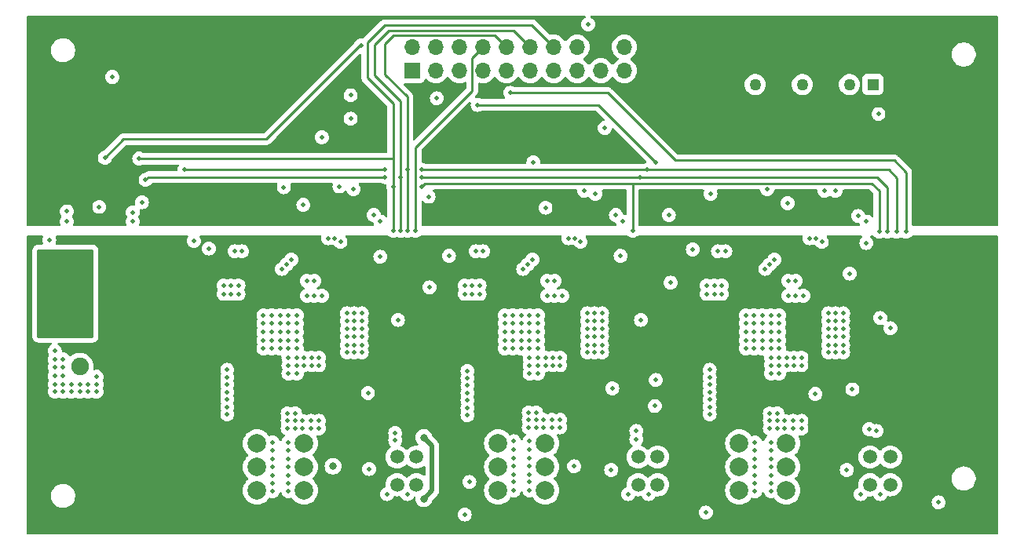
<source format=gbr>
%TF.GenerationSoftware,KiCad,Pcbnew,8.0.1*%
%TF.CreationDate,2024-03-29T13:27:46-04:00*%
%TF.ProjectId,Power_Stage,506f7765-725f-4537-9461-67652e6b6963,rev?*%
%TF.SameCoordinates,Original*%
%TF.FileFunction,Copper,L4,Bot*%
%TF.FilePolarity,Positive*%
%FSLAX46Y46*%
G04 Gerber Fmt 4.6, Leading zero omitted, Abs format (unit mm)*
G04 Created by KiCad (PCBNEW 8.0.1) date 2024-03-29 13:27:46*
%MOMM*%
%LPD*%
G01*
G04 APERTURE LIST*
%TA.AperFunction,ComponentPad*%
%ADD10C,1.500000*%
%TD*%
%TA.AperFunction,ComponentPad*%
%ADD11C,1.905000*%
%TD*%
%TA.AperFunction,ComponentPad*%
%ADD12R,1.270000X1.270000*%
%TD*%
%TA.AperFunction,ComponentPad*%
%ADD13C,1.270000*%
%TD*%
%TA.AperFunction,ComponentPad*%
%ADD14C,2.006600*%
%TD*%
%TA.AperFunction,ComponentPad*%
%ADD15R,1.700000X1.700000*%
%TD*%
%TA.AperFunction,ComponentPad*%
%ADD16O,1.700000X1.700000*%
%TD*%
%TA.AperFunction,ViaPad*%
%ADD17C,0.500000*%
%TD*%
%TA.AperFunction,ViaPad*%
%ADD18C,0.800000*%
%TD*%
%TA.AperFunction,Conductor*%
%ADD19C,0.250000*%
%TD*%
%TA.AperFunction,Conductor*%
%ADD20C,0.500000*%
%TD*%
G04 APERTURE END LIST*
D10*
%TO.P,T1,1*%
%TO.N,/Phase1/HS_{Tsense}*%
X129000000Y-148900000D03*
%TO.P,T1,2*%
%TO.N,GNDPWR*%
X129000000Y-151900000D03*
%TD*%
D11*
%TO.P,J1,1,1*%
%TO.N,VDCin*%
X92698201Y-134100000D03*
%TO.P,J1,2,2*%
%TO.N,GNDPWR*%
X92698201Y-139100000D03*
%TD*%
D12*
%TO.P,U1,1,+VIN(VCC)*%
%TO.N,+12V_LV*%
X178220000Y-108700000D03*
D13*
%TO.P,U1,2,-VIN(GND)*%
%TO.N,/GND_LV*%
X175680000Y-108700000D03*
%TO.P,U1,4,-VOUT*%
%TO.N,GND*%
X170600000Y-108700000D03*
%TO.P,U1,6,+VOUT*%
%TO.N,+12V*%
X165520000Y-108700000D03*
%TD*%
D10*
%TO.P,T4,1*%
%TO.N,/Phase2/LS_{Tsense}*%
X152900000Y-148900000D03*
%TO.P,T4,2*%
%TO.N,GNDPWR*%
X152900000Y-151900000D03*
%TD*%
D14*
%TO.P,J4,1,Pin_1*%
%TO.N,/PHB*%
X137784003Y-152511300D03*
%TO.P,J4,2,Pin_1*%
X142864003Y-152511300D03*
%TO.P,J4,3,Pin_1*%
X137784003Y-149971300D03*
%TO.P,J4,4,Pin_1*%
X142864003Y-149971300D03*
%TO.P,J4,5,Pin_1*%
X137784003Y-147431300D03*
%TO.P,J4,6,Pin_1*%
X142864003Y-147431300D03*
%TD*%
D10*
%TO.P,T3,1*%
%TO.N,/Phase2/HS_{Tsense}*%
X155000000Y-148900000D03*
%TO.P,T3,2*%
%TO.N,GNDPWR*%
X155000000Y-151900000D03*
%TD*%
%TO.P,T6,1*%
%TO.N,/Phase3/LS_{Tsense}*%
X177900000Y-148900000D03*
%TO.P,T6,2*%
%TO.N,GNDPWR*%
X177900000Y-151900000D03*
%TD*%
%TO.P,T2,1*%
%TO.N,/Phase1/LS_{Tsense}*%
X126900000Y-148900000D03*
%TO.P,T2,2*%
%TO.N,GNDPWR*%
X126900000Y-151900000D03*
%TD*%
D14*
%TO.P,J5,1,Pin_1*%
%TO.N,/PHC*%
X163784002Y-152511300D03*
%TO.P,J5,2,Pin_1*%
X168864002Y-152511300D03*
%TO.P,J5,3,Pin_1*%
X163784002Y-149971300D03*
%TO.P,J5,4,Pin_1*%
X168864002Y-149971300D03*
%TO.P,J5,5,Pin_1*%
X163784002Y-147431300D03*
%TO.P,J5,6,Pin_1*%
X168864002Y-147431300D03*
%TD*%
%TO.P,J3,1,Pin_1*%
%TO.N,/PHA*%
X116864005Y-147431300D03*
%TO.P,J3,2,Pin_1*%
X111784005Y-147431300D03*
%TO.P,J3,3,Pin_1*%
X116864005Y-149971300D03*
%TO.P,J3,4,Pin_1*%
X111784005Y-149971300D03*
%TO.P,J3,5,Pin_1*%
X116864005Y-152511300D03*
%TO.P,J3,6,Pin_1*%
X111784005Y-152511300D03*
%TD*%
D10*
%TO.P,T5,1*%
%TO.N,/Phase3/HS_{Tsense}*%
X180100000Y-148900000D03*
%TO.P,T5,2*%
%TO.N,GNDPWR*%
X180100000Y-151900000D03*
%TD*%
D15*
%TO.P,J2,1,Pin_1*%
%TO.N,/AHS_{PWM}*%
X128560000Y-107200000D03*
D16*
%TO.P,J2,2,Pin_2*%
%TO.N,/DC~{CS}*%
X128560000Y-104660000D03*
%TO.P,J2,3,Pin_3*%
%TO.N,/ALS_{PWM}*%
X131100000Y-107200000D03*
%TO.P,J2,4,Pin_4*%
%TO.N,/C~{CS}*%
X131100000Y-104660000D03*
%TO.P,J2,5,Pin_5*%
%TO.N,/BHS_{PWM}*%
X133640000Y-107200000D03*
%TO.P,J2,6,Pin_6*%
%TO.N,/B~{CS}*%
X133640000Y-104660000D03*
%TO.P,J2,7,Pin_7*%
%TO.N,/BLS_{PWM}*%
X136180000Y-107200000D03*
%TO.P,J2,8,Pin_8*%
%TO.N,/A~{CS}*%
X136180000Y-104660000D03*
%TO.P,J2,9,Pin_9*%
%TO.N,/CHS_{PWM}*%
X138720000Y-107200000D03*
%TO.P,J2,10,Pin_10*%
%TO.N,/MOSI*%
X138720000Y-104660000D03*
%TO.P,J2,11,Pin_11*%
%TO.N,/CLS_{PWM}*%
X141260000Y-107200000D03*
%TO.P,J2,12,Pin_12*%
%TO.N,/MISO*%
X141260000Y-104660000D03*
%TO.P,J2,13,Pin_13*%
%TO.N,unconnected-(J2-Pin_13-Pad13)*%
X143800000Y-107200000D03*
%TO.P,J2,14,Pin_14*%
%TO.N,/CLK*%
X143800000Y-104660000D03*
%TO.P,J2,15,Pin_15*%
%TO.N,unconnected-(J2-Pin_15-Pad15)*%
X146340000Y-107200000D03*
%TO.P,J2,16,Pin_16*%
%TO.N,+5V*%
X146340000Y-104660000D03*
%TO.P,J2,17,Pin_17*%
%TO.N,GND*%
X148880000Y-107200000D03*
%TO.P,J2,18,Pin_18*%
%TO.N,GNDPWR*%
X148880000Y-104660000D03*
%TO.P,J2,19,Pin_19*%
%TO.N,+12V_LV*%
X151420000Y-107200000D03*
%TO.P,J2,20,Pin_20*%
%TO.N,/GND_LV*%
X151420000Y-104660000D03*
%TD*%
D17*
%TO.N,GNDPWR*%
X91700000Y-109600000D03*
X127000000Y-134100000D03*
X153200000Y-134100000D03*
X175700000Y-129100000D03*
X177500000Y-125800000D03*
X180100000Y-135000000D03*
X179000000Y-133900000D03*
X176000000Y-141600000D03*
X172000000Y-142100000D03*
X150100000Y-141500000D03*
X146000000Y-149900000D03*
X123762122Y-141992986D03*
D18*
X120000000Y-149900000D03*
D17*
X88000000Y-115600000D03*
X103800000Y-123100000D03*
X113800000Y-121300000D03*
X134900000Y-123400000D03*
X150900000Y-120500000D03*
X134000000Y-120600000D03*
X177300000Y-121000000D03*
X157900000Y-121200000D03*
%TO.N,GND*%
X96200000Y-107900000D03*
X178800000Y-111900000D03*
X160700000Y-120500000D03*
X156200000Y-122800000D03*
X147500000Y-102200000D03*
X149300000Y-113400000D03*
X131200000Y-110200000D03*
%TO.N,GNDPWR*%
X89400000Y-125500000D03*
X106600000Y-126400000D03*
X105000000Y-125600000D03*
X158800000Y-126500000D03*
X156400000Y-130100000D03*
X132500000Y-127200000D03*
X130400000Y-130600000D03*
X125100000Y-127300000D03*
X134700000Y-151600000D03*
X178600000Y-146100000D03*
X152700000Y-147000000D03*
X126700000Y-147100000D03*
X126700000Y-146300000D03*
X128000000Y-152900000D03*
X125800000Y-152900000D03*
X123900000Y-150200000D03*
X134200000Y-155100000D03*
X154000000Y-152900000D03*
X151800000Y-152900000D03*
X152700000Y-146100000D03*
X150000000Y-150300000D03*
X160200000Y-154900000D03*
X185300000Y-153800000D03*
X179000000Y-152900000D03*
X176900000Y-152900000D03*
X175400000Y-150300000D03*
X177800000Y-145900000D03*
X154800000Y-140600000D03*
X154700000Y-143400000D03*
X151000000Y-127200000D03*
%TO.N,GND*%
X177500000Y-123500000D03*
X151200000Y-123500000D03*
X125100000Y-123500000D03*
X99400000Y-121400000D03*
%TO.N,/GND_LV*%
X121900000Y-112400000D03*
%TO.N,+12V_LV*%
X121900000Y-109870000D03*
%TO.N,+12V*%
X169000000Y-121500000D03*
X142900000Y-122000000D03*
X116800000Y-121700000D03*
%TO.N,GNDPWR*%
X91000000Y-121100000D03*
X103200000Y-120100000D03*
X105600000Y-113400000D03*
X105900000Y-106500000D03*
X118400000Y-104800000D03*
%TO.N,/C~{CS}*%
X139100000Y-109600000D03*
%TO.N,/B~{CS}*%
X154800000Y-117100000D03*
X135600000Y-110900000D03*
%TO.N,+5V*%
X118800000Y-114400000D03*
X130300000Y-120800000D03*
%TO.N,/MOSI*%
X153900000Y-117900000D03*
%TO.N,/MISO*%
X153100000Y-118700000D03*
%TO.N,/CLK*%
X129600000Y-119700000D03*
X126500000Y-119700000D03*
%TO.N,/MISO*%
X129600000Y-118700000D03*
%TO.N,/MOSI*%
X129600000Y-117900000D03*
%TO.N,/C~{CS}*%
X181800000Y-124600000D03*
%TO.N,/MOSI*%
X180800000Y-124600000D03*
%TO.N,/MISO*%
X179800000Y-124600000D03*
%TO.N,/CLK*%
X178900000Y-124600000D03*
X152300000Y-124500000D03*
%TO.N,/MISO*%
X125600000Y-118700000D03*
X127300000Y-118700000D03*
%TO.N,/MOSI*%
X128000000Y-117900000D03*
X125600000Y-117900000D03*
%TO.N,/DC~{CS}*%
X123000000Y-104500000D03*
%TO.N,/A~{CS}*%
X128900000Y-124500000D03*
%TO.N,/MOSI*%
X128025000Y-124500000D03*
%TO.N,/MISO*%
X127300000Y-124500000D03*
%TO.N,/CLK*%
X126500000Y-124500000D03*
%TO.N,VDC*%
X100600000Y-129800000D03*
X100600000Y-135200000D03*
X100600000Y-134300000D03*
X100600000Y-133400000D03*
X100600000Y-131600000D03*
X100600000Y-132500000D03*
X100600000Y-130700000D03*
X99600000Y-128000000D03*
X99600000Y-133400000D03*
X99600000Y-132500000D03*
X99600000Y-131600000D03*
X99600000Y-129800000D03*
X99600000Y-130700000D03*
X99600000Y-128900000D03*
%TO.N,GNDPWR*%
X172700000Y-125700000D03*
X170700000Y-131500000D03*
X169900000Y-129900000D03*
X172100000Y-125300000D03*
X169100000Y-131500000D03*
X171400000Y-125300000D03*
X169900000Y-131500000D03*
X169100000Y-129900000D03*
%TO.N,/Phase3/SW*%
X161900000Y-130400000D03*
X161100000Y-131300000D03*
X161100000Y-130400000D03*
X167100000Y-128100000D03*
X160300000Y-130400000D03*
X167600000Y-127600000D03*
X160300000Y-131300000D03*
X162300000Y-126700000D03*
X166600000Y-128600000D03*
X161900000Y-131300000D03*
X161500000Y-126700000D03*
X167200000Y-139900000D03*
X167200000Y-139000000D03*
X164500000Y-133600000D03*
X165400000Y-135400000D03*
X168100000Y-135400000D03*
X167200000Y-135400000D03*
X168100000Y-134500000D03*
X168100000Y-136300000D03*
X168100000Y-137200000D03*
X168100000Y-139900000D03*
X168100000Y-139000000D03*
X169700000Y-139000000D03*
X167200000Y-138200000D03*
X170500000Y-138200000D03*
X168900000Y-138200000D03*
X168100000Y-138200000D03*
X170500000Y-139000000D03*
X168900000Y-139000000D03*
X169700000Y-138200000D03*
X167200000Y-133600000D03*
X165400000Y-133600000D03*
X164500000Y-134500000D03*
X165400000Y-134500000D03*
X166300000Y-137200000D03*
X164500000Y-137200000D03*
X167200000Y-137200000D03*
X165400000Y-137200000D03*
X166300000Y-134500000D03*
X167200000Y-134500000D03*
X166300000Y-133600000D03*
X165400000Y-136300000D03*
X164500000Y-135400000D03*
X164500000Y-136300000D03*
X166300000Y-136300000D03*
X167200000Y-136300000D03*
X168100000Y-133600000D03*
X166300000Y-135400000D03*
%TO.N,GNDPWR*%
X143900000Y-129900000D03*
X143900000Y-131500000D03*
X145400000Y-125300000D03*
X143100000Y-129900000D03*
X146700000Y-125700000D03*
X143100000Y-131500000D03*
X144700000Y-131500000D03*
X146100000Y-125300000D03*
%TO.N,/Phase2/SW*%
X141200000Y-139900000D03*
X141200000Y-139000000D03*
X142100000Y-139900000D03*
X142100000Y-139000000D03*
X143700000Y-139000000D03*
X141200000Y-138200000D03*
X144500000Y-138200000D03*
X142900000Y-138200000D03*
X142100000Y-138200000D03*
X144500000Y-139000000D03*
X142900000Y-139000000D03*
X143700000Y-138200000D03*
X141200000Y-133600000D03*
X139400000Y-133600000D03*
X138500000Y-134500000D03*
X139400000Y-134500000D03*
X140300000Y-137200000D03*
X138500000Y-137200000D03*
X141200000Y-137200000D03*
X139400000Y-137200000D03*
X140300000Y-134500000D03*
X141200000Y-134500000D03*
X140300000Y-133600000D03*
X139400000Y-136300000D03*
X138500000Y-135400000D03*
X138500000Y-136300000D03*
X140300000Y-136300000D03*
X141200000Y-136300000D03*
X142100000Y-133600000D03*
X138500000Y-133600000D03*
X140300000Y-135400000D03*
X141200000Y-135400000D03*
X142100000Y-134500000D03*
X142100000Y-135400000D03*
X142100000Y-136300000D03*
X139400000Y-135400000D03*
X142100000Y-137200000D03*
X135800000Y-130400000D03*
X135000000Y-131300000D03*
X140500000Y-128600000D03*
X135800000Y-131300000D03*
X141500000Y-127600000D03*
X141000000Y-128100000D03*
X134200000Y-130400000D03*
X135000000Y-130400000D03*
X135400000Y-126700000D03*
X134200000Y-131300000D03*
X136200000Y-126700000D03*
%TO.N,/Phase1/SW*%
X116100000Y-133600000D03*
X116100000Y-137200000D03*
X116100000Y-134500000D03*
X116100000Y-136300000D03*
X116100000Y-135400000D03*
X115200000Y-133600000D03*
X113400000Y-133600000D03*
X112500000Y-134500000D03*
X113400000Y-134500000D03*
X114300000Y-137200000D03*
X112500000Y-137200000D03*
X115200000Y-137200000D03*
X113400000Y-137200000D03*
X114300000Y-134500000D03*
X115200000Y-134500000D03*
X114300000Y-133600000D03*
X112500000Y-133600000D03*
X114300000Y-135400000D03*
X115200000Y-135400000D03*
X114300000Y-136300000D03*
X115200000Y-136300000D03*
X112500000Y-135400000D03*
X112500000Y-136300000D03*
X113400000Y-136300000D03*
X113400000Y-135400000D03*
%TO.N,/PHC*%
X165500000Y-147300000D03*
X165500000Y-150000000D03*
X167900000Y-145000000D03*
X167900000Y-145800000D03*
X167200000Y-152600000D03*
X167100000Y-145000000D03*
X167200000Y-151700000D03*
X165500000Y-152600000D03*
X170500000Y-145800000D03*
X167200000Y-150900000D03*
X169600000Y-145800000D03*
X165500000Y-151700000D03*
X169600000Y-145000000D03*
X165500000Y-148200000D03*
X167200000Y-149100000D03*
X170500000Y-145000000D03*
X168700000Y-145800000D03*
X167100000Y-144200000D03*
X165500000Y-150900000D03*
X167200000Y-148200000D03*
X168700000Y-145000000D03*
X167900000Y-144200000D03*
X167100000Y-145800000D03*
X167200000Y-150000000D03*
X167200000Y-147300000D03*
X165500000Y-149100000D03*
%TO.N,/PHB*%
X139500000Y-147200000D03*
X139500000Y-149900000D03*
X141900000Y-144900000D03*
X141900000Y-145700000D03*
X141200000Y-152500000D03*
X141100000Y-144900000D03*
X141200000Y-151600000D03*
X139500000Y-152500000D03*
X144500000Y-145700000D03*
X141200000Y-150800000D03*
X143600000Y-145700000D03*
X139500000Y-151600000D03*
X143600000Y-144900000D03*
X139500000Y-148100000D03*
X141200000Y-149000000D03*
X144500000Y-144900000D03*
X142700000Y-145700000D03*
X141100000Y-144100000D03*
X139500000Y-150800000D03*
X141200000Y-148100000D03*
X142700000Y-144900000D03*
X141900000Y-144100000D03*
X141100000Y-145700000D03*
X141200000Y-149900000D03*
X141200000Y-147200000D03*
X139500000Y-149000000D03*
%TO.N,/CLK*%
X99100000Y-116700000D03*
%TO.N,/MOSI*%
X104000000Y-117900000D03*
%TO.N,/MISO*%
X99800000Y-119000000D03*
%TO.N,/DC~{CS}*%
X95400000Y-116600000D03*
%TO.N,GND*%
X91300000Y-123500000D03*
X98400000Y-123500000D03*
X98400000Y-122500000D03*
X94800000Y-121900000D03*
X91300000Y-122400000D03*
X114700000Y-119800000D03*
X122200000Y-120000000D03*
X120700000Y-119700000D03*
X124400000Y-122800000D03*
X150500000Y-122800000D03*
X141600000Y-117100000D03*
X147100000Y-120200000D03*
X148300000Y-120500000D03*
X176600000Y-122900000D03*
X166800000Y-120000000D03*
X173000000Y-120200000D03*
X174200000Y-120200000D03*
%TO.N,GNDPWR*%
X147400000Y-135100000D03*
X147400000Y-136800000D03*
X147400000Y-133400000D03*
X149000000Y-137600000D03*
X148200000Y-137600000D03*
X149000000Y-135900000D03*
X149000000Y-134200000D03*
X148200000Y-135100000D03*
X149000000Y-136800000D03*
X148200000Y-136800000D03*
X149000000Y-135100000D03*
X147400000Y-135900000D03*
X148200000Y-133400000D03*
X149000000Y-133400000D03*
X147400000Y-134200000D03*
X148200000Y-134200000D03*
X148200000Y-135900000D03*
X147400000Y-137600000D03*
X173400000Y-135100000D03*
X173400000Y-136800000D03*
X173400000Y-133400000D03*
X175000000Y-137600000D03*
X174200000Y-137600000D03*
X175000000Y-135900000D03*
X175000000Y-134200000D03*
X174200000Y-135100000D03*
X175000000Y-136800000D03*
X174200000Y-136800000D03*
X175000000Y-135100000D03*
X173400000Y-135900000D03*
X174200000Y-133400000D03*
X175000000Y-133400000D03*
X173400000Y-134200000D03*
X174200000Y-134200000D03*
X174200000Y-135900000D03*
X173400000Y-137600000D03*
%TO.N,VDC*%
X158300000Y-137500000D03*
X159200000Y-137500000D03*
X159200000Y-133000000D03*
X157400000Y-133000000D03*
X156500000Y-133900000D03*
X157400000Y-133900000D03*
X158300000Y-136600000D03*
X156500000Y-136600000D03*
X159200000Y-136600000D03*
X157400000Y-136600000D03*
X158300000Y-133900000D03*
X159200000Y-133900000D03*
X158300000Y-133000000D03*
X156500000Y-133000000D03*
X158300000Y-134800000D03*
X159200000Y-134800000D03*
X158300000Y-135700000D03*
X159200000Y-135700000D03*
X156500000Y-134800000D03*
X156500000Y-135700000D03*
X157400000Y-135700000D03*
X156500000Y-137500000D03*
X157400000Y-137500000D03*
X157400000Y-134800000D03*
X132300000Y-137400000D03*
X133200000Y-137400000D03*
X133200000Y-132900000D03*
X131400000Y-132900000D03*
X130500000Y-133800000D03*
X131400000Y-133800000D03*
X132300000Y-136500000D03*
X130500000Y-136500000D03*
X133200000Y-136500000D03*
X131400000Y-136500000D03*
X132300000Y-133800000D03*
X133200000Y-133800000D03*
X132300000Y-132900000D03*
X130500000Y-132900000D03*
X132300000Y-134700000D03*
X133200000Y-134700000D03*
X132300000Y-135600000D03*
X133200000Y-135600000D03*
X130500000Y-134700000D03*
X130500000Y-135600000D03*
X131400000Y-135600000D03*
X130500000Y-137400000D03*
X131400000Y-137400000D03*
X131400000Y-134700000D03*
D18*
%TO.N,+5V*%
X129800000Y-153400000D03*
X129800000Y-146800000D03*
D17*
%TO.N,/Phase1/SW*%
X115200000Y-139900000D03*
X115200000Y-139000000D03*
%TO.N,GNDPWR*%
X121500000Y-137600000D03*
X121500000Y-136800000D03*
X121500000Y-135100000D03*
X121500000Y-133400000D03*
X123100000Y-137600000D03*
X122300000Y-137600000D03*
%TO.N,VDC*%
X95100000Y-129840788D03*
X96000000Y-129840788D03*
X96000000Y-130740788D03*
X96900000Y-131640788D03*
X96900000Y-132540788D03*
X106000000Y-131700000D03*
X104200000Y-130800000D03*
X105100000Y-131700000D03*
X104200000Y-131700000D03*
X96900000Y-130740788D03*
X96900000Y-129840788D03*
X98700000Y-132540788D03*
X98700000Y-131640788D03*
X97800000Y-132540788D03*
X97800000Y-131640788D03*
X97800000Y-133440788D03*
X98700000Y-133440788D03*
X98700000Y-128940788D03*
X98700000Y-128040788D03*
X97800000Y-128940788D03*
X97800000Y-130740788D03*
X97800000Y-128040788D03*
X97800000Y-129840788D03*
X98700000Y-130740788D03*
X98700000Y-129840788D03*
X106000000Y-133500000D03*
X106900000Y-133500000D03*
X106000000Y-132600000D03*
X104200000Y-132600000D03*
X106900000Y-132600000D03*
X105100000Y-132600000D03*
X104200000Y-133500000D03*
X105100000Y-133500000D03*
X106000000Y-135300000D03*
X106900000Y-135300000D03*
X106000000Y-134400000D03*
X104200000Y-134400000D03*
X106900000Y-134400000D03*
X105100000Y-134400000D03*
X104200000Y-135300000D03*
X105100000Y-135300000D03*
X106000000Y-136200000D03*
X106900000Y-136200000D03*
X104200000Y-136200000D03*
X105100000Y-136200000D03*
X104200000Y-137100000D03*
X105100000Y-137100000D03*
X106000000Y-137100000D03*
X106900000Y-137100000D03*
%TO.N,VDCin*%
X91000000Y-135040788D03*
X90100000Y-135040788D03*
X91000000Y-133240788D03*
X90100000Y-133240788D03*
X91000000Y-134140788D03*
X90100000Y-134140788D03*
X91900000Y-132340788D03*
X93700000Y-132340788D03*
X91000000Y-132340788D03*
X90100000Y-132340788D03*
X92800000Y-132340788D03*
X91000000Y-131440788D03*
X93700000Y-131440788D03*
X92800000Y-131440788D03*
X90100000Y-131440788D03*
X91900000Y-131440788D03*
X91000000Y-129640788D03*
X91900000Y-130540788D03*
X90100000Y-129640788D03*
X90100000Y-130540788D03*
X93700000Y-129640788D03*
X90100000Y-128740788D03*
X91000000Y-128740788D03*
X90100000Y-127840788D03*
X92800000Y-130540788D03*
X92800000Y-129640788D03*
X93700000Y-130540788D03*
X91900000Y-129640788D03*
X91000000Y-130540788D03*
X91000000Y-127840788D03*
%TO.N,GNDPWR*%
X90000000Y-138340788D03*
X134500000Y-143600000D03*
X122300000Y-135900000D03*
X93600000Y-141840788D03*
X90000000Y-137440788D03*
X160600000Y-143500000D03*
X93600000Y-141040788D03*
X91800000Y-141840788D03*
X108600000Y-139500000D03*
X108600000Y-144300000D03*
X90000000Y-140140788D03*
X90000000Y-141040788D03*
X160600000Y-141900000D03*
X134500000Y-142800000D03*
X122300000Y-134200000D03*
X121500000Y-134200000D03*
X108600000Y-142700000D03*
X91800000Y-141040788D03*
X134500000Y-140400000D03*
X120200000Y-125300000D03*
X123100000Y-133400000D03*
X160600000Y-141100000D03*
X90900000Y-141840788D03*
X108600000Y-141900000D03*
X108600000Y-141100000D03*
X108600000Y-140300000D03*
X122300000Y-133400000D03*
X90900000Y-139240788D03*
X118800000Y-131500000D03*
X117200000Y-131500000D03*
X160600000Y-139500000D03*
X121500000Y-135900000D03*
X90900000Y-138340788D03*
X90000000Y-139240788D03*
X134500000Y-141200000D03*
X94500000Y-141040788D03*
X123100000Y-135100000D03*
X122300000Y-136800000D03*
X92700000Y-141840788D03*
X123100000Y-136800000D03*
X94500000Y-141840788D03*
X122300000Y-135100000D03*
X120800000Y-125700000D03*
X108600000Y-143500000D03*
X90900000Y-141040788D03*
X123100000Y-134200000D03*
X134500000Y-144400000D03*
X160600000Y-144300000D03*
X117200000Y-129900000D03*
X134500000Y-142000000D03*
X94500000Y-140240788D03*
X160600000Y-140300000D03*
X90900000Y-140140788D03*
X119500000Y-125300000D03*
X90000000Y-141840788D03*
X123100000Y-135900000D03*
X118000000Y-131500000D03*
X118000000Y-129900000D03*
X160600000Y-142700000D03*
X92700000Y-141040788D03*
X134500000Y-139600000D03*
%TO.N,/PHA*%
X113500000Y-149100000D03*
X115200000Y-147300000D03*
X115200000Y-150000000D03*
X115100000Y-145800000D03*
X115900000Y-144200000D03*
X116700000Y-145000000D03*
X115200000Y-148200000D03*
X113500000Y-150900000D03*
X115100000Y-144200000D03*
X116700000Y-145800000D03*
X118500000Y-145000000D03*
X115200000Y-149100000D03*
X113500000Y-148200000D03*
X117600000Y-145000000D03*
X113500000Y-151700000D03*
X117600000Y-145800000D03*
X115200000Y-150900000D03*
X118500000Y-145800000D03*
X113500000Y-152600000D03*
X115200000Y-151700000D03*
X115100000Y-145000000D03*
X115200000Y-152600000D03*
X115900000Y-145800000D03*
X115900000Y-145000000D03*
X113500000Y-150000000D03*
X113500000Y-147300000D03*
%TO.N,/Phase1/SW*%
X117700000Y-138200000D03*
X110200000Y-126700000D03*
X116900000Y-139000000D03*
X118500000Y-139000000D03*
X108200000Y-131300000D03*
X109400000Y-126700000D03*
X116100000Y-138200000D03*
X116900000Y-138200000D03*
X109000000Y-130400000D03*
X108200000Y-130400000D03*
X115000000Y-128100000D03*
X115500000Y-127600000D03*
X118500000Y-138200000D03*
X109800000Y-131300000D03*
X115200000Y-138200000D03*
X117700000Y-139000000D03*
X116100000Y-139000000D03*
X114500000Y-128600000D03*
X116100000Y-139900000D03*
X109000000Y-131300000D03*
X109800000Y-130400000D03*
%TD*%
D19*
%TO.N,/C~{CS}*%
X139100000Y-109600000D02*
X149600000Y-109600000D01*
X149600000Y-109600000D02*
X156900000Y-116900000D01*
X156900000Y-116900000D02*
X180500000Y-116900000D01*
X180500000Y-116900000D02*
X181800000Y-118200000D01*
X181800000Y-118200000D02*
X181800000Y-124600000D01*
%TO.N,/B~{CS}*%
X154800000Y-117100000D02*
X148600000Y-110900000D01*
X148600000Y-110900000D02*
X135600000Y-110900000D01*
X133640000Y-104640000D02*
X133600000Y-104600000D01*
X133640000Y-104660000D02*
X133640000Y-104640000D01*
%TO.N,/DC~{CS}*%
X95400000Y-116600000D02*
X97400000Y-114600000D01*
X122900000Y-104500000D02*
X123000000Y-104500000D01*
X97400000Y-114600000D02*
X112800000Y-114600000D01*
X112800000Y-114600000D02*
X122900000Y-104500000D01*
%TO.N,/MOSI*%
X129600000Y-117900000D02*
X153900000Y-117900000D01*
X153900000Y-117900000D02*
X179900000Y-117900000D01*
%TO.N,/MISO*%
X153100000Y-118700000D02*
X178700000Y-118700000D01*
X129600000Y-118700000D02*
X153100000Y-118700000D01*
%TO.N,/CLK*%
X152300000Y-124500000D02*
X152300000Y-119400000D01*
X129600000Y-119700000D02*
X129900000Y-119400000D01*
X129900000Y-119400000D02*
X178100000Y-119400000D01*
X178100000Y-119400000D02*
X178900000Y-120200000D01*
X178900000Y-120200000D02*
X178900000Y-124600000D01*
%TO.N,/MISO*%
X178700000Y-118700000D02*
X179800000Y-119800000D01*
X179800000Y-119800000D02*
X179800000Y-124600000D01*
%TO.N,/MOSI*%
X179900000Y-117900000D02*
X180800000Y-118800000D01*
X180800000Y-118800000D02*
X180800000Y-124600000D01*
%TO.N,/CLK*%
X123700000Y-108000000D02*
X123700000Y-104200000D01*
X123700000Y-104200000D02*
X125600000Y-102300000D01*
X126500000Y-110800000D02*
X123700000Y-108000000D01*
X126500000Y-124500000D02*
X126500000Y-110800000D01*
X125600000Y-102300000D02*
X141440000Y-102300000D01*
X141440000Y-102300000D02*
X143800000Y-104660000D01*
%TO.N,/MISO*%
X100100000Y-118700000D02*
X125600000Y-118700000D01*
X99800000Y-119000000D02*
X100100000Y-118700000D01*
X127300000Y-124500000D02*
X127300000Y-118700000D01*
X127300000Y-118700000D02*
X127300000Y-110500000D01*
%TO.N,/MOSI*%
X128000000Y-120100000D02*
X128000000Y-117900000D01*
X128000000Y-117900000D02*
X128000000Y-110000000D01*
X104000000Y-117900000D02*
X125600000Y-117900000D01*
%TO.N,/CLK*%
X99100000Y-116700000D02*
X126500000Y-116700000D01*
%TO.N,/MISO*%
X127300000Y-110500000D02*
X124500000Y-107700000D01*
X124500000Y-107700000D02*
X124500000Y-104400000D01*
X124500000Y-104400000D02*
X126000000Y-102900000D01*
X126000000Y-102900000D02*
X139500000Y-102900000D01*
X139500000Y-102900000D02*
X141260000Y-104660000D01*
%TO.N,/MOSI*%
X128025000Y-120125000D02*
X128000000Y-120100000D01*
X137460000Y-103400000D02*
X138720000Y-104660000D01*
X128000000Y-110000000D02*
X125600000Y-107600000D01*
X125600000Y-107600000D02*
X125600000Y-104300000D01*
X128025000Y-124500000D02*
X128025000Y-120125000D01*
X125600000Y-104300000D02*
X126500000Y-103400000D01*
X126500000Y-103400000D02*
X137460000Y-103400000D01*
%TO.N,/A~{CS}*%
X128900000Y-124500000D02*
X128900000Y-115500000D01*
X128900000Y-115500000D02*
X135000000Y-109400000D01*
X135000000Y-109400000D02*
X135000000Y-109300000D01*
X135000000Y-109300000D02*
X135005000Y-109295000D01*
X135005000Y-105835000D02*
X136180000Y-104660000D01*
X135005000Y-109295000D02*
X135005000Y-105835000D01*
D20*
%TO.N,+5V*%
X129800000Y-153400000D02*
X130700000Y-152500000D01*
X130700000Y-152500000D02*
X130700000Y-147700000D01*
X130700000Y-147700000D02*
X129800000Y-146800000D01*
%TD*%
%TA.AperFunction,Conductor*%
%TO.N,VDCin*%
G36*
X94122732Y-126509415D02*
G01*
X94123203Y-126509610D01*
X94177627Y-126553425D01*
X94190301Y-126576584D01*
X94190499Y-126577062D01*
X94200000Y-126624663D01*
X94200000Y-135916124D01*
X94190498Y-135963726D01*
X94190390Y-135963990D01*
X94190303Y-135964199D01*
X94146389Y-136018543D01*
X94123411Y-136031090D01*
X94122938Y-136031286D01*
X94075336Y-136040788D01*
X88224664Y-136040788D01*
X88177148Y-136031322D01*
X88176674Y-136031126D01*
X88122297Y-135987254D01*
X88109610Y-135963990D01*
X88109502Y-135963730D01*
X88109415Y-135963520D01*
X88100000Y-135916124D01*
X88100000Y-126624663D01*
X88109415Y-126577268D01*
X88109611Y-126576794D01*
X88153425Y-126522372D01*
X88176873Y-126509579D01*
X88177355Y-126509379D01*
X88224664Y-126500000D01*
X94075336Y-126500000D01*
X94122732Y-126509415D01*
G37*
%TD.AperFunction*%
%TD*%
%TA.AperFunction,Conductor*%
%TO.N,GNDPWR*%
G36*
X147208403Y-101294685D02*
G01*
X147254158Y-101347489D01*
X147264102Y-101416647D01*
X147235077Y-101480203D01*
X147182319Y-101516041D01*
X147172313Y-101519542D01*
X147172302Y-101519547D01*
X147029115Y-101609518D01*
X147029109Y-101609523D01*
X146909523Y-101729109D01*
X146909518Y-101729115D01*
X146819547Y-101872302D01*
X146819545Y-101872305D01*
X146763685Y-102031943D01*
X146744751Y-102199997D01*
X146744751Y-102200002D01*
X146763685Y-102368056D01*
X146819545Y-102527694D01*
X146819547Y-102527697D01*
X146909518Y-102670884D01*
X146909523Y-102670890D01*
X147029109Y-102790476D01*
X147029115Y-102790481D01*
X147172302Y-102880452D01*
X147172305Y-102880454D01*
X147172309Y-102880455D01*
X147172310Y-102880456D01*
X147244913Y-102905860D01*
X147331943Y-102936314D01*
X147499997Y-102955249D01*
X147500000Y-102955249D01*
X147500003Y-102955249D01*
X147668056Y-102936314D01*
X147668059Y-102936313D01*
X147827690Y-102880456D01*
X147827692Y-102880454D01*
X147827694Y-102880454D01*
X147827697Y-102880452D01*
X147970884Y-102790481D01*
X147970885Y-102790480D01*
X147970890Y-102790477D01*
X148090477Y-102670890D01*
X148180452Y-102527697D01*
X148180454Y-102527694D01*
X148180454Y-102527692D01*
X148180456Y-102527690D01*
X148236313Y-102368059D01*
X148236313Y-102368058D01*
X148236314Y-102368056D01*
X148255249Y-102200002D01*
X148255249Y-102199997D01*
X148236314Y-102031943D01*
X148180454Y-101872305D01*
X148180452Y-101872302D01*
X148090481Y-101729115D01*
X148090476Y-101729109D01*
X147970890Y-101609523D01*
X147970884Y-101609518D01*
X147827697Y-101519547D01*
X147827686Y-101519542D01*
X147817681Y-101516041D01*
X147760905Y-101475320D01*
X147735158Y-101410367D01*
X147748614Y-101341805D01*
X147797002Y-101291402D01*
X147858636Y-101275000D01*
X191550336Y-101275000D01*
X191597732Y-101284415D01*
X191598203Y-101284610D01*
X191652627Y-101328425D01*
X191665301Y-101351584D01*
X191665499Y-101352062D01*
X191675000Y-101399663D01*
X191675000Y-123875336D01*
X191665498Y-123922938D01*
X191665390Y-123923202D01*
X191665303Y-123923411D01*
X191621389Y-123977755D01*
X191598411Y-123990302D01*
X191597938Y-123990498D01*
X191550336Y-124000000D01*
X182549500Y-124000000D01*
X182482461Y-123980315D01*
X182436706Y-123927511D01*
X182425500Y-123876000D01*
X182425500Y-118267741D01*
X182425501Y-118267720D01*
X182425501Y-118138391D01*
X182401464Y-118017555D01*
X182401463Y-118017549D01*
X182354312Y-117903715D01*
X182285858Y-117801267D01*
X182285855Y-117801263D01*
X180992928Y-116508338D01*
X180992925Y-116508334D01*
X180992925Y-116508335D01*
X180985858Y-116501268D01*
X180985858Y-116501267D01*
X180898733Y-116414142D01*
X180836127Y-116372310D01*
X180836128Y-116372310D01*
X180836126Y-116372308D01*
X180796290Y-116345690D01*
X180796281Y-116345685D01*
X180694951Y-116303714D01*
X180682455Y-116298538D01*
X180682453Y-116298537D01*
X180682452Y-116298537D01*
X180622029Y-116286518D01*
X180561610Y-116274500D01*
X180561607Y-116274500D01*
X180561606Y-116274500D01*
X157210452Y-116274500D01*
X157143413Y-116254815D01*
X157122771Y-116238181D01*
X152784592Y-111900002D01*
X178044751Y-111900002D01*
X178063685Y-112068056D01*
X178119545Y-112227694D01*
X178119547Y-112227697D01*
X178209518Y-112370884D01*
X178209523Y-112370890D01*
X178329109Y-112490476D01*
X178329115Y-112490481D01*
X178472302Y-112580452D01*
X178472305Y-112580454D01*
X178472309Y-112580455D01*
X178472310Y-112580456D01*
X178544913Y-112605860D01*
X178631943Y-112636314D01*
X178799997Y-112655249D01*
X178800000Y-112655249D01*
X178800003Y-112655249D01*
X178968056Y-112636314D01*
X178976361Y-112633408D01*
X179127690Y-112580456D01*
X179127692Y-112580454D01*
X179127694Y-112580454D01*
X179127697Y-112580452D01*
X179270884Y-112490481D01*
X179270885Y-112490480D01*
X179270890Y-112490477D01*
X179390477Y-112370890D01*
X179480452Y-112227697D01*
X179480454Y-112227694D01*
X179480454Y-112227692D01*
X179480456Y-112227690D01*
X179536313Y-112068059D01*
X179536313Y-112068058D01*
X179536314Y-112068056D01*
X179555249Y-111900002D01*
X179555249Y-111899997D01*
X179536314Y-111731943D01*
X179483306Y-111580456D01*
X179480456Y-111572310D01*
X179480455Y-111572309D01*
X179480454Y-111572305D01*
X179480452Y-111572302D01*
X179390481Y-111429115D01*
X179390476Y-111429109D01*
X179270890Y-111309523D01*
X179270884Y-111309518D01*
X179127697Y-111219547D01*
X179127694Y-111219545D01*
X178968056Y-111163685D01*
X178800003Y-111144751D01*
X178799997Y-111144751D01*
X178631943Y-111163685D01*
X178472305Y-111219545D01*
X178472302Y-111219547D01*
X178329115Y-111309518D01*
X178329109Y-111309523D01*
X178209523Y-111429109D01*
X178209518Y-111429115D01*
X178119547Y-111572302D01*
X178119545Y-111572305D01*
X178063685Y-111731943D01*
X178044751Y-111899997D01*
X178044751Y-111900002D01*
X152784592Y-111900002D01*
X150090198Y-109205608D01*
X150090178Y-109205586D01*
X149998733Y-109114141D01*
X149947509Y-109079915D01*
X149896286Y-109045688D01*
X149896283Y-109045686D01*
X149896282Y-109045686D01*
X149896281Y-109045685D01*
X149794951Y-109003714D01*
X149782455Y-108998538D01*
X149782453Y-108998537D01*
X149782452Y-108998537D01*
X149722029Y-108986518D01*
X149661610Y-108974500D01*
X149661607Y-108974500D01*
X149661606Y-108974500D01*
X139550876Y-108974500D01*
X139484904Y-108955494D01*
X139427692Y-108919545D01*
X139427691Y-108919544D01*
X139427690Y-108919544D01*
X139389370Y-108906135D01*
X139268056Y-108863685D01*
X139100003Y-108844751D01*
X139099997Y-108844751D01*
X138931943Y-108863685D01*
X138772305Y-108919545D01*
X138772302Y-108919547D01*
X138629115Y-109009518D01*
X138629109Y-109009523D01*
X138509523Y-109129109D01*
X138509518Y-109129115D01*
X138419547Y-109272302D01*
X138419545Y-109272305D01*
X138363685Y-109431943D01*
X138344751Y-109599997D01*
X138344751Y-109600002D01*
X138363685Y-109768056D01*
X138419545Y-109927694D01*
X138419547Y-109927697D01*
X138509521Y-110070889D01*
X138511355Y-110073188D01*
X138512076Y-110074954D01*
X138513227Y-110076786D01*
X138512906Y-110076987D01*
X138537764Y-110137874D01*
X138525007Y-110206570D01*
X138477136Y-110257463D01*
X138414408Y-110274500D01*
X136050876Y-110274500D01*
X135984904Y-110255494D01*
X135927692Y-110219545D01*
X135927691Y-110219544D01*
X135927690Y-110219544D01*
X135871842Y-110200002D01*
X135768056Y-110163685D01*
X135600003Y-110144751D01*
X135599996Y-110144751D01*
X135433552Y-110163504D01*
X135364730Y-110151449D01*
X135313351Y-110104100D01*
X135295727Y-110036490D01*
X135317454Y-109970084D01*
X135331983Y-109952607D01*
X135485858Y-109798733D01*
X135554312Y-109696285D01*
X135590250Y-109609523D01*
X135601463Y-109582452D01*
X135625500Y-109461606D01*
X135625500Y-109393954D01*
X135627882Y-109369765D01*
X135630500Y-109356606D01*
X135630500Y-108700000D01*
X164379635Y-108700000D01*
X164399051Y-108909537D01*
X164399051Y-108909539D01*
X164399052Y-108909542D01*
X164425846Y-109003714D01*
X164456642Y-109111950D01*
X164536488Y-109272302D01*
X164550442Y-109300325D01*
X164677260Y-109468259D01*
X164832216Y-109609520D01*
X164832776Y-109610030D01*
X164832778Y-109610032D01*
X165011692Y-109720811D01*
X165011698Y-109720814D01*
X165033110Y-109729109D01*
X165207924Y-109796832D01*
X165414780Y-109835500D01*
X165414782Y-109835500D01*
X165625218Y-109835500D01*
X165625220Y-109835500D01*
X165832076Y-109796832D01*
X166028304Y-109720813D01*
X166207223Y-109610031D01*
X166362740Y-109468259D01*
X166489558Y-109300325D01*
X166583359Y-109111947D01*
X166640948Y-108909542D01*
X166660365Y-108700000D01*
X169459635Y-108700000D01*
X169479051Y-108909537D01*
X169479051Y-108909539D01*
X169479052Y-108909542D01*
X169505846Y-109003714D01*
X169536642Y-109111950D01*
X169616488Y-109272302D01*
X169630442Y-109300325D01*
X169757260Y-109468259D01*
X169912216Y-109609520D01*
X169912776Y-109610030D01*
X169912778Y-109610032D01*
X170091692Y-109720811D01*
X170091698Y-109720814D01*
X170113110Y-109729109D01*
X170287924Y-109796832D01*
X170494780Y-109835500D01*
X170494782Y-109835500D01*
X170705218Y-109835500D01*
X170705220Y-109835500D01*
X170912076Y-109796832D01*
X171108304Y-109720813D01*
X171287223Y-109610031D01*
X171442740Y-109468259D01*
X171569558Y-109300325D01*
X171663359Y-109111947D01*
X171720948Y-108909542D01*
X171740365Y-108700000D01*
X174539635Y-108700000D01*
X174559051Y-108909537D01*
X174559051Y-108909539D01*
X174559052Y-108909542D01*
X174585846Y-109003714D01*
X174616642Y-109111950D01*
X174696488Y-109272302D01*
X174710442Y-109300325D01*
X174837260Y-109468259D01*
X174992216Y-109609520D01*
X174992776Y-109610030D01*
X174992778Y-109610032D01*
X175171692Y-109720811D01*
X175171698Y-109720814D01*
X175193110Y-109729109D01*
X175367924Y-109796832D01*
X175574780Y-109835500D01*
X175574782Y-109835500D01*
X175785218Y-109835500D01*
X175785220Y-109835500D01*
X175992076Y-109796832D01*
X176188304Y-109720813D01*
X176367223Y-109610031D01*
X176522740Y-109468259D01*
X176587223Y-109382870D01*
X177084500Y-109382870D01*
X177084501Y-109382876D01*
X177090908Y-109442483D01*
X177141202Y-109577328D01*
X177141206Y-109577335D01*
X177227452Y-109692544D01*
X177227455Y-109692547D01*
X177342664Y-109778793D01*
X177342671Y-109778797D01*
X177477517Y-109829091D01*
X177477516Y-109829091D01*
X177484444Y-109829835D01*
X177537127Y-109835500D01*
X178902872Y-109835499D01*
X178962483Y-109829091D01*
X179097331Y-109778796D01*
X179212546Y-109692546D01*
X179298796Y-109577331D01*
X179349091Y-109442483D01*
X179355500Y-109382873D01*
X179355499Y-108017128D01*
X179349091Y-107957517D01*
X179341958Y-107938393D01*
X179298797Y-107822671D01*
X179298793Y-107822664D01*
X179212547Y-107707455D01*
X179212544Y-107707452D01*
X179097335Y-107621206D01*
X179097328Y-107621202D01*
X178962482Y-107570908D01*
X178962483Y-107570908D01*
X178902883Y-107564501D01*
X178902881Y-107564500D01*
X178902873Y-107564500D01*
X178902864Y-107564500D01*
X177537129Y-107564500D01*
X177537123Y-107564501D01*
X177477516Y-107570908D01*
X177342671Y-107621202D01*
X177342664Y-107621206D01*
X177227455Y-107707452D01*
X177227452Y-107707455D01*
X177141206Y-107822664D01*
X177141202Y-107822671D01*
X177090908Y-107957517D01*
X177084501Y-108017116D01*
X177084501Y-108017123D01*
X177084500Y-108017135D01*
X177084500Y-109382870D01*
X176587223Y-109382870D01*
X176649558Y-109300325D01*
X176743359Y-109111947D01*
X176800948Y-108909542D01*
X176820365Y-108700000D01*
X176800948Y-108490458D01*
X176743359Y-108288053D01*
X176649558Y-108099675D01*
X176522740Y-107931741D01*
X176487918Y-107899997D01*
X176367223Y-107789969D01*
X176367221Y-107789967D01*
X176188307Y-107679188D01*
X176188301Y-107679185D01*
X176033648Y-107619273D01*
X175992076Y-107603168D01*
X175785220Y-107564500D01*
X175574780Y-107564500D01*
X175367924Y-107603168D01*
X175367921Y-107603168D01*
X175367921Y-107603169D01*
X175171698Y-107679185D01*
X175171692Y-107679188D01*
X174992778Y-107789967D01*
X174992776Y-107789969D01*
X174837261Y-107931739D01*
X174710442Y-108099674D01*
X174616642Y-108288049D01*
X174559051Y-108490462D01*
X174539635Y-108699999D01*
X174539635Y-108700000D01*
X171740365Y-108700000D01*
X171720948Y-108490458D01*
X171663359Y-108288053D01*
X171569558Y-108099675D01*
X171442740Y-107931741D01*
X171407918Y-107899997D01*
X171287223Y-107789969D01*
X171287221Y-107789967D01*
X171108307Y-107679188D01*
X171108301Y-107679185D01*
X170953648Y-107619273D01*
X170912076Y-107603168D01*
X170705220Y-107564500D01*
X170494780Y-107564500D01*
X170287924Y-107603168D01*
X170287921Y-107603168D01*
X170287921Y-107603169D01*
X170091698Y-107679185D01*
X170091692Y-107679188D01*
X169912778Y-107789967D01*
X169912776Y-107789969D01*
X169757261Y-107931739D01*
X169630442Y-108099674D01*
X169536642Y-108288049D01*
X169479051Y-108490462D01*
X169459635Y-108699999D01*
X169459635Y-108700000D01*
X166660365Y-108700000D01*
X166640948Y-108490458D01*
X166583359Y-108288053D01*
X166489558Y-108099675D01*
X166362740Y-107931741D01*
X166327918Y-107899997D01*
X166207223Y-107789969D01*
X166207221Y-107789967D01*
X166028307Y-107679188D01*
X166028301Y-107679185D01*
X165873648Y-107619273D01*
X165832076Y-107603168D01*
X165625220Y-107564500D01*
X165414780Y-107564500D01*
X165207924Y-107603168D01*
X165207921Y-107603168D01*
X165207921Y-107603169D01*
X165011698Y-107679185D01*
X165011692Y-107679188D01*
X164832778Y-107789967D01*
X164832776Y-107789969D01*
X164677261Y-107931739D01*
X164550442Y-108099674D01*
X164456642Y-108288049D01*
X164399051Y-108490462D01*
X164379635Y-108699999D01*
X164379635Y-108700000D01*
X135630500Y-108700000D01*
X135630500Y-108612503D01*
X135650185Y-108545464D01*
X135702989Y-108499709D01*
X135772147Y-108489765D01*
X135786593Y-108492728D01*
X135790583Y-108493797D01*
X135944592Y-108535063D01*
X136121034Y-108550500D01*
X136179999Y-108555659D01*
X136180000Y-108555659D01*
X136180001Y-108555659D01*
X136238966Y-108550500D01*
X136415408Y-108535063D01*
X136643663Y-108473903D01*
X136857830Y-108374035D01*
X137051401Y-108238495D01*
X137218495Y-108071401D01*
X137338511Y-107900000D01*
X137348425Y-107885842D01*
X137403002Y-107842217D01*
X137472500Y-107835023D01*
X137534855Y-107866546D01*
X137551575Y-107885842D01*
X137681500Y-108071395D01*
X137681505Y-108071401D01*
X137848599Y-108238495D01*
X137931126Y-108296281D01*
X138042165Y-108374032D01*
X138042167Y-108374033D01*
X138042170Y-108374035D01*
X138256337Y-108473903D01*
X138484592Y-108535063D01*
X138661034Y-108550500D01*
X138719999Y-108555659D01*
X138720000Y-108555659D01*
X138720001Y-108555659D01*
X138778966Y-108550500D01*
X138955408Y-108535063D01*
X139183663Y-108473903D01*
X139397830Y-108374035D01*
X139591401Y-108238495D01*
X139758495Y-108071401D01*
X139878511Y-107900000D01*
X139888425Y-107885842D01*
X139943002Y-107842217D01*
X140012500Y-107835023D01*
X140074855Y-107866546D01*
X140091575Y-107885842D01*
X140221500Y-108071395D01*
X140221505Y-108071401D01*
X140388599Y-108238495D01*
X140471126Y-108296281D01*
X140582165Y-108374032D01*
X140582167Y-108374033D01*
X140582170Y-108374035D01*
X140796337Y-108473903D01*
X141024592Y-108535063D01*
X141201034Y-108550500D01*
X141259999Y-108555659D01*
X141260000Y-108555659D01*
X141260001Y-108555659D01*
X141318966Y-108550500D01*
X141495408Y-108535063D01*
X141723663Y-108473903D01*
X141937830Y-108374035D01*
X142131401Y-108238495D01*
X142298495Y-108071401D01*
X142418511Y-107900000D01*
X142428425Y-107885842D01*
X142483002Y-107842217D01*
X142552500Y-107835023D01*
X142614855Y-107866546D01*
X142631575Y-107885842D01*
X142761500Y-108071395D01*
X142761505Y-108071401D01*
X142928599Y-108238495D01*
X143011126Y-108296281D01*
X143122165Y-108374032D01*
X143122167Y-108374033D01*
X143122170Y-108374035D01*
X143336337Y-108473903D01*
X143564592Y-108535063D01*
X143741034Y-108550500D01*
X143799999Y-108555659D01*
X143800000Y-108555659D01*
X143800001Y-108555659D01*
X143858966Y-108550500D01*
X144035408Y-108535063D01*
X144263663Y-108473903D01*
X144477830Y-108374035D01*
X144671401Y-108238495D01*
X144838495Y-108071401D01*
X144958511Y-107900000D01*
X144968425Y-107885842D01*
X145023002Y-107842217D01*
X145092500Y-107835023D01*
X145154855Y-107866546D01*
X145171575Y-107885842D01*
X145301500Y-108071395D01*
X145301505Y-108071401D01*
X145468599Y-108238495D01*
X145551126Y-108296281D01*
X145662165Y-108374032D01*
X145662167Y-108374033D01*
X145662170Y-108374035D01*
X145876337Y-108473903D01*
X146104592Y-108535063D01*
X146281034Y-108550500D01*
X146339999Y-108555659D01*
X146340000Y-108555659D01*
X146340001Y-108555659D01*
X146398966Y-108550500D01*
X146575408Y-108535063D01*
X146803663Y-108473903D01*
X147017830Y-108374035D01*
X147211401Y-108238495D01*
X147378495Y-108071401D01*
X147498511Y-107900000D01*
X147508425Y-107885842D01*
X147563002Y-107842217D01*
X147632500Y-107835023D01*
X147694855Y-107866546D01*
X147711575Y-107885842D01*
X147841500Y-108071395D01*
X147841505Y-108071401D01*
X148008599Y-108238495D01*
X148091126Y-108296281D01*
X148202165Y-108374032D01*
X148202167Y-108374033D01*
X148202170Y-108374035D01*
X148416337Y-108473903D01*
X148644592Y-108535063D01*
X148821034Y-108550500D01*
X148879999Y-108555659D01*
X148880000Y-108555659D01*
X148880001Y-108555659D01*
X148938966Y-108550500D01*
X149115408Y-108535063D01*
X149343663Y-108473903D01*
X149557830Y-108374035D01*
X149751401Y-108238495D01*
X149918495Y-108071401D01*
X150038511Y-107900000D01*
X150048425Y-107885842D01*
X150103002Y-107842217D01*
X150172500Y-107835023D01*
X150234855Y-107866546D01*
X150251575Y-107885842D01*
X150381500Y-108071395D01*
X150381505Y-108071401D01*
X150548599Y-108238495D01*
X150631126Y-108296281D01*
X150742165Y-108374032D01*
X150742167Y-108374033D01*
X150742170Y-108374035D01*
X150956337Y-108473903D01*
X151184592Y-108535063D01*
X151361034Y-108550500D01*
X151419999Y-108555659D01*
X151420000Y-108555659D01*
X151420001Y-108555659D01*
X151478966Y-108550500D01*
X151655408Y-108535063D01*
X151883663Y-108473903D01*
X152097830Y-108374035D01*
X152291401Y-108238495D01*
X152458495Y-108071401D01*
X152594035Y-107877830D01*
X152693903Y-107663663D01*
X152755063Y-107435408D01*
X152775659Y-107200000D01*
X152755063Y-106964592D01*
X152703057Y-106770500D01*
X152693905Y-106736344D01*
X152693904Y-106736343D01*
X152693903Y-106736337D01*
X152594035Y-106522171D01*
X152588425Y-106514158D01*
X152458494Y-106328597D01*
X152291402Y-106161506D01*
X152291396Y-106161501D01*
X152105842Y-106031575D01*
X152062217Y-105976998D01*
X152055023Y-105907500D01*
X152086546Y-105845145D01*
X152105842Y-105828425D01*
X152218054Y-105749853D01*
X152291401Y-105698495D01*
X152417545Y-105572351D01*
X186699500Y-105572351D01*
X186731522Y-105774534D01*
X186794781Y-105969223D01*
X186845695Y-106069146D01*
X186867675Y-106112284D01*
X186887715Y-106151613D01*
X187008028Y-106317213D01*
X187152786Y-106461971D01*
X187307749Y-106574556D01*
X187318390Y-106582287D01*
X187434607Y-106641503D01*
X187500776Y-106675218D01*
X187500778Y-106675218D01*
X187500781Y-106675220D01*
X187605137Y-106709127D01*
X187695465Y-106738477D01*
X187796557Y-106754488D01*
X187897648Y-106770500D01*
X187897649Y-106770500D01*
X188102351Y-106770500D01*
X188102352Y-106770500D01*
X188304534Y-106738477D01*
X188499219Y-106675220D01*
X188681610Y-106582287D01*
X188775382Y-106514158D01*
X188847213Y-106461971D01*
X188847215Y-106461968D01*
X188847219Y-106461966D01*
X188991966Y-106317219D01*
X188991968Y-106317215D01*
X188991971Y-106317213D01*
X189073337Y-106205220D01*
X189112287Y-106151610D01*
X189205220Y-105969219D01*
X189268477Y-105774534D01*
X189300500Y-105572352D01*
X189300500Y-105367648D01*
X189268477Y-105165466D01*
X189254894Y-105123663D01*
X189205218Y-104970776D01*
X189166813Y-104895403D01*
X189112287Y-104788390D01*
X189104556Y-104777749D01*
X188991971Y-104622786D01*
X188847213Y-104478028D01*
X188681613Y-104357715D01*
X188681612Y-104357714D01*
X188681610Y-104357713D01*
X188624653Y-104328691D01*
X188499223Y-104264781D01*
X188304534Y-104201522D01*
X188129995Y-104173878D01*
X188102352Y-104169500D01*
X187897648Y-104169500D01*
X187873329Y-104173351D01*
X187695465Y-104201522D01*
X187500776Y-104264781D01*
X187318386Y-104357715D01*
X187152786Y-104478028D01*
X187008028Y-104622786D01*
X186887715Y-104788386D01*
X186794781Y-104970776D01*
X186731522Y-105165465D01*
X186699500Y-105367648D01*
X186699500Y-105572351D01*
X152417545Y-105572351D01*
X152458495Y-105531401D01*
X152594035Y-105337830D01*
X152693903Y-105123663D01*
X152755063Y-104895408D01*
X152775659Y-104660000D01*
X152755063Y-104424592D01*
X152693903Y-104196337D01*
X152594035Y-103982171D01*
X152588425Y-103974158D01*
X152458494Y-103788597D01*
X152291402Y-103621506D01*
X152291395Y-103621501D01*
X152097834Y-103485967D01*
X152097830Y-103485965D01*
X152097828Y-103485964D01*
X151883663Y-103386097D01*
X151883659Y-103386096D01*
X151883655Y-103386094D01*
X151655413Y-103324938D01*
X151655403Y-103324936D01*
X151420001Y-103304341D01*
X151419999Y-103304341D01*
X151184596Y-103324936D01*
X151184586Y-103324938D01*
X150956344Y-103386094D01*
X150956335Y-103386098D01*
X150742171Y-103485964D01*
X150742169Y-103485965D01*
X150548597Y-103621505D01*
X150381505Y-103788597D01*
X150245965Y-103982169D01*
X150245964Y-103982171D01*
X150146098Y-104196335D01*
X150146094Y-104196344D01*
X150084938Y-104424586D01*
X150084936Y-104424596D01*
X150064341Y-104659999D01*
X150064341Y-104660000D01*
X150084936Y-104895403D01*
X150084938Y-104895413D01*
X150146094Y-105123655D01*
X150146096Y-105123659D01*
X150146097Y-105123663D01*
X150203542Y-105246854D01*
X150245965Y-105337830D01*
X150245967Y-105337834D01*
X150304740Y-105421770D01*
X150381501Y-105531396D01*
X150381506Y-105531402D01*
X150548597Y-105698493D01*
X150548603Y-105698498D01*
X150734158Y-105828425D01*
X150777783Y-105883002D01*
X150784977Y-105952500D01*
X150753454Y-106014855D01*
X150734158Y-106031575D01*
X150548597Y-106161505D01*
X150381505Y-106328597D01*
X150251575Y-106514158D01*
X150196998Y-106557783D01*
X150127500Y-106564977D01*
X150065145Y-106533454D01*
X150048425Y-106514158D01*
X149918494Y-106328597D01*
X149751402Y-106161506D01*
X149751395Y-106161501D01*
X149557834Y-106025967D01*
X149557830Y-106025965D01*
X149557828Y-106025964D01*
X149343663Y-105926097D01*
X149343659Y-105926096D01*
X149343655Y-105926094D01*
X149115413Y-105864938D01*
X149115403Y-105864936D01*
X148880001Y-105844341D01*
X148879999Y-105844341D01*
X148644596Y-105864936D01*
X148644586Y-105864938D01*
X148416344Y-105926094D01*
X148416335Y-105926098D01*
X148202171Y-106025964D01*
X148202169Y-106025965D01*
X148008597Y-106161505D01*
X147841505Y-106328597D01*
X147711575Y-106514158D01*
X147656998Y-106557783D01*
X147587500Y-106564977D01*
X147525145Y-106533454D01*
X147508425Y-106514158D01*
X147378494Y-106328597D01*
X147211402Y-106161506D01*
X147211396Y-106161501D01*
X147025842Y-106031575D01*
X146982217Y-105976998D01*
X146975023Y-105907500D01*
X147006546Y-105845145D01*
X147025842Y-105828425D01*
X147138054Y-105749853D01*
X147211401Y-105698495D01*
X147378495Y-105531401D01*
X147514035Y-105337830D01*
X147613903Y-105123663D01*
X147675063Y-104895408D01*
X147695659Y-104660000D01*
X147675063Y-104424592D01*
X147613903Y-104196337D01*
X147514035Y-103982171D01*
X147508425Y-103974158D01*
X147378494Y-103788597D01*
X147211402Y-103621506D01*
X147211395Y-103621501D01*
X147017834Y-103485967D01*
X147017830Y-103485965D01*
X147017828Y-103485964D01*
X146803663Y-103386097D01*
X146803659Y-103386096D01*
X146803655Y-103386094D01*
X146575413Y-103324938D01*
X146575403Y-103324936D01*
X146340001Y-103304341D01*
X146339999Y-103304341D01*
X146104596Y-103324936D01*
X146104586Y-103324938D01*
X145876344Y-103386094D01*
X145876335Y-103386098D01*
X145662171Y-103485964D01*
X145662169Y-103485965D01*
X145468597Y-103621505D01*
X145301505Y-103788597D01*
X145171575Y-103974158D01*
X145116998Y-104017783D01*
X145047500Y-104024977D01*
X144985145Y-103993454D01*
X144968425Y-103974158D01*
X144838494Y-103788597D01*
X144671402Y-103621506D01*
X144671395Y-103621501D01*
X144477834Y-103485967D01*
X144477830Y-103485965D01*
X144477828Y-103485964D01*
X144263663Y-103386097D01*
X144263659Y-103386096D01*
X144263655Y-103386094D01*
X144035413Y-103324938D01*
X144035403Y-103324936D01*
X143800001Y-103304341D01*
X143799999Y-103304341D01*
X143564596Y-103324936D01*
X143564586Y-103324938D01*
X143464126Y-103351856D01*
X143394276Y-103350193D01*
X143344352Y-103319762D01*
X141930198Y-101905608D01*
X141930178Y-101905586D01*
X141838733Y-101814141D01*
X141787509Y-101779915D01*
X141736287Y-101745689D01*
X141736286Y-101745688D01*
X141736283Y-101745686D01*
X141736280Y-101745685D01*
X141655792Y-101712347D01*
X141622453Y-101698537D01*
X141612427Y-101696543D01*
X141562029Y-101686518D01*
X141501610Y-101674500D01*
X141501607Y-101674500D01*
X141501606Y-101674500D01*
X125661607Y-101674500D01*
X125538393Y-101674500D01*
X125538389Y-101674500D01*
X125477971Y-101686518D01*
X125417548Y-101698537D01*
X125417543Y-101698538D01*
X125384207Y-101712347D01*
X125370397Y-101718067D01*
X125348169Y-101727274D01*
X125303713Y-101745688D01*
X125293557Y-101752475D01*
X125293449Y-101752547D01*
X125201268Y-101814140D01*
X125157705Y-101857703D01*
X125114142Y-101901267D01*
X123301270Y-103714139D01*
X123301264Y-103714143D01*
X123301265Y-103714144D01*
X123284632Y-103730776D01*
X123223307Y-103764259D01*
X123175029Y-103764013D01*
X123174979Y-103764466D01*
X123170773Y-103763992D01*
X123169367Y-103763985D01*
X123168057Y-103763686D01*
X123000003Y-103744751D01*
X122999997Y-103744751D01*
X122831943Y-103763685D01*
X122672305Y-103819545D01*
X122672302Y-103819547D01*
X122529115Y-103909518D01*
X122529109Y-103909523D01*
X122409523Y-104029109D01*
X122319544Y-104172310D01*
X122319540Y-104172317D01*
X122316209Y-104181838D01*
X122286851Y-104228557D01*
X112577229Y-113938181D01*
X112515906Y-113971666D01*
X112489548Y-113974500D01*
X97338389Y-113974500D01*
X97277971Y-113986518D01*
X97240259Y-113994019D01*
X97217550Y-113998536D01*
X97217548Y-113998537D01*
X97184207Y-114012347D01*
X97103718Y-114045685D01*
X97103709Y-114045690D01*
X97063872Y-114072310D01*
X97063871Y-114072311D01*
X97001268Y-114114140D01*
X96979096Y-114136313D01*
X96914142Y-114201267D01*
X96914139Y-114201270D01*
X95282381Y-115833027D01*
X95235654Y-115862388D01*
X95231941Y-115863686D01*
X95231941Y-115863687D01*
X95195533Y-115876426D01*
X95072308Y-115919544D01*
X95072302Y-115919547D01*
X94929115Y-116009518D01*
X94929109Y-116009523D01*
X94809523Y-116129109D01*
X94809518Y-116129115D01*
X94719547Y-116272302D01*
X94719545Y-116272305D01*
X94663685Y-116431943D01*
X94644751Y-116599997D01*
X94644751Y-116600002D01*
X94663685Y-116768056D01*
X94719545Y-116927694D01*
X94719547Y-116927697D01*
X94809518Y-117070884D01*
X94809523Y-117070890D01*
X94929109Y-117190476D01*
X94929115Y-117190481D01*
X95072302Y-117280452D01*
X95072305Y-117280454D01*
X95072309Y-117280455D01*
X95072310Y-117280456D01*
X95100946Y-117290476D01*
X95231943Y-117336314D01*
X95399997Y-117355249D01*
X95400000Y-117355249D01*
X95400003Y-117355249D01*
X95568056Y-117336314D01*
X95568059Y-117336313D01*
X95727690Y-117280456D01*
X95727692Y-117280454D01*
X95727694Y-117280454D01*
X95727697Y-117280452D01*
X95870884Y-117190481D01*
X95870885Y-117190480D01*
X95870890Y-117190477D01*
X95990477Y-117070890D01*
X95994743Y-117064101D01*
X96080452Y-116927697D01*
X96080455Y-116927692D01*
X96080456Y-116927690D01*
X96136313Y-116768059D01*
X96136313Y-116768054D01*
X96137613Y-116764341D01*
X96166972Y-116717616D01*
X97622771Y-115261819D01*
X97684094Y-115228334D01*
X97710452Y-115225500D01*
X112861607Y-115225500D01*
X112922029Y-115213481D01*
X112982452Y-115201463D01*
X112982455Y-115201461D01*
X112982458Y-115201461D01*
X113015787Y-115187654D01*
X113015786Y-115187654D01*
X113015792Y-115187652D01*
X113096286Y-115154312D01*
X113147509Y-115120084D01*
X113198733Y-115085858D01*
X113285858Y-114998733D01*
X113285859Y-114998731D01*
X113292925Y-114991665D01*
X113292928Y-114991661D01*
X113884587Y-114400002D01*
X118044751Y-114400002D01*
X118063685Y-114568056D01*
X118119545Y-114727694D01*
X118119547Y-114727697D01*
X118209518Y-114870884D01*
X118209523Y-114870890D01*
X118329109Y-114990476D01*
X118329115Y-114990481D01*
X118472302Y-115080452D01*
X118472305Y-115080454D01*
X118472309Y-115080455D01*
X118472310Y-115080456D01*
X118544913Y-115105860D01*
X118631943Y-115136314D01*
X118799997Y-115155249D01*
X118800000Y-115155249D01*
X118800003Y-115155249D01*
X118968056Y-115136314D01*
X119014436Y-115120085D01*
X119127690Y-115080456D01*
X119127692Y-115080454D01*
X119127694Y-115080454D01*
X119127697Y-115080452D01*
X119270884Y-114990481D01*
X119270885Y-114990480D01*
X119270890Y-114990477D01*
X119390477Y-114870890D01*
X119480452Y-114727697D01*
X119480454Y-114727694D01*
X119480454Y-114727692D01*
X119480456Y-114727690D01*
X119536313Y-114568059D01*
X119536313Y-114568058D01*
X119536314Y-114568056D01*
X119555249Y-114400002D01*
X119555249Y-114399997D01*
X119536314Y-114231943D01*
X119502851Y-114136313D01*
X119480456Y-114072310D01*
X119480455Y-114072309D01*
X119480454Y-114072305D01*
X119480452Y-114072302D01*
X119390481Y-113929115D01*
X119390476Y-113929109D01*
X119270890Y-113809523D01*
X119270884Y-113809518D01*
X119127697Y-113719547D01*
X119127694Y-113719545D01*
X118968056Y-113663685D01*
X118800003Y-113644751D01*
X118799997Y-113644751D01*
X118631943Y-113663685D01*
X118472305Y-113719545D01*
X118472302Y-113719547D01*
X118329115Y-113809518D01*
X118329109Y-113809523D01*
X118209523Y-113929109D01*
X118209518Y-113929115D01*
X118119547Y-114072302D01*
X118119545Y-114072305D01*
X118063685Y-114231943D01*
X118044751Y-114399997D01*
X118044751Y-114400002D01*
X113884587Y-114400002D01*
X115884587Y-112400002D01*
X121144751Y-112400002D01*
X121163685Y-112568056D01*
X121219545Y-112727694D01*
X121219547Y-112727697D01*
X121309518Y-112870884D01*
X121309523Y-112870890D01*
X121429109Y-112990476D01*
X121429115Y-112990481D01*
X121572302Y-113080452D01*
X121572305Y-113080454D01*
X121572309Y-113080455D01*
X121572310Y-113080456D01*
X121644913Y-113105860D01*
X121731943Y-113136314D01*
X121899997Y-113155249D01*
X121900000Y-113155249D01*
X121900003Y-113155249D01*
X122068056Y-113136314D01*
X122068059Y-113136313D01*
X122227690Y-113080456D01*
X122227692Y-113080454D01*
X122227694Y-113080454D01*
X122227697Y-113080452D01*
X122370884Y-112990481D01*
X122370885Y-112990480D01*
X122370890Y-112990477D01*
X122490477Y-112870890D01*
X122580452Y-112727697D01*
X122580454Y-112727694D01*
X122580454Y-112727692D01*
X122580456Y-112727690D01*
X122636313Y-112568059D01*
X122636313Y-112568058D01*
X122636314Y-112568056D01*
X122655249Y-112400002D01*
X122655249Y-112399997D01*
X122636314Y-112231943D01*
X122580454Y-112072305D01*
X122580452Y-112072302D01*
X122490481Y-111929115D01*
X122490476Y-111929109D01*
X122370890Y-111809523D01*
X122370884Y-111809518D01*
X122227697Y-111719547D01*
X122227694Y-111719545D01*
X122068056Y-111663685D01*
X121900003Y-111644751D01*
X121899997Y-111644751D01*
X121731943Y-111663685D01*
X121572305Y-111719545D01*
X121572302Y-111719547D01*
X121429115Y-111809518D01*
X121429109Y-111809523D01*
X121309523Y-111929109D01*
X121309518Y-111929115D01*
X121219547Y-112072302D01*
X121219545Y-112072305D01*
X121163685Y-112231943D01*
X121144751Y-112399997D01*
X121144751Y-112400002D01*
X115884587Y-112400002D01*
X118414587Y-109870002D01*
X121144751Y-109870002D01*
X121163685Y-110038056D01*
X121219545Y-110197694D01*
X121219547Y-110197697D01*
X121309518Y-110340884D01*
X121309523Y-110340890D01*
X121429109Y-110460476D01*
X121429115Y-110460481D01*
X121572302Y-110550452D01*
X121572305Y-110550454D01*
X121572309Y-110550455D01*
X121572310Y-110550456D01*
X121644913Y-110575860D01*
X121731943Y-110606314D01*
X121899997Y-110625249D01*
X121900000Y-110625249D01*
X121900003Y-110625249D01*
X122068056Y-110606314D01*
X122076135Y-110603487D01*
X122227690Y-110550456D01*
X122227692Y-110550454D01*
X122227694Y-110550454D01*
X122227697Y-110550452D01*
X122370884Y-110460481D01*
X122370885Y-110460480D01*
X122370890Y-110460477D01*
X122490477Y-110340890D01*
X122490481Y-110340884D01*
X122580452Y-110197697D01*
X122580454Y-110197694D01*
X122580454Y-110197692D01*
X122580456Y-110197690D01*
X122636313Y-110038059D01*
X122636313Y-110038058D01*
X122636314Y-110038056D01*
X122655249Y-109870002D01*
X122655249Y-109869997D01*
X122636314Y-109701943D01*
X122580454Y-109542305D01*
X122580452Y-109542302D01*
X122490481Y-109399115D01*
X122490476Y-109399109D01*
X122370890Y-109279523D01*
X122370884Y-109279518D01*
X122227697Y-109189547D01*
X122227694Y-109189545D01*
X122068056Y-109133685D01*
X121900003Y-109114751D01*
X121899997Y-109114751D01*
X121731943Y-109133685D01*
X121572305Y-109189545D01*
X121572302Y-109189547D01*
X121429115Y-109279518D01*
X121429109Y-109279523D01*
X121309523Y-109399109D01*
X121309518Y-109399115D01*
X121219547Y-109542302D01*
X121219545Y-109542305D01*
X121163685Y-109701943D01*
X121144751Y-109869997D01*
X121144751Y-109870002D01*
X118414587Y-109870002D01*
X122862819Y-105421770D01*
X122924142Y-105388285D01*
X122993834Y-105393269D01*
X123049767Y-105435141D01*
X123074184Y-105500605D01*
X123074500Y-105509451D01*
X123074500Y-108061611D01*
X123098535Y-108182444D01*
X123098540Y-108182461D01*
X123145685Y-108296281D01*
X123145690Y-108296290D01*
X123165209Y-108325501D01*
X123165210Y-108325502D01*
X123214141Y-108398732D01*
X123214144Y-108398736D01*
X123305586Y-108490178D01*
X123305608Y-108490198D01*
X125838181Y-111022771D01*
X125871666Y-111084094D01*
X125874500Y-111110452D01*
X125874500Y-115950500D01*
X125854815Y-116017539D01*
X125802011Y-116063294D01*
X125750500Y-116074500D01*
X99550876Y-116074500D01*
X99484904Y-116055494D01*
X99427692Y-116019545D01*
X99427691Y-116019544D01*
X99427690Y-116019544D01*
X99389370Y-116006135D01*
X99268056Y-115963685D01*
X99100003Y-115944751D01*
X99099997Y-115944751D01*
X98931943Y-115963685D01*
X98772305Y-116019545D01*
X98772302Y-116019547D01*
X98629115Y-116109518D01*
X98629109Y-116109523D01*
X98509523Y-116229109D01*
X98509518Y-116229115D01*
X98419547Y-116372302D01*
X98419545Y-116372305D01*
X98363685Y-116531943D01*
X98344751Y-116699997D01*
X98344751Y-116700002D01*
X98363685Y-116868056D01*
X98419545Y-117027694D01*
X98419547Y-117027697D01*
X98509518Y-117170884D01*
X98509523Y-117170890D01*
X98629109Y-117290476D01*
X98629115Y-117290481D01*
X98772302Y-117380452D01*
X98772305Y-117380454D01*
X98772309Y-117380455D01*
X98772310Y-117380456D01*
X98822417Y-117397989D01*
X98931943Y-117436314D01*
X99099997Y-117455249D01*
X99100000Y-117455249D01*
X99100003Y-117455249D01*
X99268056Y-117436314D01*
X99268059Y-117436313D01*
X99427690Y-117380456D01*
X99484904Y-117344505D01*
X99550876Y-117325500D01*
X103250264Y-117325500D01*
X103317303Y-117345185D01*
X103363058Y-117397989D01*
X103373002Y-117467147D01*
X103355257Y-117515473D01*
X103319545Y-117572306D01*
X103263685Y-117731943D01*
X103244751Y-117899997D01*
X103244751Y-117900004D01*
X103248876Y-117936617D01*
X103236821Y-118005439D01*
X103189472Y-118056818D01*
X103125656Y-118074500D01*
X100161607Y-118074500D01*
X100038393Y-118074500D01*
X100018406Y-118078475D01*
X99998419Y-118082451D01*
X99998418Y-118082450D01*
X99917555Y-118098535D01*
X99917552Y-118098536D01*
X99917551Y-118098536D01*
X99917548Y-118098537D01*
X99891026Y-118109523D01*
X99891024Y-118109524D01*
X99891023Y-118109523D01*
X99803716Y-118145687D01*
X99803712Y-118145689D01*
X99760595Y-118174500D01*
X99701270Y-118214139D01*
X99701264Y-118214143D01*
X99682379Y-118233029D01*
X99635654Y-118262388D01*
X99631941Y-118263686D01*
X99631941Y-118263687D01*
X99595533Y-118276426D01*
X99472308Y-118319544D01*
X99472302Y-118319547D01*
X99329115Y-118409518D01*
X99329109Y-118409523D01*
X99209523Y-118529109D01*
X99209518Y-118529115D01*
X99119547Y-118672302D01*
X99119545Y-118672305D01*
X99063685Y-118831943D01*
X99044751Y-118999997D01*
X99044751Y-119000002D01*
X99063685Y-119168056D01*
X99119545Y-119327694D01*
X99119547Y-119327697D01*
X99209518Y-119470884D01*
X99209523Y-119470890D01*
X99329109Y-119590476D01*
X99329115Y-119590481D01*
X99472302Y-119680452D01*
X99472305Y-119680454D01*
X99472309Y-119680455D01*
X99472310Y-119680456D01*
X99528150Y-119699995D01*
X99631943Y-119736314D01*
X99799997Y-119755249D01*
X99800000Y-119755249D01*
X99800003Y-119755249D01*
X99968056Y-119736314D01*
X99968059Y-119736313D01*
X100127690Y-119680456D01*
X100127692Y-119680454D01*
X100127694Y-119680454D01*
X100127697Y-119680452D01*
X100270884Y-119590481D01*
X100270885Y-119590480D01*
X100270890Y-119590477D01*
X100390477Y-119470890D01*
X100445371Y-119383527D01*
X100497705Y-119337237D01*
X100550364Y-119325500D01*
X113896153Y-119325500D01*
X113963192Y-119345185D01*
X114008947Y-119397989D01*
X114018891Y-119467147D01*
X114013195Y-119490455D01*
X113963685Y-119631943D01*
X113944751Y-119799997D01*
X113944751Y-119800002D01*
X113963685Y-119968056D01*
X114019545Y-120127694D01*
X114019547Y-120127697D01*
X114109518Y-120270884D01*
X114109523Y-120270890D01*
X114229109Y-120390476D01*
X114229115Y-120390481D01*
X114372302Y-120480452D01*
X114372305Y-120480454D01*
X114372309Y-120480455D01*
X114372310Y-120480456D01*
X114382707Y-120484094D01*
X114531943Y-120536314D01*
X114699997Y-120555249D01*
X114700000Y-120555249D01*
X114700003Y-120555249D01*
X114868056Y-120536314D01*
X114892682Y-120527697D01*
X115027690Y-120480456D01*
X115027692Y-120480454D01*
X115027694Y-120480454D01*
X115027697Y-120480452D01*
X115170884Y-120390481D01*
X115170885Y-120390480D01*
X115170890Y-120390477D01*
X115290477Y-120270890D01*
X115335019Y-120200002D01*
X115380452Y-120127697D01*
X115380454Y-120127694D01*
X115380454Y-120127692D01*
X115380456Y-120127690D01*
X115436313Y-119968059D01*
X115436313Y-119968058D01*
X115436314Y-119968056D01*
X115455249Y-119800002D01*
X115455249Y-119799997D01*
X115436314Y-119631943D01*
X115398197Y-119523012D01*
X115386804Y-119490454D01*
X115383244Y-119420676D01*
X115417973Y-119360048D01*
X115479966Y-119327821D01*
X115503847Y-119325500D01*
X119861161Y-119325500D01*
X119928200Y-119345185D01*
X119973955Y-119397989D01*
X119983899Y-119467147D01*
X119978203Y-119490453D01*
X119963686Y-119531940D01*
X119944751Y-119699997D01*
X119944751Y-119700002D01*
X119963685Y-119868056D01*
X120019545Y-120027694D01*
X120019547Y-120027697D01*
X120109518Y-120170884D01*
X120109523Y-120170890D01*
X120229109Y-120290476D01*
X120229115Y-120290481D01*
X120372302Y-120380452D01*
X120372305Y-120380454D01*
X120372309Y-120380455D01*
X120372310Y-120380456D01*
X120400946Y-120390476D01*
X120531943Y-120436314D01*
X120699997Y-120455249D01*
X120700000Y-120455249D01*
X120700003Y-120455249D01*
X120868056Y-120436314D01*
X120868059Y-120436313D01*
X121027690Y-120380456D01*
X121027692Y-120380454D01*
X121027694Y-120380454D01*
X121027697Y-120380452D01*
X121170884Y-120290481D01*
X121170884Y-120290480D01*
X121170890Y-120290477D01*
X121279981Y-120181385D01*
X121341300Y-120147903D01*
X121410992Y-120152887D01*
X121466926Y-120194758D01*
X121484700Y-120228114D01*
X121519542Y-120327686D01*
X121519547Y-120327697D01*
X121609518Y-120470884D01*
X121609523Y-120470890D01*
X121729109Y-120590476D01*
X121729115Y-120590481D01*
X121872302Y-120680452D01*
X121872305Y-120680454D01*
X121872309Y-120680455D01*
X121872310Y-120680456D01*
X121944913Y-120705860D01*
X122031943Y-120736314D01*
X122199997Y-120755249D01*
X122200000Y-120755249D01*
X122200003Y-120755249D01*
X122368056Y-120736314D01*
X122368059Y-120736313D01*
X122527690Y-120680456D01*
X122527692Y-120680454D01*
X122527694Y-120680454D01*
X122527697Y-120680452D01*
X122670884Y-120590481D01*
X122670885Y-120590480D01*
X122670890Y-120590477D01*
X122790477Y-120470890D01*
X122790481Y-120470884D01*
X122880452Y-120327697D01*
X122880454Y-120327694D01*
X122880454Y-120327692D01*
X122880456Y-120327690D01*
X122936313Y-120168059D01*
X122936313Y-120168058D01*
X122936314Y-120168056D01*
X122955249Y-120000002D01*
X122955249Y-119999997D01*
X122936314Y-119831943D01*
X122883306Y-119680456D01*
X122880456Y-119672310D01*
X122880455Y-119672309D01*
X122880454Y-119672305D01*
X122880452Y-119672302D01*
X122790478Y-119529110D01*
X122788645Y-119526812D01*
X122787923Y-119525045D01*
X122786773Y-119523214D01*
X122787093Y-119523012D01*
X122762236Y-119462126D01*
X122774993Y-119393430D01*
X122822864Y-119342537D01*
X122885592Y-119325500D01*
X125149124Y-119325500D01*
X125215095Y-119344505D01*
X125272310Y-119380456D01*
X125387253Y-119420676D01*
X125431943Y-119436314D01*
X125599997Y-119455249D01*
X125599999Y-119455249D01*
X125599999Y-119455248D01*
X125600000Y-119455249D01*
X125620028Y-119452992D01*
X125688849Y-119465045D01*
X125740229Y-119512393D01*
X125757855Y-119580003D01*
X125757133Y-119590095D01*
X125744751Y-119699995D01*
X125744751Y-119700002D01*
X125763686Y-119868057D01*
X125819543Y-120027690D01*
X125855493Y-120084902D01*
X125874500Y-120150875D01*
X125874500Y-122913771D01*
X125854815Y-122980810D01*
X125802011Y-123026565D01*
X125732853Y-123036509D01*
X125669297Y-123007484D01*
X125662819Y-123001452D01*
X125570890Y-122909523D01*
X125570884Y-122909518D01*
X125427697Y-122819547D01*
X125427692Y-122819544D01*
X125321269Y-122782306D01*
X125268059Y-122763687D01*
X125247914Y-122761417D01*
X125183501Y-122734348D01*
X125143948Y-122676751D01*
X125138582Y-122652082D01*
X125136313Y-122631941D01*
X125080456Y-122472310D01*
X125080455Y-122472309D01*
X125080454Y-122472305D01*
X125080452Y-122472302D01*
X124990481Y-122329115D01*
X124990476Y-122329109D01*
X124870890Y-122209523D01*
X124870884Y-122209518D01*
X124727697Y-122119547D01*
X124727694Y-122119545D01*
X124568056Y-122063685D01*
X124400003Y-122044751D01*
X124399997Y-122044751D01*
X124231943Y-122063685D01*
X124072305Y-122119545D01*
X124072302Y-122119547D01*
X123929115Y-122209518D01*
X123929109Y-122209523D01*
X123809523Y-122329109D01*
X123809518Y-122329115D01*
X123719547Y-122472302D01*
X123719545Y-122472305D01*
X123663685Y-122631943D01*
X123644751Y-122799997D01*
X123644751Y-122800002D01*
X123663685Y-122968056D01*
X123719545Y-123127694D01*
X123719547Y-123127697D01*
X123809518Y-123270884D01*
X123809523Y-123270890D01*
X123929109Y-123390476D01*
X123929115Y-123390481D01*
X124072302Y-123480452D01*
X124072305Y-123480454D01*
X124072309Y-123480455D01*
X124072310Y-123480456D01*
X124231941Y-123536313D01*
X124252078Y-123538581D01*
X124316491Y-123565646D01*
X124356048Y-123623239D01*
X124361417Y-123647914D01*
X124363687Y-123668058D01*
X124421844Y-123834263D01*
X124419048Y-123835241D01*
X124428250Y-123891149D01*
X124400523Y-123955281D01*
X124342525Y-123994243D01*
X124305179Y-124000000D01*
X99194821Y-124000000D01*
X99127782Y-123980315D01*
X99082027Y-123927511D01*
X99072083Y-123858353D01*
X99079301Y-123834662D01*
X99078156Y-123834262D01*
X99136314Y-123668056D01*
X99155249Y-123500002D01*
X99155249Y-123499997D01*
X99136314Y-123331943D01*
X99114948Y-123270884D01*
X99080456Y-123172310D01*
X99080454Y-123172307D01*
X99080454Y-123172306D01*
X99014950Y-123068059D01*
X99013638Y-123065971D01*
X98994638Y-122998737D01*
X99013639Y-122934028D01*
X99080456Y-122827690D01*
X99136313Y-122668059D01*
X99136313Y-122668058D01*
X99136314Y-122668056D01*
X99155249Y-122500002D01*
X99155249Y-122499997D01*
X99136313Y-122331941D01*
X99126305Y-122303339D01*
X99122742Y-122233560D01*
X99157471Y-122172932D01*
X99219464Y-122140705D01*
X99257230Y-122139163D01*
X99399997Y-122155249D01*
X99400000Y-122155249D01*
X99400003Y-122155249D01*
X99568056Y-122136314D01*
X99568059Y-122136313D01*
X99727690Y-122080456D01*
X99727692Y-122080454D01*
X99727694Y-122080454D01*
X99727697Y-122080452D01*
X99870884Y-121990481D01*
X99870885Y-121990480D01*
X99870890Y-121990477D01*
X99990477Y-121870890D01*
X100014949Y-121831943D01*
X100080452Y-121727697D01*
X100080454Y-121727694D01*
X100080454Y-121727692D01*
X100080456Y-121727690D01*
X100090144Y-121700002D01*
X116044751Y-121700002D01*
X116063685Y-121868056D01*
X116119545Y-122027694D01*
X116119547Y-122027697D01*
X116209518Y-122170884D01*
X116209523Y-122170890D01*
X116329109Y-122290476D01*
X116329115Y-122290481D01*
X116472302Y-122380452D01*
X116472305Y-122380454D01*
X116472309Y-122380455D01*
X116472310Y-122380456D01*
X116528155Y-122399997D01*
X116631943Y-122436314D01*
X116799997Y-122455249D01*
X116800000Y-122455249D01*
X116800003Y-122455249D01*
X116968056Y-122436314D01*
X116968059Y-122436313D01*
X117127690Y-122380456D01*
X117127692Y-122380454D01*
X117127694Y-122380454D01*
X117127697Y-122380452D01*
X117270884Y-122290481D01*
X117270885Y-122290480D01*
X117270890Y-122290477D01*
X117390477Y-122170890D01*
X117400305Y-122155249D01*
X117480452Y-122027697D01*
X117480454Y-122027694D01*
X117480454Y-122027692D01*
X117480456Y-122027690D01*
X117536313Y-121868059D01*
X117536313Y-121868058D01*
X117536314Y-121868056D01*
X117555249Y-121700002D01*
X117555249Y-121699997D01*
X117536314Y-121531943D01*
X117493477Y-121409523D01*
X117480456Y-121372310D01*
X117480455Y-121372309D01*
X117480454Y-121372305D01*
X117480452Y-121372302D01*
X117390481Y-121229115D01*
X117390476Y-121229109D01*
X117270890Y-121109523D01*
X117270884Y-121109518D01*
X117127697Y-121019547D01*
X117127694Y-121019545D01*
X116968056Y-120963685D01*
X116800003Y-120944751D01*
X116799997Y-120944751D01*
X116631943Y-120963685D01*
X116472305Y-121019545D01*
X116472302Y-121019547D01*
X116329115Y-121109518D01*
X116329109Y-121109523D01*
X116209523Y-121229109D01*
X116209518Y-121229115D01*
X116119547Y-121372302D01*
X116119545Y-121372305D01*
X116063685Y-121531943D01*
X116044751Y-121699997D01*
X116044751Y-121700002D01*
X100090144Y-121700002D01*
X100136313Y-121568059D01*
X100136313Y-121568058D01*
X100136314Y-121568056D01*
X100155249Y-121400002D01*
X100155249Y-121399997D01*
X100136314Y-121231943D01*
X100093477Y-121109523D01*
X100080456Y-121072310D01*
X100080455Y-121072309D01*
X100080454Y-121072305D01*
X100080452Y-121072302D01*
X99990481Y-120929115D01*
X99990476Y-120929109D01*
X99870890Y-120809523D01*
X99870884Y-120809518D01*
X99727697Y-120719547D01*
X99727694Y-120719545D01*
X99568056Y-120663685D01*
X99400003Y-120644751D01*
X99399997Y-120644751D01*
X99231943Y-120663685D01*
X99072305Y-120719545D01*
X99072302Y-120719547D01*
X98929115Y-120809518D01*
X98929109Y-120809523D01*
X98809523Y-120929109D01*
X98809518Y-120929115D01*
X98719547Y-121072302D01*
X98719545Y-121072305D01*
X98663685Y-121231943D01*
X98644751Y-121399997D01*
X98644751Y-121400002D01*
X98663686Y-121568057D01*
X98673695Y-121596662D01*
X98677256Y-121666441D01*
X98642527Y-121727068D01*
X98580533Y-121759295D01*
X98542770Y-121760836D01*
X98400004Y-121744751D01*
X98399997Y-121744751D01*
X98231943Y-121763685D01*
X98072305Y-121819545D01*
X98072302Y-121819547D01*
X97929115Y-121909518D01*
X97929109Y-121909523D01*
X97809523Y-122029109D01*
X97809518Y-122029115D01*
X97719547Y-122172302D01*
X97719545Y-122172305D01*
X97663685Y-122331943D01*
X97644751Y-122499997D01*
X97644751Y-122500002D01*
X97663685Y-122668056D01*
X97719545Y-122827692D01*
X97786361Y-122934028D01*
X97805361Y-123001264D01*
X97786361Y-123065971D01*
X97785050Y-123068059D01*
X97719545Y-123172307D01*
X97663685Y-123331943D01*
X97644751Y-123499997D01*
X97644751Y-123500002D01*
X97663685Y-123668056D01*
X97721844Y-123834262D01*
X97719048Y-123835240D01*
X97728250Y-123891149D01*
X97700523Y-123955281D01*
X97642525Y-123994243D01*
X97605179Y-124000000D01*
X92094821Y-124000000D01*
X92027782Y-123980315D01*
X91982027Y-123927511D01*
X91972083Y-123858353D01*
X91979301Y-123834662D01*
X91978156Y-123834262D01*
X92036314Y-123668056D01*
X92055249Y-123500002D01*
X92055249Y-123499997D01*
X92036314Y-123331943D01*
X91980454Y-123172305D01*
X91980452Y-123172302D01*
X91890483Y-123029118D01*
X91889047Y-123027318D01*
X91888481Y-123025933D01*
X91886773Y-123023214D01*
X91887249Y-123022914D01*
X91862635Y-122962633D01*
X91875387Y-122893937D01*
X91889047Y-122872682D01*
X91890471Y-122870895D01*
X91890477Y-122870890D01*
X91917620Y-122827693D01*
X91980452Y-122727697D01*
X91980454Y-122727694D01*
X91980454Y-122727692D01*
X91980456Y-122727690D01*
X92036313Y-122568059D01*
X92036313Y-122568058D01*
X92036314Y-122568056D01*
X92055249Y-122400002D01*
X92055249Y-122399997D01*
X92036314Y-122231943D01*
X91986813Y-122090477D01*
X91980456Y-122072310D01*
X91980455Y-122072309D01*
X91980454Y-122072305D01*
X91980452Y-122072302D01*
X91890481Y-121929115D01*
X91890476Y-121929109D01*
X91861369Y-121900002D01*
X94044751Y-121900002D01*
X94063685Y-122068056D01*
X94119545Y-122227694D01*
X94119547Y-122227697D01*
X94209518Y-122370884D01*
X94209523Y-122370890D01*
X94329109Y-122490476D01*
X94329115Y-122490481D01*
X94472302Y-122580452D01*
X94472305Y-122580454D01*
X94472309Y-122580455D01*
X94472310Y-122580456D01*
X94500946Y-122590476D01*
X94631943Y-122636314D01*
X94799997Y-122655249D01*
X94800000Y-122655249D01*
X94800003Y-122655249D01*
X94968056Y-122636314D01*
X94980548Y-122631943D01*
X95127690Y-122580456D01*
X95127692Y-122580454D01*
X95127694Y-122580454D01*
X95127697Y-122580452D01*
X95270884Y-122490481D01*
X95270885Y-122490480D01*
X95270890Y-122490477D01*
X95390477Y-122370890D01*
X95414949Y-122331943D01*
X95480452Y-122227697D01*
X95480454Y-122227694D01*
X95480454Y-122227692D01*
X95480456Y-122227690D01*
X95536313Y-122068059D01*
X95536313Y-122068058D01*
X95536314Y-122068056D01*
X95555249Y-121900002D01*
X95555249Y-121899997D01*
X95536314Y-121731943D01*
X95480454Y-121572305D01*
X95480452Y-121572302D01*
X95390481Y-121429115D01*
X95390476Y-121429109D01*
X95270890Y-121309523D01*
X95270884Y-121309518D01*
X95127697Y-121219547D01*
X95127694Y-121219545D01*
X94968056Y-121163685D01*
X94800003Y-121144751D01*
X94799997Y-121144751D01*
X94631943Y-121163685D01*
X94472305Y-121219545D01*
X94472302Y-121219547D01*
X94329115Y-121309518D01*
X94329109Y-121309523D01*
X94209523Y-121429109D01*
X94209518Y-121429115D01*
X94119547Y-121572302D01*
X94119545Y-121572305D01*
X94063685Y-121731943D01*
X94044751Y-121899997D01*
X94044751Y-121900002D01*
X91861369Y-121900002D01*
X91770890Y-121809523D01*
X91770884Y-121809518D01*
X91627697Y-121719547D01*
X91627694Y-121719545D01*
X91468056Y-121663685D01*
X91300003Y-121644751D01*
X91299997Y-121644751D01*
X91131943Y-121663685D01*
X90972305Y-121719545D01*
X90972302Y-121719547D01*
X90829115Y-121809518D01*
X90829109Y-121809523D01*
X90709523Y-121929109D01*
X90709518Y-121929115D01*
X90619547Y-122072302D01*
X90619545Y-122072305D01*
X90563685Y-122231943D01*
X90544751Y-122399997D01*
X90544751Y-122400002D01*
X90563685Y-122568056D01*
X90619545Y-122727694D01*
X90619547Y-122727697D01*
X90709520Y-122870887D01*
X90710958Y-122872690D01*
X90711523Y-122874074D01*
X90713227Y-122876786D01*
X90712751Y-122877084D01*
X90737365Y-122937377D01*
X90724607Y-123006072D01*
X90710958Y-123027310D01*
X90709520Y-123029112D01*
X90619547Y-123172302D01*
X90619545Y-123172305D01*
X90563685Y-123331943D01*
X90544751Y-123499997D01*
X90544751Y-123500002D01*
X90563685Y-123668056D01*
X90621844Y-123834262D01*
X90619048Y-123835240D01*
X90628250Y-123891149D01*
X90600523Y-123955281D01*
X90542525Y-123994243D01*
X90505179Y-124000000D01*
X87099664Y-124000000D01*
X87052148Y-123990534D01*
X87051674Y-123990338D01*
X86997297Y-123946466D01*
X86984610Y-123923202D01*
X86984502Y-123922942D01*
X86984415Y-123922732D01*
X86975000Y-123875336D01*
X86975000Y-107900002D01*
X95444751Y-107900002D01*
X95463685Y-108068056D01*
X95519545Y-108227694D01*
X95519547Y-108227697D01*
X95609518Y-108370884D01*
X95609523Y-108370890D01*
X95729109Y-108490476D01*
X95729115Y-108490481D01*
X95872302Y-108580452D01*
X95872305Y-108580454D01*
X95872309Y-108580455D01*
X95872310Y-108580456D01*
X95944913Y-108605860D01*
X96031943Y-108636314D01*
X96199997Y-108655249D01*
X96200000Y-108655249D01*
X96200003Y-108655249D01*
X96368056Y-108636314D01*
X96436104Y-108612503D01*
X96527690Y-108580456D01*
X96527692Y-108580454D01*
X96527694Y-108580454D01*
X96527697Y-108580452D01*
X96670884Y-108490481D01*
X96670885Y-108490480D01*
X96670890Y-108490477D01*
X96790477Y-108370890D01*
X96815634Y-108330853D01*
X96880452Y-108227697D01*
X96880454Y-108227694D01*
X96880454Y-108227692D01*
X96880456Y-108227690D01*
X96936313Y-108068059D01*
X96936313Y-108068058D01*
X96936314Y-108068056D01*
X96955249Y-107900002D01*
X96955249Y-107899997D01*
X96936314Y-107731943D01*
X96891254Y-107603169D01*
X96880456Y-107572310D01*
X96880455Y-107572309D01*
X96880454Y-107572305D01*
X96880452Y-107572302D01*
X96790481Y-107429115D01*
X96790476Y-107429109D01*
X96670890Y-107309523D01*
X96670884Y-107309518D01*
X96527697Y-107219547D01*
X96527694Y-107219545D01*
X96368056Y-107163685D01*
X96200003Y-107144751D01*
X96199997Y-107144751D01*
X96031943Y-107163685D01*
X95872305Y-107219545D01*
X95872302Y-107219547D01*
X95729115Y-107309518D01*
X95729109Y-107309523D01*
X95609523Y-107429109D01*
X95609518Y-107429115D01*
X95519547Y-107572302D01*
X95519545Y-107572305D01*
X95463685Y-107731943D01*
X95444751Y-107899997D01*
X95444751Y-107900002D01*
X86975000Y-107900002D01*
X86975000Y-105102351D01*
X89599500Y-105102351D01*
X89631522Y-105304534D01*
X89694781Y-105499223D01*
X89787715Y-105681613D01*
X89908028Y-105847213D01*
X90052786Y-105991971D01*
X90207749Y-106104556D01*
X90218390Y-106112287D01*
X90295566Y-106151610D01*
X90400776Y-106205218D01*
X90400778Y-106205218D01*
X90400781Y-106205220D01*
X90504994Y-106239081D01*
X90595465Y-106268477D01*
X90689874Y-106283430D01*
X90797648Y-106300500D01*
X90797649Y-106300500D01*
X91002351Y-106300500D01*
X91002352Y-106300500D01*
X91204534Y-106268477D01*
X91399219Y-106205220D01*
X91581610Y-106112287D01*
X91674590Y-106044732D01*
X91747213Y-105991971D01*
X91747215Y-105991968D01*
X91747219Y-105991966D01*
X91891966Y-105847219D01*
X91891968Y-105847215D01*
X91891971Y-105847213D01*
X91962706Y-105749853D01*
X92012287Y-105681610D01*
X92105220Y-105499219D01*
X92168477Y-105304534D01*
X92200500Y-105102352D01*
X92200500Y-104897648D01*
X92168477Y-104695466D01*
X92156953Y-104660000D01*
X92105218Y-104500776D01*
X92066397Y-104424586D01*
X92012287Y-104318390D01*
X91973338Y-104264781D01*
X91891971Y-104152786D01*
X91747213Y-104008028D01*
X91581613Y-103887715D01*
X91581612Y-103887714D01*
X91581610Y-103887713D01*
X91524653Y-103858691D01*
X91399223Y-103794781D01*
X91204534Y-103731522D01*
X91029995Y-103703878D01*
X91002352Y-103699500D01*
X90797648Y-103699500D01*
X90773329Y-103703351D01*
X90595465Y-103731522D01*
X90400776Y-103794781D01*
X90218386Y-103887715D01*
X90052786Y-104008028D01*
X89908028Y-104152786D01*
X89787715Y-104318386D01*
X89694781Y-104500776D01*
X89631522Y-104695465D01*
X89599500Y-104897648D01*
X89599500Y-105102351D01*
X86975000Y-105102351D01*
X86975000Y-101399663D01*
X86984415Y-101352268D01*
X86984611Y-101351794D01*
X87028425Y-101297372D01*
X87051873Y-101284579D01*
X87052355Y-101284379D01*
X87099664Y-101275000D01*
X147141364Y-101275000D01*
X147208403Y-101294685D01*
G37*
%TD.AperFunction*%
%TA.AperFunction,Conductor*%
G36*
X146292695Y-120045185D02*
G01*
X146338450Y-120097989D01*
X146348876Y-120163383D01*
X146344751Y-120199995D01*
X146344751Y-120200002D01*
X146363685Y-120368056D01*
X146419545Y-120527694D01*
X146419547Y-120527697D01*
X146509518Y-120670884D01*
X146509523Y-120670890D01*
X146629109Y-120790476D01*
X146629115Y-120790481D01*
X146772302Y-120880452D01*
X146772305Y-120880454D01*
X146772309Y-120880455D01*
X146772310Y-120880456D01*
X146844913Y-120905860D01*
X146931943Y-120936314D01*
X147099997Y-120955249D01*
X147100000Y-120955249D01*
X147100003Y-120955249D01*
X147268056Y-120936314D01*
X147268059Y-120936313D01*
X147427690Y-120880456D01*
X147484015Y-120845063D01*
X147551249Y-120826064D01*
X147618084Y-120846431D01*
X147654979Y-120884085D01*
X147709521Y-120970888D01*
X147829109Y-121090476D01*
X147829115Y-121090481D01*
X147972302Y-121180452D01*
X147972305Y-121180454D01*
X147972309Y-121180455D01*
X147972310Y-121180456D01*
X148044913Y-121205860D01*
X148131943Y-121236314D01*
X148299997Y-121255249D01*
X148300000Y-121255249D01*
X148300003Y-121255249D01*
X148468056Y-121236314D01*
X148480548Y-121231943D01*
X148627690Y-121180456D01*
X148627692Y-121180454D01*
X148627694Y-121180454D01*
X148627697Y-121180452D01*
X148770884Y-121090481D01*
X148770885Y-121090480D01*
X148770890Y-121090477D01*
X148890477Y-120970890D01*
X148900305Y-120955249D01*
X148980452Y-120827697D01*
X148980454Y-120827694D01*
X148980454Y-120827692D01*
X148980456Y-120827690D01*
X149036313Y-120668059D01*
X149036313Y-120668058D01*
X149036314Y-120668056D01*
X149055249Y-120500002D01*
X149055249Y-120499997D01*
X149036314Y-120331943D01*
X148986805Y-120190455D01*
X148983244Y-120120676D01*
X149017973Y-120060048D01*
X149079966Y-120027821D01*
X149103847Y-120025500D01*
X151550500Y-120025500D01*
X151617539Y-120045185D01*
X151663294Y-120097989D01*
X151674500Y-120149500D01*
X151674500Y-122696153D01*
X151654815Y-122763192D01*
X151602011Y-122808947D01*
X151532853Y-122818891D01*
X151509546Y-122813195D01*
X151462515Y-122796738D01*
X151368059Y-122763687D01*
X151347914Y-122761417D01*
X151283501Y-122734348D01*
X151243948Y-122676751D01*
X151238582Y-122652082D01*
X151236313Y-122631941D01*
X151180456Y-122472310D01*
X151180455Y-122472309D01*
X151180454Y-122472305D01*
X151180452Y-122472302D01*
X151090481Y-122329115D01*
X151090476Y-122329109D01*
X150970890Y-122209523D01*
X150970884Y-122209518D01*
X150827697Y-122119547D01*
X150827694Y-122119545D01*
X150668056Y-122063685D01*
X150500003Y-122044751D01*
X150499997Y-122044751D01*
X150331943Y-122063685D01*
X150172305Y-122119545D01*
X150172302Y-122119547D01*
X150029115Y-122209518D01*
X150029109Y-122209523D01*
X149909523Y-122329109D01*
X149909518Y-122329115D01*
X149819547Y-122472302D01*
X149819545Y-122472305D01*
X149763685Y-122631943D01*
X149744751Y-122799997D01*
X149744751Y-122800002D01*
X149763685Y-122968056D01*
X149819545Y-123127694D01*
X149819547Y-123127697D01*
X149909518Y-123270884D01*
X149909523Y-123270890D01*
X150029109Y-123390476D01*
X150029115Y-123390481D01*
X150172302Y-123480452D01*
X150172305Y-123480454D01*
X150172309Y-123480455D01*
X150172310Y-123480456D01*
X150331941Y-123536313D01*
X150352078Y-123538581D01*
X150416491Y-123565646D01*
X150456048Y-123623239D01*
X150461417Y-123647914D01*
X150463687Y-123668058D01*
X150521844Y-123834263D01*
X150519048Y-123835241D01*
X150528250Y-123891149D01*
X150500523Y-123955281D01*
X150442525Y-123994243D01*
X150405179Y-124000000D01*
X129649500Y-124000000D01*
X129582461Y-123980315D01*
X129536706Y-123927511D01*
X129525500Y-123876000D01*
X129525500Y-122000002D01*
X142144751Y-122000002D01*
X142163685Y-122168056D01*
X142219545Y-122327694D01*
X142219547Y-122327697D01*
X142309518Y-122470884D01*
X142309523Y-122470890D01*
X142429109Y-122590476D01*
X142429115Y-122590481D01*
X142572302Y-122680452D01*
X142572305Y-122680454D01*
X142572309Y-122680455D01*
X142572310Y-122680456D01*
X142603961Y-122691531D01*
X142731943Y-122736314D01*
X142899997Y-122755249D01*
X142900000Y-122755249D01*
X142900003Y-122755249D01*
X143068056Y-122736314D01*
X143068059Y-122736313D01*
X143227690Y-122680456D01*
X143227692Y-122680454D01*
X143227694Y-122680454D01*
X143227697Y-122680452D01*
X143370884Y-122590481D01*
X143370885Y-122590480D01*
X143370890Y-122590477D01*
X143490477Y-122470890D01*
X143512203Y-122436314D01*
X143580452Y-122327697D01*
X143580454Y-122327694D01*
X143580454Y-122327692D01*
X143580456Y-122327690D01*
X143636313Y-122168059D01*
X143636313Y-122168058D01*
X143636314Y-122168056D01*
X143655249Y-122000002D01*
X143655249Y-121999997D01*
X143636314Y-121831943D01*
X143599834Y-121727690D01*
X143580456Y-121672310D01*
X143580455Y-121672309D01*
X143580454Y-121672305D01*
X143580452Y-121672302D01*
X143490481Y-121529115D01*
X143490476Y-121529109D01*
X143370890Y-121409523D01*
X143370884Y-121409518D01*
X143227697Y-121319547D01*
X143227694Y-121319545D01*
X143068056Y-121263685D01*
X142900003Y-121244751D01*
X142899997Y-121244751D01*
X142731943Y-121263685D01*
X142572305Y-121319545D01*
X142572302Y-121319547D01*
X142429115Y-121409518D01*
X142429109Y-121409523D01*
X142309523Y-121529109D01*
X142309518Y-121529115D01*
X142219547Y-121672302D01*
X142219545Y-121672305D01*
X142163685Y-121831943D01*
X142144751Y-121999997D01*
X142144751Y-122000002D01*
X129525500Y-122000002D01*
X129525500Y-121386229D01*
X129545185Y-121319190D01*
X129597989Y-121273435D01*
X129667147Y-121263491D01*
X129730703Y-121292516D01*
X129737181Y-121298548D01*
X129829109Y-121390476D01*
X129829115Y-121390481D01*
X129972302Y-121480452D01*
X129972305Y-121480454D01*
X129972309Y-121480455D01*
X129972310Y-121480456D01*
X130028155Y-121499997D01*
X130131943Y-121536314D01*
X130299997Y-121555249D01*
X130300000Y-121555249D01*
X130300003Y-121555249D01*
X130468056Y-121536314D01*
X130480548Y-121531943D01*
X130627690Y-121480456D01*
X130627692Y-121480454D01*
X130627694Y-121480454D01*
X130627697Y-121480452D01*
X130770884Y-121390481D01*
X130770885Y-121390480D01*
X130770890Y-121390477D01*
X130890477Y-121270890D01*
X130900305Y-121255249D01*
X130980452Y-121127697D01*
X130980454Y-121127694D01*
X130980454Y-121127692D01*
X130980456Y-121127690D01*
X131036313Y-120968059D01*
X131036313Y-120968058D01*
X131036314Y-120968056D01*
X131055249Y-120800002D01*
X131055249Y-120799997D01*
X131036314Y-120631943D01*
X130983306Y-120480456D01*
X130980456Y-120472310D01*
X130980455Y-120472309D01*
X130980454Y-120472305D01*
X130980452Y-120472302D01*
X130890481Y-120329115D01*
X130890476Y-120329109D01*
X130798548Y-120237181D01*
X130765063Y-120175858D01*
X130770047Y-120106166D01*
X130811919Y-120050233D01*
X130877383Y-120025816D01*
X130886229Y-120025500D01*
X146225656Y-120025500D01*
X146292695Y-120045185D01*
G37*
%TD.AperFunction*%
%TA.AperFunction,Conductor*%
G36*
X159963192Y-120045185D02*
G01*
X160008947Y-120097989D01*
X160018891Y-120167147D01*
X160013195Y-120190455D01*
X159963685Y-120331943D01*
X159944751Y-120499997D01*
X159944751Y-120500002D01*
X159963685Y-120668056D01*
X160019545Y-120827694D01*
X160019547Y-120827697D01*
X160109518Y-120970884D01*
X160109523Y-120970890D01*
X160229109Y-121090476D01*
X160229115Y-121090481D01*
X160372302Y-121180452D01*
X160372305Y-121180454D01*
X160372309Y-121180455D01*
X160372310Y-121180456D01*
X160444913Y-121205860D01*
X160531943Y-121236314D01*
X160699997Y-121255249D01*
X160700000Y-121255249D01*
X160700003Y-121255249D01*
X160868056Y-121236314D01*
X160880548Y-121231943D01*
X161027690Y-121180456D01*
X161027692Y-121180454D01*
X161027694Y-121180454D01*
X161027697Y-121180452D01*
X161170884Y-121090481D01*
X161170885Y-121090480D01*
X161170890Y-121090477D01*
X161290477Y-120970890D01*
X161300305Y-120955249D01*
X161380452Y-120827697D01*
X161380454Y-120827694D01*
X161380454Y-120827692D01*
X161380456Y-120827690D01*
X161436313Y-120668059D01*
X161436313Y-120668058D01*
X161436314Y-120668056D01*
X161455249Y-120500002D01*
X161455249Y-120499997D01*
X161436314Y-120331943D01*
X161386805Y-120190455D01*
X161383244Y-120120676D01*
X161417973Y-120060048D01*
X161479966Y-120027821D01*
X161503847Y-120025500D01*
X165936811Y-120025500D01*
X166003850Y-120045185D01*
X166049605Y-120097989D01*
X166060031Y-120135617D01*
X166063685Y-120168055D01*
X166119545Y-120327694D01*
X166119547Y-120327697D01*
X166209518Y-120470884D01*
X166209523Y-120470890D01*
X166329109Y-120590476D01*
X166329115Y-120590481D01*
X166472302Y-120680452D01*
X166472305Y-120680454D01*
X166472309Y-120680455D01*
X166472310Y-120680456D01*
X166544913Y-120705860D01*
X166631943Y-120736314D01*
X166799997Y-120755249D01*
X166800000Y-120755249D01*
X166800003Y-120755249D01*
X166968056Y-120736314D01*
X166968059Y-120736313D01*
X167127690Y-120680456D01*
X167127692Y-120680454D01*
X167127694Y-120680454D01*
X167127697Y-120680452D01*
X167270884Y-120590481D01*
X167270885Y-120590480D01*
X167270890Y-120590477D01*
X167390477Y-120470890D01*
X167390481Y-120470884D01*
X167480452Y-120327697D01*
X167480454Y-120327694D01*
X167480454Y-120327692D01*
X167480456Y-120327690D01*
X167536313Y-120168059D01*
X167536313Y-120168057D01*
X167536314Y-120168055D01*
X167539969Y-120135617D01*
X167567035Y-120071203D01*
X167624630Y-120031648D01*
X167663189Y-120025500D01*
X172125656Y-120025500D01*
X172192695Y-120045185D01*
X172238450Y-120097989D01*
X172248876Y-120163383D01*
X172244751Y-120199995D01*
X172244751Y-120200002D01*
X172263685Y-120368056D01*
X172319545Y-120527694D01*
X172319547Y-120527697D01*
X172409518Y-120670884D01*
X172409523Y-120670890D01*
X172529109Y-120790476D01*
X172529115Y-120790481D01*
X172672302Y-120880452D01*
X172672305Y-120880454D01*
X172672309Y-120880455D01*
X172672310Y-120880456D01*
X172744913Y-120905860D01*
X172831943Y-120936314D01*
X172999997Y-120955249D01*
X173000000Y-120955249D01*
X173000003Y-120955249D01*
X173168056Y-120936314D01*
X173168059Y-120936313D01*
X173327690Y-120880456D01*
X173327692Y-120880454D01*
X173327694Y-120880454D01*
X173327697Y-120880452D01*
X173470884Y-120790481D01*
X173470885Y-120790480D01*
X173470890Y-120790477D01*
X173512319Y-120749048D01*
X173573642Y-120715563D01*
X173643334Y-120720547D01*
X173687681Y-120749048D01*
X173729109Y-120790476D01*
X173729115Y-120790481D01*
X173872302Y-120880452D01*
X173872305Y-120880454D01*
X173872309Y-120880455D01*
X173872310Y-120880456D01*
X173944913Y-120905860D01*
X174031943Y-120936314D01*
X174199997Y-120955249D01*
X174200000Y-120955249D01*
X174200003Y-120955249D01*
X174368056Y-120936314D01*
X174368059Y-120936313D01*
X174527690Y-120880456D01*
X174527692Y-120880454D01*
X174527694Y-120880454D01*
X174527697Y-120880452D01*
X174670884Y-120790481D01*
X174670885Y-120790480D01*
X174670890Y-120790477D01*
X174790477Y-120670890D01*
X174800000Y-120655734D01*
X174880452Y-120527697D01*
X174880454Y-120527694D01*
X174880454Y-120527692D01*
X174880456Y-120527690D01*
X174936313Y-120368059D01*
X174936313Y-120368058D01*
X174936314Y-120368056D01*
X174955249Y-120200002D01*
X174955249Y-120199995D01*
X174951124Y-120163383D01*
X174963179Y-120094561D01*
X175010528Y-120043182D01*
X175074344Y-120025500D01*
X177789548Y-120025500D01*
X177856587Y-120045185D01*
X177877229Y-120061819D01*
X178238181Y-120422771D01*
X178271666Y-120484094D01*
X178274500Y-120510452D01*
X178274500Y-122913771D01*
X178254815Y-122980810D01*
X178202011Y-123026565D01*
X178132853Y-123036509D01*
X178069297Y-123007484D01*
X178062819Y-123001452D01*
X177970890Y-122909523D01*
X177970884Y-122909518D01*
X177827697Y-122819547D01*
X177827694Y-122819545D01*
X177668056Y-122763685D01*
X177500003Y-122744751D01*
X177499996Y-122744751D01*
X177445097Y-122750936D01*
X177376276Y-122738881D01*
X177324897Y-122691531D01*
X177314175Y-122668675D01*
X177280456Y-122572310D01*
X177280455Y-122572307D01*
X177280452Y-122572302D01*
X177190481Y-122429115D01*
X177190476Y-122429109D01*
X177070890Y-122309523D01*
X177070884Y-122309518D01*
X176927697Y-122219547D01*
X176927694Y-122219545D01*
X176768056Y-122163685D01*
X176600003Y-122144751D01*
X176599997Y-122144751D01*
X176431943Y-122163685D01*
X176272305Y-122219545D01*
X176272302Y-122219547D01*
X176129115Y-122309518D01*
X176129109Y-122309523D01*
X176009523Y-122429109D01*
X176009518Y-122429115D01*
X175919547Y-122572302D01*
X175919545Y-122572305D01*
X175863685Y-122731943D01*
X175844751Y-122899997D01*
X175844751Y-122900002D01*
X175863685Y-123068056D01*
X175919545Y-123227694D01*
X175919547Y-123227697D01*
X176009518Y-123370884D01*
X176009523Y-123370890D01*
X176129109Y-123490476D01*
X176129115Y-123490481D01*
X176272302Y-123580452D01*
X176272305Y-123580454D01*
X176272309Y-123580455D01*
X176272310Y-123580456D01*
X176344913Y-123605860D01*
X176431943Y-123636314D01*
X176599997Y-123655249D01*
X176600000Y-123655249D01*
X176600001Y-123655249D01*
X176628996Y-123651981D01*
X176654899Y-123649063D01*
X176723721Y-123661117D01*
X176775101Y-123708466D01*
X176785826Y-123731329D01*
X176821844Y-123834263D01*
X176819048Y-123835241D01*
X176828250Y-123891149D01*
X176800523Y-123955281D01*
X176742525Y-123994243D01*
X176705179Y-124000000D01*
X153049500Y-124000000D01*
X152982461Y-123980315D01*
X152936706Y-123927511D01*
X152925500Y-123876000D01*
X152925500Y-122800002D01*
X155444751Y-122800002D01*
X155463685Y-122968056D01*
X155519545Y-123127694D01*
X155519547Y-123127697D01*
X155609518Y-123270884D01*
X155609523Y-123270890D01*
X155729109Y-123390476D01*
X155729115Y-123390481D01*
X155872302Y-123480452D01*
X155872305Y-123480454D01*
X155872309Y-123480455D01*
X155872310Y-123480456D01*
X155900946Y-123490476D01*
X156031943Y-123536314D01*
X156199997Y-123555249D01*
X156200000Y-123555249D01*
X156200003Y-123555249D01*
X156368056Y-123536314D01*
X156368059Y-123536313D01*
X156527690Y-123480456D01*
X156527692Y-123480454D01*
X156527694Y-123480454D01*
X156527697Y-123480452D01*
X156670884Y-123390481D01*
X156670885Y-123390480D01*
X156670890Y-123390477D01*
X156790477Y-123270890D01*
X156817622Y-123227690D01*
X156880452Y-123127697D01*
X156880454Y-123127694D01*
X156880454Y-123127692D01*
X156880456Y-123127690D01*
X156936313Y-122968059D01*
X156936313Y-122968058D01*
X156936314Y-122968056D01*
X156955249Y-122800002D01*
X156955249Y-122799997D01*
X156936314Y-122631943D01*
X156886813Y-122490477D01*
X156880456Y-122472310D01*
X156880455Y-122472309D01*
X156880454Y-122472305D01*
X156880452Y-122472302D01*
X156790481Y-122329115D01*
X156790476Y-122329109D01*
X156670890Y-122209523D01*
X156670884Y-122209518D01*
X156527697Y-122119547D01*
X156527694Y-122119545D01*
X156368056Y-122063685D01*
X156200003Y-122044751D01*
X156199997Y-122044751D01*
X156031943Y-122063685D01*
X155872305Y-122119545D01*
X155872302Y-122119547D01*
X155729115Y-122209518D01*
X155729109Y-122209523D01*
X155609523Y-122329109D01*
X155609518Y-122329115D01*
X155519547Y-122472302D01*
X155519545Y-122472305D01*
X155463685Y-122631943D01*
X155444751Y-122799997D01*
X155444751Y-122800002D01*
X152925500Y-122800002D01*
X152925500Y-121500002D01*
X168244751Y-121500002D01*
X168263685Y-121668056D01*
X168319545Y-121827694D01*
X168319547Y-121827697D01*
X168409518Y-121970884D01*
X168409523Y-121970890D01*
X168529109Y-122090476D01*
X168529115Y-122090481D01*
X168672302Y-122180452D01*
X168672305Y-122180454D01*
X168672309Y-122180455D01*
X168672310Y-122180456D01*
X168744913Y-122205860D01*
X168831943Y-122236314D01*
X168999997Y-122255249D01*
X169000000Y-122255249D01*
X169000003Y-122255249D01*
X169168056Y-122236314D01*
X169168059Y-122236313D01*
X169327690Y-122180456D01*
X169327692Y-122180454D01*
X169327694Y-122180454D01*
X169327697Y-122180452D01*
X169470884Y-122090481D01*
X169470885Y-122090480D01*
X169470890Y-122090477D01*
X169590477Y-121970890D01*
X169616726Y-121929115D01*
X169680452Y-121827697D01*
X169680454Y-121827694D01*
X169680454Y-121827692D01*
X169680456Y-121827690D01*
X169736313Y-121668059D01*
X169736313Y-121668058D01*
X169736314Y-121668056D01*
X169755249Y-121500002D01*
X169755249Y-121499997D01*
X169736314Y-121331943D01*
X169683306Y-121180456D01*
X169680456Y-121172310D01*
X169680455Y-121172309D01*
X169680454Y-121172305D01*
X169680452Y-121172302D01*
X169590481Y-121029115D01*
X169590476Y-121029109D01*
X169470890Y-120909523D01*
X169470884Y-120909518D01*
X169327697Y-120819547D01*
X169327694Y-120819545D01*
X169168056Y-120763685D01*
X169000003Y-120744751D01*
X168999997Y-120744751D01*
X168831943Y-120763685D01*
X168672305Y-120819545D01*
X168672302Y-120819547D01*
X168529115Y-120909518D01*
X168529109Y-120909523D01*
X168409523Y-121029109D01*
X168409518Y-121029115D01*
X168319547Y-121172302D01*
X168319545Y-121172305D01*
X168263685Y-121331943D01*
X168244751Y-121499997D01*
X168244751Y-121500002D01*
X152925500Y-121500002D01*
X152925500Y-120149500D01*
X152945185Y-120082461D01*
X152997989Y-120036706D01*
X153049500Y-120025500D01*
X159896153Y-120025500D01*
X159963192Y-120045185D01*
G37*
%TD.AperFunction*%
%TA.AperFunction,Conductor*%
G36*
X132454855Y-107866546D02*
G01*
X132471575Y-107885842D01*
X132601500Y-108071395D01*
X132601505Y-108071401D01*
X132768599Y-108238495D01*
X132851126Y-108296281D01*
X132962165Y-108374032D01*
X132962167Y-108374033D01*
X132962170Y-108374035D01*
X133176337Y-108473903D01*
X133404592Y-108535063D01*
X133581034Y-108550500D01*
X133639999Y-108555659D01*
X133640000Y-108555659D01*
X133640001Y-108555659D01*
X133698966Y-108550500D01*
X133875408Y-108535063D01*
X134103663Y-108473903D01*
X134203098Y-108427535D01*
X134272172Y-108417044D01*
X134335956Y-108445563D01*
X134374196Y-108504040D01*
X134379500Y-108539918D01*
X134379500Y-109084547D01*
X134359815Y-109151586D01*
X134343181Y-109172228D01*
X128837181Y-114678228D01*
X128775858Y-114711713D01*
X128706166Y-114706729D01*
X128650233Y-114664857D01*
X128625816Y-114599393D01*
X128625500Y-114590547D01*
X128625500Y-110200002D01*
X130444751Y-110200002D01*
X130463685Y-110368056D01*
X130519545Y-110527694D01*
X130519547Y-110527697D01*
X130609518Y-110670884D01*
X130609523Y-110670890D01*
X130729109Y-110790476D01*
X130729115Y-110790481D01*
X130872302Y-110880452D01*
X130872305Y-110880454D01*
X130872309Y-110880455D01*
X130872310Y-110880456D01*
X130928164Y-110900000D01*
X131031943Y-110936314D01*
X131199997Y-110955249D01*
X131200000Y-110955249D01*
X131200003Y-110955249D01*
X131368056Y-110936314D01*
X131368059Y-110936313D01*
X131527690Y-110880456D01*
X131527692Y-110880454D01*
X131527694Y-110880454D01*
X131527697Y-110880452D01*
X131670884Y-110790481D01*
X131670885Y-110790480D01*
X131670890Y-110790477D01*
X131790477Y-110670890D01*
X131790481Y-110670884D01*
X131880452Y-110527697D01*
X131880454Y-110527694D01*
X131880454Y-110527692D01*
X131880456Y-110527690D01*
X131936313Y-110368059D01*
X131936313Y-110368058D01*
X131936314Y-110368056D01*
X131955249Y-110200002D01*
X131955249Y-110199997D01*
X131936314Y-110031943D01*
X131880454Y-109872305D01*
X131880452Y-109872302D01*
X131790481Y-109729115D01*
X131790476Y-109729109D01*
X131670890Y-109609523D01*
X131670884Y-109609518D01*
X131527697Y-109519547D01*
X131527694Y-109519545D01*
X131368056Y-109463685D01*
X131200003Y-109444751D01*
X131199997Y-109444751D01*
X131031943Y-109463685D01*
X130872305Y-109519545D01*
X130872302Y-109519547D01*
X130729115Y-109609518D01*
X130729109Y-109609523D01*
X130609523Y-109729109D01*
X130609518Y-109729115D01*
X130519547Y-109872302D01*
X130519545Y-109872305D01*
X130463685Y-110031943D01*
X130444751Y-110199997D01*
X130444751Y-110200002D01*
X128625500Y-110200002D01*
X128625500Y-110067741D01*
X128625501Y-110067720D01*
X128625501Y-109938391D01*
X128601464Y-109817554D01*
X128601463Y-109817553D01*
X128601463Y-109817549D01*
X128593669Y-109798733D01*
X128593668Y-109798730D01*
X128593668Y-109798729D01*
X128576308Y-109756819D01*
X128576308Y-109756818D01*
X128554314Y-109703719D01*
X128554313Y-109703717D01*
X128553126Y-109701941D01*
X128491715Y-109610032D01*
X128485858Y-109601266D01*
X127646772Y-108762180D01*
X127613287Y-108700857D01*
X127618271Y-108631165D01*
X127660143Y-108575232D01*
X127725607Y-108550815D01*
X127734426Y-108550499D01*
X129457872Y-108550499D01*
X129517483Y-108544091D01*
X129652331Y-108493796D01*
X129767546Y-108407546D01*
X129853796Y-108292331D01*
X129902810Y-108160916D01*
X129944681Y-108104984D01*
X130010145Y-108080566D01*
X130078418Y-108095417D01*
X130106673Y-108116569D01*
X130228599Y-108238495D01*
X130311126Y-108296281D01*
X130422165Y-108374032D01*
X130422167Y-108374033D01*
X130422170Y-108374035D01*
X130636337Y-108473903D01*
X130864592Y-108535063D01*
X131041034Y-108550500D01*
X131099999Y-108555659D01*
X131100000Y-108555659D01*
X131100001Y-108555659D01*
X131158966Y-108550500D01*
X131335408Y-108535063D01*
X131563663Y-108473903D01*
X131777830Y-108374035D01*
X131971401Y-108238495D01*
X132138495Y-108071401D01*
X132258511Y-107900000D01*
X132268425Y-107885842D01*
X132323002Y-107842217D01*
X132392500Y-107835023D01*
X132454855Y-107866546D01*
G37*
%TD.AperFunction*%
%TD*%
%TA.AperFunction,NonConductor*%
G36*
X134783618Y-110603487D02*
G01*
X134839551Y-110645359D01*
X134863968Y-110710823D01*
X134863504Y-110733552D01*
X134844751Y-110899996D01*
X134844751Y-110900002D01*
X134863685Y-111068056D01*
X134919545Y-111227694D01*
X134919547Y-111227697D01*
X135009518Y-111370884D01*
X135009523Y-111370890D01*
X135129109Y-111490476D01*
X135129115Y-111490481D01*
X135272302Y-111580452D01*
X135272305Y-111580454D01*
X135272309Y-111580455D01*
X135272310Y-111580456D01*
X135344913Y-111605860D01*
X135431943Y-111636314D01*
X135599997Y-111655249D01*
X135600000Y-111655249D01*
X135600003Y-111655249D01*
X135768056Y-111636314D01*
X135768059Y-111636313D01*
X135927690Y-111580456D01*
X135984904Y-111544505D01*
X136050876Y-111525500D01*
X148289548Y-111525500D01*
X148356587Y-111545185D01*
X148377229Y-111561819D01*
X149261870Y-112446460D01*
X149295355Y-112507783D01*
X149290371Y-112577475D01*
X149248499Y-112633408D01*
X149188074Y-112657361D01*
X149131943Y-112663686D01*
X148972305Y-112719545D01*
X148972302Y-112719547D01*
X148829115Y-112809518D01*
X148829109Y-112809523D01*
X148709523Y-112929109D01*
X148709518Y-112929115D01*
X148619547Y-113072302D01*
X148619545Y-113072305D01*
X148563685Y-113231943D01*
X148544751Y-113399997D01*
X148544751Y-113400002D01*
X148563685Y-113568056D01*
X148619545Y-113727694D01*
X148619547Y-113727697D01*
X148709518Y-113870884D01*
X148709523Y-113870890D01*
X148829109Y-113990476D01*
X148829115Y-113990481D01*
X148972302Y-114080452D01*
X148972305Y-114080454D01*
X148972309Y-114080455D01*
X148972310Y-114080456D01*
X149044913Y-114105860D01*
X149131943Y-114136314D01*
X149299997Y-114155249D01*
X149300000Y-114155249D01*
X149300003Y-114155249D01*
X149468056Y-114136314D01*
X149531420Y-114114142D01*
X149627690Y-114080456D01*
X149627692Y-114080454D01*
X149627694Y-114080454D01*
X149627697Y-114080452D01*
X149770884Y-113990481D01*
X149770885Y-113990480D01*
X149770890Y-113990477D01*
X149890477Y-113870890D01*
X149980452Y-113727697D01*
X149980454Y-113727694D01*
X149980454Y-113727692D01*
X149980456Y-113727690D01*
X150036313Y-113568059D01*
X150036313Y-113568057D01*
X150036314Y-113568055D01*
X150042638Y-113511927D01*
X150069704Y-113447513D01*
X150127299Y-113407958D01*
X150197136Y-113405820D01*
X150253539Y-113438129D01*
X153775486Y-116960076D01*
X153808971Y-117021399D01*
X153803987Y-117091091D01*
X153762115Y-117147024D01*
X153728760Y-117164798D01*
X153572313Y-117219542D01*
X153572309Y-117219543D01*
X153515096Y-117255494D01*
X153449124Y-117274500D01*
X142474344Y-117274500D01*
X142407305Y-117254815D01*
X142361550Y-117202011D01*
X142351124Y-117136617D01*
X142355249Y-117100004D01*
X142355249Y-117099997D01*
X142336314Y-116931943D01*
X142280454Y-116772305D01*
X142280452Y-116772302D01*
X142190481Y-116629115D01*
X142190476Y-116629109D01*
X142070890Y-116509523D01*
X142070884Y-116509518D01*
X141927697Y-116419547D01*
X141927694Y-116419545D01*
X141768056Y-116363685D01*
X141600003Y-116344751D01*
X141599997Y-116344751D01*
X141431943Y-116363685D01*
X141272305Y-116419545D01*
X141272302Y-116419547D01*
X141129115Y-116509518D01*
X141129109Y-116509523D01*
X141009523Y-116629109D01*
X141009518Y-116629115D01*
X140919547Y-116772302D01*
X140919545Y-116772305D01*
X140863685Y-116931943D01*
X140844751Y-117099997D01*
X140844751Y-117100004D01*
X140848876Y-117136617D01*
X140836821Y-117205439D01*
X140789472Y-117256818D01*
X140725656Y-117274500D01*
X130050876Y-117274500D01*
X129984904Y-117255494D01*
X129927692Y-117219545D01*
X129927691Y-117219544D01*
X129927690Y-117219544D01*
X129854215Y-117193834D01*
X129768055Y-117163685D01*
X129635616Y-117148763D01*
X129571202Y-117121696D01*
X129531647Y-117064101D01*
X129525500Y-117025543D01*
X129525500Y-115810452D01*
X129545185Y-115743413D01*
X129561819Y-115722771D01*
X134652603Y-110631988D01*
X134713926Y-110598503D01*
X134783618Y-110603487D01*
G37*
%TD.AperFunction*%
%TA.AperFunction,Conductor*%
%TO.N,VDC*%
G36*
X88672218Y-125019685D02*
G01*
X88717973Y-125072489D01*
X88727917Y-125141647D01*
X88720698Y-125165337D01*
X88721844Y-125165738D01*
X88719544Y-125172308D01*
X88719544Y-125172310D01*
X88713187Y-125190477D01*
X88663685Y-125331943D01*
X88644751Y-125499997D01*
X88644751Y-125500002D01*
X88663686Y-125668057D01*
X88720193Y-125829546D01*
X88723754Y-125899324D01*
X88689025Y-125959952D01*
X88627032Y-125992179D01*
X88603151Y-125994500D01*
X88224664Y-125994500D01*
X88126362Y-126004150D01*
X88126357Y-126004151D01*
X88079057Y-126013528D01*
X88079055Y-126013528D01*
X88079053Y-126013529D01*
X87983620Y-126042478D01*
X87983616Y-126042479D01*
X87983608Y-126042482D01*
X87983151Y-126042672D01*
X87983141Y-126042676D01*
X87983138Y-126042678D01*
X87961084Y-126053232D01*
X87934756Y-126065833D01*
X87934750Y-126065836D01*
X87911338Y-126078609D01*
X87911304Y-126078629D01*
X87864933Y-126107278D01*
X87864928Y-126107282D01*
X87759666Y-126205377D01*
X87715976Y-126259646D01*
X87715818Y-126259843D01*
X87715815Y-126259847D01*
X87715815Y-126259848D01*
X87644355Y-126380454D01*
X87642471Y-126383633D01*
X87642468Y-126383639D01*
X87642283Y-126384085D01*
X87642273Y-126384113D01*
X87613603Y-126478770D01*
X87604190Y-126526156D01*
X87604185Y-126526188D01*
X87594500Y-126624653D01*
X87594500Y-135916133D01*
X87604186Y-136014604D01*
X87604187Y-136014613D01*
X87604188Y-136014615D01*
X87613603Y-136062011D01*
X87613805Y-136062678D01*
X87642508Y-136157243D01*
X87642700Y-136157705D01*
X87642704Y-136157714D01*
X87665801Y-136205989D01*
X87665825Y-136206035D01*
X87678497Y-136229271D01*
X87706902Y-136275311D01*
X87775182Y-136348736D01*
X87804882Y-136380673D01*
X87859259Y-136424545D01*
X87859728Y-136424922D01*
X87983511Y-136498265D01*
X87983518Y-136498267D01*
X87983520Y-136498269D01*
X87983918Y-136498433D01*
X87983985Y-136498461D01*
X88028445Y-136511939D01*
X88078360Y-136527073D01*
X88078370Y-136527075D01*
X88078385Y-136527080D01*
X88125901Y-136536546D01*
X88224664Y-136546288D01*
X88224673Y-136546288D01*
X89582545Y-136546288D01*
X89649584Y-136565973D01*
X89695339Y-136618777D01*
X89705283Y-136687935D01*
X89676258Y-136751491D01*
X89648518Y-136775281D01*
X89529111Y-136850309D01*
X89409523Y-136969897D01*
X89409518Y-136969903D01*
X89319547Y-137113090D01*
X89319545Y-137113093D01*
X89263685Y-137272731D01*
X89244751Y-137440785D01*
X89244751Y-137440790D01*
X89263685Y-137608844D01*
X89305768Y-137729109D01*
X89319397Y-137768059D01*
X89319545Y-137768480D01*
X89354943Y-137824817D01*
X89373943Y-137892054D01*
X89354943Y-137956759D01*
X89319545Y-138013095D01*
X89263685Y-138172731D01*
X89244751Y-138340785D01*
X89244751Y-138340790D01*
X89263685Y-138508844D01*
X89296027Y-138601270D01*
X89318665Y-138665967D01*
X89319545Y-138668480D01*
X89354943Y-138724817D01*
X89373943Y-138792054D01*
X89354943Y-138856759D01*
X89319545Y-138913095D01*
X89263685Y-139072731D01*
X89244751Y-139240785D01*
X89244751Y-139240790D01*
X89263685Y-139408844D01*
X89319545Y-139568480D01*
X89354943Y-139624817D01*
X89373943Y-139692054D01*
X89354943Y-139756759D01*
X89319545Y-139813095D01*
X89263685Y-139972731D01*
X89244751Y-140140785D01*
X89244751Y-140140790D01*
X89263685Y-140308844D01*
X89298678Y-140408847D01*
X89319397Y-140468059D01*
X89319545Y-140468480D01*
X89354943Y-140524817D01*
X89373943Y-140592054D01*
X89354943Y-140656759D01*
X89319545Y-140713095D01*
X89263685Y-140872731D01*
X89244751Y-141040785D01*
X89244751Y-141040790D01*
X89263685Y-141208844D01*
X89288743Y-141280454D01*
X89319544Y-141368478D01*
X89319545Y-141368479D01*
X89323529Y-141374821D01*
X89342525Y-141442058D01*
X89323529Y-141506755D01*
X89323523Y-141506765D01*
X89319544Y-141513098D01*
X89316394Y-141522101D01*
X89263685Y-141672731D01*
X89244751Y-141840785D01*
X89244751Y-141840790D01*
X89263685Y-142008844D01*
X89319545Y-142168482D01*
X89319547Y-142168485D01*
X89409518Y-142311672D01*
X89409523Y-142311678D01*
X89529109Y-142431264D01*
X89529115Y-142431269D01*
X89672302Y-142521240D01*
X89672305Y-142521242D01*
X89672309Y-142521243D01*
X89672310Y-142521244D01*
X89744913Y-142546648D01*
X89831943Y-142577102D01*
X89999997Y-142596037D01*
X90000000Y-142596037D01*
X90000003Y-142596037D01*
X90168056Y-142577102D01*
X90185826Y-142570884D01*
X90327690Y-142521244D01*
X90384027Y-142485845D01*
X90451264Y-142466844D01*
X90515973Y-142485845D01*
X90572306Y-142521242D01*
X90572307Y-142521242D01*
X90572310Y-142521244D01*
X90678730Y-142558482D01*
X90731943Y-142577102D01*
X90899997Y-142596037D01*
X90900000Y-142596037D01*
X90900003Y-142596037D01*
X91068056Y-142577102D01*
X91085826Y-142570884D01*
X91227690Y-142521244D01*
X91284027Y-142485845D01*
X91351264Y-142466844D01*
X91415973Y-142485845D01*
X91472306Y-142521242D01*
X91472307Y-142521242D01*
X91472310Y-142521244D01*
X91578730Y-142558482D01*
X91631943Y-142577102D01*
X91799997Y-142596037D01*
X91800000Y-142596037D01*
X91800003Y-142596037D01*
X91968056Y-142577102D01*
X91985826Y-142570884D01*
X92127690Y-142521244D01*
X92184027Y-142485845D01*
X92251264Y-142466844D01*
X92315973Y-142485845D01*
X92372306Y-142521242D01*
X92372307Y-142521242D01*
X92372310Y-142521244D01*
X92478730Y-142558482D01*
X92531943Y-142577102D01*
X92699997Y-142596037D01*
X92700000Y-142596037D01*
X92700003Y-142596037D01*
X92868056Y-142577102D01*
X92885826Y-142570884D01*
X93027690Y-142521244D01*
X93084027Y-142485845D01*
X93151264Y-142466844D01*
X93215973Y-142485845D01*
X93272306Y-142521242D01*
X93272307Y-142521242D01*
X93272310Y-142521244D01*
X93378730Y-142558482D01*
X93431943Y-142577102D01*
X93599997Y-142596037D01*
X93600000Y-142596037D01*
X93600003Y-142596037D01*
X93768056Y-142577102D01*
X93785826Y-142570884D01*
X93927690Y-142521244D01*
X93984027Y-142485845D01*
X94051264Y-142466844D01*
X94115973Y-142485845D01*
X94172306Y-142521242D01*
X94172307Y-142521242D01*
X94172310Y-142521244D01*
X94278730Y-142558482D01*
X94331943Y-142577102D01*
X94499997Y-142596037D01*
X94500000Y-142596037D01*
X94500003Y-142596037D01*
X94668056Y-142577102D01*
X94685826Y-142570884D01*
X94827690Y-142521244D01*
X94827692Y-142521242D01*
X94827694Y-142521242D01*
X94827697Y-142521240D01*
X94970884Y-142431269D01*
X94970885Y-142431268D01*
X94970890Y-142431265D01*
X95090477Y-142311678D01*
X95097815Y-142300000D01*
X95180452Y-142168485D01*
X95180454Y-142168482D01*
X95180454Y-142168480D01*
X95180456Y-142168478D01*
X95236313Y-142008847D01*
X95236313Y-142008846D01*
X95236314Y-142008844D01*
X95255249Y-141840790D01*
X95255249Y-141840785D01*
X95236313Y-141672730D01*
X95236165Y-141672308D01*
X95198956Y-141565967D01*
X95180457Y-141513100D01*
X95180456Y-141513098D01*
X95176475Y-141506763D01*
X95157472Y-141439530D01*
X95176475Y-141374812D01*
X95180456Y-141368478D01*
X95236313Y-141208847D01*
X95255249Y-141040788D01*
X95254252Y-141031943D01*
X95236313Y-140872730D01*
X95236165Y-140872308D01*
X95191532Y-140744751D01*
X95180457Y-140713100D01*
X95180454Y-140713095D01*
X95176475Y-140706763D01*
X95157472Y-140639530D01*
X95176475Y-140574812D01*
X95180456Y-140568478D01*
X95236313Y-140408847D01*
X95245781Y-140324817D01*
X95255249Y-140240790D01*
X95255249Y-140240785D01*
X95236314Y-140072731D01*
X95198959Y-139965977D01*
X95180456Y-139913098D01*
X95180455Y-139913097D01*
X95180454Y-139913093D01*
X95180452Y-139913090D01*
X95090481Y-139769903D01*
X95090476Y-139769897D01*
X94970890Y-139650311D01*
X94970884Y-139650306D01*
X94827697Y-139560335D01*
X94827694Y-139560333D01*
X94668056Y-139504473D01*
X94500003Y-139485539D01*
X94499997Y-139485539D01*
X94331942Y-139504474D01*
X94289374Y-139519369D01*
X94219595Y-139522930D01*
X94158968Y-139488201D01*
X94126741Y-139426207D01*
X94128214Y-139371887D01*
X94136296Y-139339976D01*
X94150190Y-139172302D01*
X94156181Y-139100005D01*
X94156181Y-139099994D01*
X94140397Y-138909518D01*
X94136296Y-138860024D01*
X94077184Y-138626595D01*
X93980456Y-138406078D01*
X93848752Y-138204490D01*
X93685664Y-138027329D01*
X93511862Y-137892054D01*
X93495642Y-137879429D01*
X93283866Y-137764821D01*
X93283857Y-137764818D01*
X93056117Y-137686634D01*
X92877978Y-137656908D01*
X92818600Y-137647000D01*
X92577802Y-137647000D01*
X92530299Y-137654926D01*
X92340284Y-137686634D01*
X92112544Y-137764818D01*
X92112535Y-137764821D01*
X91900759Y-137879429D01*
X91900753Y-137879433D01*
X91737455Y-138006534D01*
X91672461Y-138032177D01*
X91603921Y-138018611D01*
X91556299Y-137974653D01*
X91550262Y-137965045D01*
X91490477Y-137869898D01*
X91370890Y-137750311D01*
X91370884Y-137750306D01*
X91227697Y-137660335D01*
X91227694Y-137660333D01*
X91068056Y-137604473D01*
X90900003Y-137585539D01*
X90899997Y-137585539D01*
X90891375Y-137586510D01*
X90822554Y-137574452D01*
X90771177Y-137527100D01*
X90753556Y-137459489D01*
X90754278Y-137449402D01*
X90755249Y-137440786D01*
X90755249Y-137440785D01*
X90736314Y-137272731D01*
X90710865Y-137200002D01*
X111744751Y-137200002D01*
X111763685Y-137368056D01*
X111819545Y-137527694D01*
X111819547Y-137527697D01*
X111909518Y-137670884D01*
X111909523Y-137670890D01*
X112029109Y-137790476D01*
X112029115Y-137790481D01*
X112172302Y-137880452D01*
X112172305Y-137880454D01*
X112172309Y-137880455D01*
X112172310Y-137880456D01*
X112244913Y-137905860D01*
X112331943Y-137936314D01*
X112499997Y-137955249D01*
X112500000Y-137955249D01*
X112500003Y-137955249D01*
X112668056Y-137936314D01*
X112692682Y-137927697D01*
X112827690Y-137880456D01*
X112884027Y-137845057D01*
X112951264Y-137826056D01*
X113015973Y-137845057D01*
X113072306Y-137880454D01*
X113072307Y-137880454D01*
X113072310Y-137880456D01*
X113178730Y-137917694D01*
X113231943Y-137936314D01*
X113399997Y-137955249D01*
X113400000Y-137955249D01*
X113400003Y-137955249D01*
X113568056Y-137936314D01*
X113592682Y-137927697D01*
X113727690Y-137880456D01*
X113784027Y-137845057D01*
X113851264Y-137826056D01*
X113915973Y-137845057D01*
X113972306Y-137880454D01*
X113972307Y-137880454D01*
X113972310Y-137880456D01*
X114078730Y-137917694D01*
X114131943Y-137936314D01*
X114299997Y-137955249D01*
X114299999Y-137955249D01*
X114299999Y-137955248D01*
X114300000Y-137955249D01*
X114320028Y-137952992D01*
X114388849Y-137965045D01*
X114440229Y-138012393D01*
X114457855Y-138080003D01*
X114457133Y-138090095D01*
X114444751Y-138199995D01*
X114444751Y-138200002D01*
X114463685Y-138368056D01*
X114476990Y-138406078D01*
X114519544Y-138527690D01*
X114519545Y-138527691D01*
X114523529Y-138534033D01*
X114542525Y-138601270D01*
X114523529Y-138665967D01*
X114519545Y-138672308D01*
X114519544Y-138672310D01*
X114509067Y-138702250D01*
X114463685Y-138831943D01*
X114444751Y-138999997D01*
X114444751Y-139000002D01*
X114463685Y-139168056D01*
X114519545Y-139327692D01*
X114554943Y-139384029D01*
X114573943Y-139451266D01*
X114554943Y-139515971D01*
X114519545Y-139572307D01*
X114463685Y-139731943D01*
X114444751Y-139899997D01*
X114444751Y-139900002D01*
X114463685Y-140068056D01*
X114519545Y-140227694D01*
X114519547Y-140227697D01*
X114609518Y-140370884D01*
X114609523Y-140370890D01*
X114729109Y-140490476D01*
X114729115Y-140490481D01*
X114872302Y-140580452D01*
X114872305Y-140580454D01*
X114872309Y-140580455D01*
X114872310Y-140580456D01*
X114928155Y-140599997D01*
X115031943Y-140636314D01*
X115199997Y-140655249D01*
X115200000Y-140655249D01*
X115200003Y-140655249D01*
X115368056Y-140636314D01*
X115392702Y-140627690D01*
X115527690Y-140580456D01*
X115584027Y-140545057D01*
X115651264Y-140526056D01*
X115715973Y-140545057D01*
X115772306Y-140580454D01*
X115772307Y-140580454D01*
X115772310Y-140580456D01*
X115828170Y-140600002D01*
X115931943Y-140636314D01*
X116099997Y-140655249D01*
X116100000Y-140655249D01*
X116100003Y-140655249D01*
X116268056Y-140636314D01*
X116292702Y-140627690D01*
X116427690Y-140580456D01*
X116427692Y-140580454D01*
X116427694Y-140580454D01*
X116427697Y-140580452D01*
X116570884Y-140490481D01*
X116570885Y-140490480D01*
X116570890Y-140490477D01*
X116690477Y-140370890D01*
X116690481Y-140370884D01*
X116780452Y-140227697D01*
X116780454Y-140227694D01*
X116780454Y-140227692D01*
X116780456Y-140227690D01*
X116836313Y-140068059D01*
X116836313Y-140068058D01*
X116836314Y-140068056D01*
X116851415Y-139934023D01*
X116855249Y-139900000D01*
X116853588Y-139885263D01*
X116865640Y-139816445D01*
X116912987Y-139765064D01*
X116962925Y-139748159D01*
X116983990Y-139745785D01*
X117068059Y-139736313D01*
X117227690Y-139680456D01*
X117234024Y-139676475D01*
X117301258Y-139657472D01*
X117365975Y-139676475D01*
X117372304Y-139680452D01*
X117372312Y-139680457D01*
X117401837Y-139690788D01*
X117531941Y-139736313D01*
X117573955Y-139741047D01*
X117699997Y-139755249D01*
X117700000Y-139755249D01*
X117700003Y-139755249D01*
X117800835Y-139743887D01*
X117868059Y-139736313D01*
X118027690Y-139680456D01*
X118034024Y-139676475D01*
X118101258Y-139657472D01*
X118165975Y-139676475D01*
X118172304Y-139680452D01*
X118172312Y-139680457D01*
X118201837Y-139690788D01*
X118331941Y-139736313D01*
X118373955Y-139741047D01*
X118499997Y-139755249D01*
X118500000Y-139755249D01*
X118500003Y-139755249D01*
X118668056Y-139736314D01*
X118680548Y-139731943D01*
X118827690Y-139680456D01*
X118827692Y-139680454D01*
X118827694Y-139680454D01*
X118827697Y-139680452D01*
X118970884Y-139590481D01*
X118970885Y-139590480D01*
X118970890Y-139590477D01*
X119090477Y-139470890D01*
X119114949Y-139431943D01*
X119180452Y-139327697D01*
X119180454Y-139327694D01*
X119180454Y-139327692D01*
X119180456Y-139327690D01*
X119236313Y-139168059D01*
X119236313Y-139168058D01*
X119236314Y-139168056D01*
X119255249Y-139000002D01*
X119255249Y-138999997D01*
X119236313Y-138831942D01*
X119180457Y-138672312D01*
X119180456Y-138672310D01*
X119176475Y-138665975D01*
X119157472Y-138598742D01*
X119176475Y-138534024D01*
X119180456Y-138527690D01*
X119236313Y-138368059D01*
X119255249Y-138200000D01*
X119255249Y-138199997D01*
X119236314Y-138031943D01*
X119183306Y-137880456D01*
X119180456Y-137872310D01*
X119180455Y-137872309D01*
X119180454Y-137872305D01*
X119180452Y-137872302D01*
X119090481Y-137729115D01*
X119090476Y-137729109D01*
X118970890Y-137609523D01*
X118970884Y-137609518D01*
X118955739Y-137600002D01*
X120744751Y-137600002D01*
X120763685Y-137768056D01*
X120819545Y-137927694D01*
X120819547Y-137927697D01*
X120909518Y-138070884D01*
X120909523Y-138070890D01*
X121029109Y-138190476D01*
X121029115Y-138190481D01*
X121172302Y-138280452D01*
X121172305Y-138280454D01*
X121172309Y-138280455D01*
X121172310Y-138280456D01*
X121244913Y-138305860D01*
X121331943Y-138336314D01*
X121499997Y-138355249D01*
X121500000Y-138355249D01*
X121500003Y-138355249D01*
X121600835Y-138343887D01*
X121668059Y-138336313D01*
X121827690Y-138280456D01*
X121834024Y-138276475D01*
X121901258Y-138257472D01*
X121965975Y-138276475D01*
X121972304Y-138280452D01*
X121972312Y-138280457D01*
X122046020Y-138306248D01*
X122131941Y-138336313D01*
X122171657Y-138340788D01*
X122299997Y-138355249D01*
X122300000Y-138355249D01*
X122300003Y-138355249D01*
X122400835Y-138343887D01*
X122468059Y-138336313D01*
X122627690Y-138280456D01*
X122634024Y-138276475D01*
X122701258Y-138257472D01*
X122765975Y-138276475D01*
X122772304Y-138280452D01*
X122772312Y-138280457D01*
X122846020Y-138306248D01*
X122931941Y-138336313D01*
X122971657Y-138340788D01*
X123099997Y-138355249D01*
X123100000Y-138355249D01*
X123100003Y-138355249D01*
X123268056Y-138336314D01*
X123268059Y-138336313D01*
X123427690Y-138280456D01*
X123427692Y-138280454D01*
X123427694Y-138280454D01*
X123427697Y-138280452D01*
X123570884Y-138190481D01*
X123570885Y-138190480D01*
X123570890Y-138190477D01*
X123690477Y-138070890D01*
X123714949Y-138031943D01*
X123780452Y-137927697D01*
X123780454Y-137927694D01*
X123780454Y-137927692D01*
X123780456Y-137927690D01*
X123836313Y-137768059D01*
X123836313Y-137768058D01*
X123836314Y-137768056D01*
X123855249Y-137600002D01*
X123855249Y-137599997D01*
X123836313Y-137431942D01*
X123833366Y-137423521D01*
X123794863Y-137313483D01*
X123780457Y-137272312D01*
X123780456Y-137272310D01*
X123776475Y-137265975D01*
X123757828Y-137200002D01*
X137744751Y-137200002D01*
X137763685Y-137368056D01*
X137819545Y-137527694D01*
X137819547Y-137527697D01*
X137909518Y-137670884D01*
X137909523Y-137670890D01*
X138029109Y-137790476D01*
X138029115Y-137790481D01*
X138172302Y-137880452D01*
X138172305Y-137880454D01*
X138172309Y-137880455D01*
X138172310Y-137880456D01*
X138244913Y-137905860D01*
X138331943Y-137936314D01*
X138499997Y-137955249D01*
X138500000Y-137955249D01*
X138500003Y-137955249D01*
X138668056Y-137936314D01*
X138692682Y-137927697D01*
X138827690Y-137880456D01*
X138884027Y-137845057D01*
X138951264Y-137826056D01*
X139015973Y-137845057D01*
X139072306Y-137880454D01*
X139072307Y-137880454D01*
X139072310Y-137880456D01*
X139178730Y-137917694D01*
X139231943Y-137936314D01*
X139399997Y-137955249D01*
X139400000Y-137955249D01*
X139400003Y-137955249D01*
X139568056Y-137936314D01*
X139592682Y-137927697D01*
X139727690Y-137880456D01*
X139784027Y-137845057D01*
X139851264Y-137826056D01*
X139915973Y-137845057D01*
X139972306Y-137880454D01*
X139972307Y-137880454D01*
X139972310Y-137880456D01*
X140078730Y-137917694D01*
X140131943Y-137936314D01*
X140299997Y-137955249D01*
X140299999Y-137955249D01*
X140299999Y-137955248D01*
X140300000Y-137955249D01*
X140320028Y-137952992D01*
X140388849Y-137965045D01*
X140440229Y-138012393D01*
X140457855Y-138080003D01*
X140457133Y-138090095D01*
X140444751Y-138199995D01*
X140444751Y-138200002D01*
X140463685Y-138368056D01*
X140476990Y-138406078D01*
X140519544Y-138527690D01*
X140519545Y-138527691D01*
X140523529Y-138534033D01*
X140542525Y-138601270D01*
X140523529Y-138665967D01*
X140519545Y-138672308D01*
X140519544Y-138672310D01*
X140509067Y-138702250D01*
X140463685Y-138831943D01*
X140444751Y-138999997D01*
X140444751Y-139000002D01*
X140463685Y-139168056D01*
X140519545Y-139327692D01*
X140554943Y-139384029D01*
X140573943Y-139451266D01*
X140554943Y-139515971D01*
X140519545Y-139572307D01*
X140463685Y-139731943D01*
X140444751Y-139899997D01*
X140444751Y-139900002D01*
X140463685Y-140068056D01*
X140519545Y-140227694D01*
X140519547Y-140227697D01*
X140609518Y-140370884D01*
X140609523Y-140370890D01*
X140729109Y-140490476D01*
X140729115Y-140490481D01*
X140872302Y-140580452D01*
X140872305Y-140580454D01*
X140872309Y-140580455D01*
X140872310Y-140580456D01*
X140928155Y-140599997D01*
X141031943Y-140636314D01*
X141199997Y-140655249D01*
X141200000Y-140655249D01*
X141200003Y-140655249D01*
X141368056Y-140636314D01*
X141392702Y-140627690D01*
X141527690Y-140580456D01*
X141584027Y-140545057D01*
X141651264Y-140526056D01*
X141715973Y-140545057D01*
X141772306Y-140580454D01*
X141772307Y-140580454D01*
X141772310Y-140580456D01*
X141828170Y-140600002D01*
X141931943Y-140636314D01*
X142099997Y-140655249D01*
X142100000Y-140655249D01*
X142100003Y-140655249D01*
X142268056Y-140636314D01*
X142292702Y-140627690D01*
X142371830Y-140600002D01*
X154044751Y-140600002D01*
X154063685Y-140768056D01*
X154119545Y-140927694D01*
X154119547Y-140927697D01*
X154209518Y-141070884D01*
X154209523Y-141070890D01*
X154329109Y-141190476D01*
X154329115Y-141190481D01*
X154472302Y-141280452D01*
X154472305Y-141280454D01*
X154472309Y-141280455D01*
X154472310Y-141280456D01*
X154544913Y-141305860D01*
X154631943Y-141336314D01*
X154799997Y-141355249D01*
X154800000Y-141355249D01*
X154800003Y-141355249D01*
X154968056Y-141336314D01*
X154980548Y-141331943D01*
X155127690Y-141280456D01*
X155127692Y-141280454D01*
X155127694Y-141280454D01*
X155127697Y-141280452D01*
X155270884Y-141190481D01*
X155270885Y-141190480D01*
X155270890Y-141190477D01*
X155390477Y-141070890D01*
X155409390Y-141040790D01*
X155480452Y-140927697D01*
X155480454Y-140927694D01*
X155480454Y-140927692D01*
X155480456Y-140927690D01*
X155536313Y-140768059D01*
X155536313Y-140768058D01*
X155536314Y-140768056D01*
X155555249Y-140600002D01*
X155555249Y-140599997D01*
X155536314Y-140431943D01*
X155480454Y-140272305D01*
X155480452Y-140272302D01*
X155390481Y-140129115D01*
X155390476Y-140129109D01*
X155270890Y-140009523D01*
X155270884Y-140009518D01*
X155127697Y-139919547D01*
X155127694Y-139919545D01*
X154968056Y-139863685D01*
X154800003Y-139844751D01*
X154799997Y-139844751D01*
X154631943Y-139863685D01*
X154472305Y-139919545D01*
X154472302Y-139919547D01*
X154329115Y-140009518D01*
X154329109Y-140009523D01*
X154209523Y-140129109D01*
X154209518Y-140129115D01*
X154119547Y-140272302D01*
X154119545Y-140272305D01*
X154063685Y-140431943D01*
X154044751Y-140599997D01*
X154044751Y-140600002D01*
X142371830Y-140600002D01*
X142427690Y-140580456D01*
X142427692Y-140580454D01*
X142427694Y-140580454D01*
X142427697Y-140580452D01*
X142570884Y-140490481D01*
X142570885Y-140490480D01*
X142570890Y-140490477D01*
X142690477Y-140370890D01*
X142690481Y-140370884D01*
X142780452Y-140227697D01*
X142780454Y-140227694D01*
X142780454Y-140227692D01*
X142780456Y-140227690D01*
X142836313Y-140068059D01*
X142836313Y-140068058D01*
X142836314Y-140068056D01*
X142851415Y-139934023D01*
X142855249Y-139900000D01*
X142853588Y-139885263D01*
X142865640Y-139816445D01*
X142912987Y-139765064D01*
X142962925Y-139748159D01*
X142983990Y-139745785D01*
X143068059Y-139736313D01*
X143227690Y-139680456D01*
X143234024Y-139676475D01*
X143301258Y-139657472D01*
X143365975Y-139676475D01*
X143372304Y-139680452D01*
X143372312Y-139680457D01*
X143401837Y-139690788D01*
X143531941Y-139736313D01*
X143573955Y-139741047D01*
X143699997Y-139755249D01*
X143700000Y-139755249D01*
X143700003Y-139755249D01*
X143800835Y-139743887D01*
X143868059Y-139736313D01*
X144027690Y-139680456D01*
X144034024Y-139676475D01*
X144101258Y-139657472D01*
X144165975Y-139676475D01*
X144172304Y-139680452D01*
X144172312Y-139680457D01*
X144201837Y-139690788D01*
X144331941Y-139736313D01*
X144373955Y-139741047D01*
X144499997Y-139755249D01*
X144500000Y-139755249D01*
X144500003Y-139755249D01*
X144668056Y-139736314D01*
X144680548Y-139731943D01*
X144827690Y-139680456D01*
X144827692Y-139680454D01*
X144827694Y-139680454D01*
X144827697Y-139680452D01*
X144970884Y-139590481D01*
X144970885Y-139590480D01*
X144970890Y-139590477D01*
X145090477Y-139470890D01*
X145114949Y-139431943D01*
X145180452Y-139327697D01*
X145180454Y-139327694D01*
X145180454Y-139327692D01*
X145180456Y-139327690D01*
X145236313Y-139168059D01*
X145236313Y-139168058D01*
X145236314Y-139168056D01*
X145255249Y-139000002D01*
X145255249Y-138999997D01*
X145236313Y-138831942D01*
X145180457Y-138672312D01*
X145180456Y-138672310D01*
X145176475Y-138665975D01*
X145157472Y-138598742D01*
X145176475Y-138534024D01*
X145180456Y-138527690D01*
X145236313Y-138368059D01*
X145255249Y-138200000D01*
X145255249Y-138199997D01*
X145236314Y-138031943D01*
X145183306Y-137880456D01*
X145180456Y-137872310D01*
X145180455Y-137872309D01*
X145180454Y-137872305D01*
X145180452Y-137872302D01*
X145090481Y-137729115D01*
X145090476Y-137729109D01*
X144970890Y-137609523D01*
X144970884Y-137609518D01*
X144955739Y-137600002D01*
X146644751Y-137600002D01*
X146663685Y-137768056D01*
X146719545Y-137927694D01*
X146719547Y-137927697D01*
X146809518Y-138070884D01*
X146809523Y-138070890D01*
X146929109Y-138190476D01*
X146929115Y-138190481D01*
X147072302Y-138280452D01*
X147072305Y-138280454D01*
X147072309Y-138280455D01*
X147072310Y-138280456D01*
X147144913Y-138305860D01*
X147231943Y-138336314D01*
X147399997Y-138355249D01*
X147400000Y-138355249D01*
X147400003Y-138355249D01*
X147500835Y-138343887D01*
X147568059Y-138336313D01*
X147727690Y-138280456D01*
X147734024Y-138276475D01*
X147801258Y-138257472D01*
X147865975Y-138276475D01*
X147872304Y-138280452D01*
X147872312Y-138280457D01*
X147946020Y-138306248D01*
X148031941Y-138336313D01*
X148071657Y-138340788D01*
X148199997Y-138355249D01*
X148200000Y-138355249D01*
X148200003Y-138355249D01*
X148300835Y-138343887D01*
X148368059Y-138336313D01*
X148527690Y-138280456D01*
X148534024Y-138276475D01*
X148601258Y-138257472D01*
X148665975Y-138276475D01*
X148672304Y-138280452D01*
X148672312Y-138280457D01*
X148746020Y-138306248D01*
X148831941Y-138336313D01*
X148871657Y-138340788D01*
X148999997Y-138355249D01*
X149000000Y-138355249D01*
X149000003Y-138355249D01*
X149168056Y-138336314D01*
X149168059Y-138336313D01*
X149327690Y-138280456D01*
X149327692Y-138280454D01*
X149327694Y-138280454D01*
X149327697Y-138280452D01*
X149470884Y-138190481D01*
X149470885Y-138190480D01*
X149470890Y-138190477D01*
X149590477Y-138070890D01*
X149614949Y-138031943D01*
X149680452Y-137927697D01*
X149680454Y-137927694D01*
X149680454Y-137927692D01*
X149680456Y-137927690D01*
X149736313Y-137768059D01*
X149736313Y-137768058D01*
X149736314Y-137768056D01*
X149755249Y-137600002D01*
X149755249Y-137599997D01*
X149736313Y-137431942D01*
X149733366Y-137423521D01*
X149694863Y-137313483D01*
X149680457Y-137272312D01*
X149680456Y-137272310D01*
X149676475Y-137265975D01*
X149657828Y-137200002D01*
X163744751Y-137200002D01*
X163763685Y-137368056D01*
X163819545Y-137527694D01*
X163819547Y-137527697D01*
X163909518Y-137670884D01*
X163909523Y-137670890D01*
X164029109Y-137790476D01*
X164029115Y-137790481D01*
X164172302Y-137880452D01*
X164172305Y-137880454D01*
X164172309Y-137880455D01*
X164172310Y-137880456D01*
X164244913Y-137905860D01*
X164331943Y-137936314D01*
X164499997Y-137955249D01*
X164500000Y-137955249D01*
X164500003Y-137955249D01*
X164668056Y-137936314D01*
X164692682Y-137927697D01*
X164827690Y-137880456D01*
X164884027Y-137845057D01*
X164951264Y-137826056D01*
X165015973Y-137845057D01*
X165072306Y-137880454D01*
X165072307Y-137880454D01*
X165072310Y-137880456D01*
X165178730Y-137917694D01*
X165231943Y-137936314D01*
X165399997Y-137955249D01*
X165400000Y-137955249D01*
X165400003Y-137955249D01*
X165568056Y-137936314D01*
X165592682Y-137927697D01*
X165727690Y-137880456D01*
X165784027Y-137845057D01*
X165851264Y-137826056D01*
X165915973Y-137845057D01*
X165972306Y-137880454D01*
X165972307Y-137880454D01*
X165972310Y-137880456D01*
X166078730Y-137917694D01*
X166131943Y-137936314D01*
X166299997Y-137955249D01*
X166299999Y-137955249D01*
X166299999Y-137955248D01*
X166300000Y-137955249D01*
X166320028Y-137952992D01*
X166388849Y-137965045D01*
X166440229Y-138012393D01*
X166457855Y-138080003D01*
X166457133Y-138090095D01*
X166444751Y-138199995D01*
X166444751Y-138200002D01*
X166463685Y-138368056D01*
X166476990Y-138406078D01*
X166519544Y-138527690D01*
X166519545Y-138527691D01*
X166523529Y-138534033D01*
X166542525Y-138601270D01*
X166523529Y-138665967D01*
X166519545Y-138672308D01*
X166519544Y-138672310D01*
X166509067Y-138702250D01*
X166463685Y-138831943D01*
X166444751Y-138999997D01*
X166444751Y-139000002D01*
X166463685Y-139168056D01*
X166519545Y-139327692D01*
X166554943Y-139384029D01*
X166573943Y-139451266D01*
X166554943Y-139515971D01*
X166519545Y-139572307D01*
X166463685Y-139731943D01*
X166444751Y-139899997D01*
X166444751Y-139900002D01*
X166463685Y-140068056D01*
X166519545Y-140227694D01*
X166519547Y-140227697D01*
X166609518Y-140370884D01*
X166609523Y-140370890D01*
X166729109Y-140490476D01*
X166729115Y-140490481D01*
X166872302Y-140580452D01*
X166872305Y-140580454D01*
X166872309Y-140580455D01*
X166872310Y-140580456D01*
X166928155Y-140599997D01*
X167031943Y-140636314D01*
X167199997Y-140655249D01*
X167200000Y-140655249D01*
X167200003Y-140655249D01*
X167368056Y-140636314D01*
X167392702Y-140627690D01*
X167527690Y-140580456D01*
X167584027Y-140545057D01*
X167651264Y-140526056D01*
X167715973Y-140545057D01*
X167772306Y-140580454D01*
X167772307Y-140580454D01*
X167772310Y-140580456D01*
X167828170Y-140600002D01*
X167931943Y-140636314D01*
X168099997Y-140655249D01*
X168100000Y-140655249D01*
X168100003Y-140655249D01*
X168268056Y-140636314D01*
X168292702Y-140627690D01*
X168427690Y-140580456D01*
X168427692Y-140580454D01*
X168427694Y-140580454D01*
X168427697Y-140580452D01*
X168570884Y-140490481D01*
X168570885Y-140490480D01*
X168570890Y-140490477D01*
X168690477Y-140370890D01*
X168690481Y-140370884D01*
X168780452Y-140227697D01*
X168780454Y-140227694D01*
X168780454Y-140227692D01*
X168780456Y-140227690D01*
X168836313Y-140068059D01*
X168836313Y-140068057D01*
X168836314Y-140068055D01*
X168851415Y-139934023D01*
X168855249Y-139900000D01*
X168853588Y-139885263D01*
X168865641Y-139816444D01*
X168912988Y-139765063D01*
X168962925Y-139748159D01*
X168983990Y-139745785D01*
X169068059Y-139736313D01*
X169227690Y-139680456D01*
X169234024Y-139676475D01*
X169301258Y-139657472D01*
X169365975Y-139676475D01*
X169372304Y-139680452D01*
X169372312Y-139680457D01*
X169401837Y-139690788D01*
X169531941Y-139736313D01*
X169573955Y-139741047D01*
X169699997Y-139755249D01*
X169700000Y-139755249D01*
X169700003Y-139755249D01*
X169800835Y-139743887D01*
X169868059Y-139736313D01*
X170027690Y-139680456D01*
X170034024Y-139676475D01*
X170101258Y-139657472D01*
X170165975Y-139676475D01*
X170172304Y-139680452D01*
X170172312Y-139680457D01*
X170201837Y-139690788D01*
X170331941Y-139736313D01*
X170373955Y-139741047D01*
X170499997Y-139755249D01*
X170500000Y-139755249D01*
X170500003Y-139755249D01*
X170668056Y-139736314D01*
X170680548Y-139731943D01*
X170827690Y-139680456D01*
X170827692Y-139680454D01*
X170827694Y-139680454D01*
X170827697Y-139680452D01*
X170970884Y-139590481D01*
X170970885Y-139590480D01*
X170970890Y-139590477D01*
X171090477Y-139470890D01*
X171114949Y-139431943D01*
X171180452Y-139327697D01*
X171180454Y-139327694D01*
X171180454Y-139327692D01*
X171180456Y-139327690D01*
X171236313Y-139168059D01*
X171236313Y-139168058D01*
X171236314Y-139168056D01*
X171255249Y-139000002D01*
X171255249Y-138999997D01*
X171236313Y-138831942D01*
X171180457Y-138672312D01*
X171180456Y-138672310D01*
X171176475Y-138665975D01*
X171157472Y-138598742D01*
X171176475Y-138534024D01*
X171180456Y-138527690D01*
X171236313Y-138368059D01*
X171255249Y-138200000D01*
X171255249Y-138199997D01*
X171236314Y-138031943D01*
X171183306Y-137880456D01*
X171180456Y-137872310D01*
X171180455Y-137872309D01*
X171180454Y-137872305D01*
X171180452Y-137872302D01*
X171090481Y-137729115D01*
X171090476Y-137729109D01*
X170970890Y-137609523D01*
X170970884Y-137609518D01*
X170955739Y-137600002D01*
X172644751Y-137600002D01*
X172663685Y-137768056D01*
X172719545Y-137927694D01*
X172719547Y-137927697D01*
X172809518Y-138070884D01*
X172809523Y-138070890D01*
X172929109Y-138190476D01*
X172929115Y-138190481D01*
X173072302Y-138280452D01*
X173072305Y-138280454D01*
X173072309Y-138280455D01*
X173072310Y-138280456D01*
X173144913Y-138305860D01*
X173231943Y-138336314D01*
X173399997Y-138355249D01*
X173400000Y-138355249D01*
X173400003Y-138355249D01*
X173500835Y-138343887D01*
X173568059Y-138336313D01*
X173727690Y-138280456D01*
X173734024Y-138276475D01*
X173801258Y-138257472D01*
X173865975Y-138276475D01*
X173872304Y-138280452D01*
X173872312Y-138280457D01*
X173946020Y-138306248D01*
X174031941Y-138336313D01*
X174071657Y-138340788D01*
X174199997Y-138355249D01*
X174200000Y-138355249D01*
X174200003Y-138355249D01*
X174300835Y-138343887D01*
X174368059Y-138336313D01*
X174527690Y-138280456D01*
X174534024Y-138276475D01*
X174601258Y-138257472D01*
X174665975Y-138276475D01*
X174672304Y-138280452D01*
X174672312Y-138280457D01*
X174746020Y-138306248D01*
X174831941Y-138336313D01*
X174871657Y-138340788D01*
X174999997Y-138355249D01*
X175000000Y-138355249D01*
X175000003Y-138355249D01*
X175168056Y-138336314D01*
X175168059Y-138336313D01*
X175327690Y-138280456D01*
X175327692Y-138280454D01*
X175327694Y-138280454D01*
X175327697Y-138280452D01*
X175470884Y-138190481D01*
X175470885Y-138190480D01*
X175470890Y-138190477D01*
X175590477Y-138070890D01*
X175614949Y-138031943D01*
X175680452Y-137927697D01*
X175680454Y-137927694D01*
X175680454Y-137927692D01*
X175680456Y-137927690D01*
X175736313Y-137768059D01*
X175736313Y-137768058D01*
X175736314Y-137768056D01*
X175755249Y-137600002D01*
X175755249Y-137599997D01*
X175736313Y-137431942D01*
X175733366Y-137423521D01*
X175694863Y-137313483D01*
X175680457Y-137272312D01*
X175680456Y-137272310D01*
X175676475Y-137265975D01*
X175657472Y-137198742D01*
X175676475Y-137134024D01*
X175680456Y-137127690D01*
X175736313Y-136968059D01*
X175745781Y-136884029D01*
X175755249Y-136800002D01*
X175755249Y-136799997D01*
X175736314Y-136631943D01*
X175706342Y-136546288D01*
X175680456Y-136472310D01*
X175680454Y-136472307D01*
X175680454Y-136472306D01*
X175645057Y-136415973D01*
X175626056Y-136348736D01*
X175645057Y-136284027D01*
X175679458Y-136229278D01*
X175680456Y-136227690D01*
X175736313Y-136068059D01*
X175736313Y-136068058D01*
X175736314Y-136068056D01*
X175755249Y-135900002D01*
X175755249Y-135899997D01*
X175736313Y-135731942D01*
X175734826Y-135727693D01*
X175680456Y-135572310D01*
X175676475Y-135565975D01*
X175657472Y-135498742D01*
X175676475Y-135434024D01*
X175680456Y-135427690D01*
X175736313Y-135268059D01*
X175745781Y-135184029D01*
X175755249Y-135100002D01*
X175755249Y-135099997D01*
X175736314Y-134931943D01*
X175701322Y-134831942D01*
X175680456Y-134772310D01*
X175680454Y-134772307D01*
X175680454Y-134772306D01*
X175645057Y-134715973D01*
X175626056Y-134648736D01*
X175645057Y-134584027D01*
X175663769Y-134554245D01*
X175680456Y-134527690D01*
X175736313Y-134368059D01*
X175736313Y-134368058D01*
X175736314Y-134368056D01*
X175755249Y-134200002D01*
X175755249Y-134199997D01*
X175736313Y-134031942D01*
X175690146Y-133900002D01*
X178244751Y-133900002D01*
X178263685Y-134068056D01*
X178319545Y-134227694D01*
X178319547Y-134227697D01*
X178409518Y-134370884D01*
X178409523Y-134370890D01*
X178529109Y-134490476D01*
X178529115Y-134490481D01*
X178672302Y-134580452D01*
X178672305Y-134580454D01*
X178672309Y-134580455D01*
X178672310Y-134580456D01*
X178744913Y-134605860D01*
X178831943Y-134636314D01*
X178999997Y-134655249D01*
X179000000Y-134655249D01*
X179000003Y-134655249D01*
X179126044Y-134641047D01*
X179168059Y-134636313D01*
X179225944Y-134616057D01*
X179295723Y-134612495D01*
X179356351Y-134647224D01*
X179388578Y-134709217D01*
X179383942Y-134774053D01*
X179363686Y-134831942D01*
X179344751Y-134999997D01*
X179344751Y-135000002D01*
X179363685Y-135168056D01*
X179419545Y-135327694D01*
X179419547Y-135327697D01*
X179509518Y-135470884D01*
X179509523Y-135470890D01*
X179629109Y-135590476D01*
X179629115Y-135590481D01*
X179772302Y-135680452D01*
X179772305Y-135680454D01*
X179772309Y-135680455D01*
X179772310Y-135680456D01*
X179844913Y-135705860D01*
X179931943Y-135736314D01*
X180099997Y-135755249D01*
X180100000Y-135755249D01*
X180100003Y-135755249D01*
X180268056Y-135736314D01*
X180280548Y-135731943D01*
X180427690Y-135680456D01*
X180427692Y-135680454D01*
X180427694Y-135680454D01*
X180427697Y-135680452D01*
X180570884Y-135590481D01*
X180570885Y-135590480D01*
X180570890Y-135590477D01*
X180690477Y-135470890D01*
X180717622Y-135427690D01*
X180780452Y-135327697D01*
X180780454Y-135327694D01*
X180780454Y-135327692D01*
X180780456Y-135327690D01*
X180836313Y-135168059D01*
X180836313Y-135168058D01*
X180836314Y-135168056D01*
X180855249Y-135000002D01*
X180855249Y-134999997D01*
X180836314Y-134831943D01*
X180795734Y-134715973D01*
X180780456Y-134672310D01*
X180780455Y-134672309D01*
X180780454Y-134672305D01*
X180780452Y-134672302D01*
X180690481Y-134529115D01*
X180690476Y-134529109D01*
X180570890Y-134409523D01*
X180570884Y-134409518D01*
X180427697Y-134319547D01*
X180427694Y-134319545D01*
X180268056Y-134263685D01*
X180100003Y-134244751D01*
X180099997Y-134244751D01*
X179931942Y-134263686D01*
X179874053Y-134283942D01*
X179804274Y-134287503D01*
X179743647Y-134252774D01*
X179711420Y-134190780D01*
X179716058Y-134125944D01*
X179719548Y-134115971D01*
X179736313Y-134068059D01*
X179755249Y-133900000D01*
X179755249Y-133899997D01*
X179736314Y-133731943D01*
X179680454Y-133572305D01*
X179680452Y-133572302D01*
X179590481Y-133429115D01*
X179590476Y-133429109D01*
X179470890Y-133309523D01*
X179470884Y-133309518D01*
X179327697Y-133219547D01*
X179327694Y-133219545D01*
X179168056Y-133163685D01*
X179000003Y-133144751D01*
X178999997Y-133144751D01*
X178831943Y-133163685D01*
X178672305Y-133219545D01*
X178672302Y-133219547D01*
X178529115Y-133309518D01*
X178529109Y-133309523D01*
X178409523Y-133429109D01*
X178409518Y-133429115D01*
X178319547Y-133572302D01*
X178319545Y-133572305D01*
X178263685Y-133731943D01*
X178244751Y-133899997D01*
X178244751Y-133900002D01*
X175690146Y-133900002D01*
X175680457Y-133872312D01*
X175680456Y-133872310D01*
X175676475Y-133865975D01*
X175657472Y-133798742D01*
X175676475Y-133734024D01*
X175680456Y-133727690D01*
X175736313Y-133568059D01*
X175751650Y-133431941D01*
X175755249Y-133400002D01*
X175755249Y-133399997D01*
X175736314Y-133231943D01*
X175680454Y-133072305D01*
X175680452Y-133072302D01*
X175590481Y-132929115D01*
X175590476Y-132929109D01*
X175470890Y-132809523D01*
X175470884Y-132809518D01*
X175327697Y-132719547D01*
X175327694Y-132719545D01*
X175168056Y-132663685D01*
X175000003Y-132644751D01*
X174999997Y-132644751D01*
X174831943Y-132663685D01*
X174702250Y-132709067D01*
X174672310Y-132719544D01*
X174672308Y-132719544D01*
X174672308Y-132719545D01*
X174665967Y-132723529D01*
X174598730Y-132742525D01*
X174534033Y-132723529D01*
X174530284Y-132721173D01*
X174527690Y-132719544D01*
X174462844Y-132696853D01*
X174368056Y-132663685D01*
X174200003Y-132644751D01*
X174199997Y-132644751D01*
X174031943Y-132663685D01*
X173902250Y-132709067D01*
X173872310Y-132719544D01*
X173872308Y-132719544D01*
X173872308Y-132719545D01*
X173865967Y-132723529D01*
X173798730Y-132742525D01*
X173734033Y-132723529D01*
X173730284Y-132721173D01*
X173727690Y-132719544D01*
X173662844Y-132696853D01*
X173568056Y-132663685D01*
X173400003Y-132644751D01*
X173399997Y-132644751D01*
X173231943Y-132663685D01*
X173072305Y-132719545D01*
X173072302Y-132719547D01*
X172929115Y-132809518D01*
X172929109Y-132809523D01*
X172809523Y-132929109D01*
X172809518Y-132929115D01*
X172719547Y-133072302D01*
X172719545Y-133072305D01*
X172663685Y-133231943D01*
X172644751Y-133399997D01*
X172644751Y-133400002D01*
X172663685Y-133568056D01*
X172685051Y-133629115D01*
X172719544Y-133727690D01*
X172719545Y-133727691D01*
X172723529Y-133734033D01*
X172742525Y-133801270D01*
X172723529Y-133865967D01*
X172723523Y-133865977D01*
X172719544Y-133872310D01*
X172709856Y-133899997D01*
X172663685Y-134031943D01*
X172644751Y-134199997D01*
X172644751Y-134200002D01*
X172663685Y-134368056D01*
X172719545Y-134527692D01*
X172754943Y-134584029D01*
X172773943Y-134651266D01*
X172754943Y-134715971D01*
X172719545Y-134772307D01*
X172663685Y-134931943D01*
X172644751Y-135099997D01*
X172644751Y-135100002D01*
X172663685Y-135268056D01*
X172684554Y-135327694D01*
X172719544Y-135427690D01*
X172719545Y-135427691D01*
X172723529Y-135434033D01*
X172742525Y-135501270D01*
X172723529Y-135565967D01*
X172722215Y-135568059D01*
X172719544Y-135572310D01*
X172713187Y-135590477D01*
X172663685Y-135731943D01*
X172644751Y-135899997D01*
X172644751Y-135900002D01*
X172663685Y-136068056D01*
X172719545Y-136227692D01*
X172754943Y-136284029D01*
X172773943Y-136351266D01*
X172754943Y-136415971D01*
X172719545Y-136472307D01*
X172663685Y-136631943D01*
X172644751Y-136799997D01*
X172644751Y-136800002D01*
X172663685Y-136968056D01*
X172686040Y-137031941D01*
X172719544Y-137127690D01*
X172719545Y-137127691D01*
X172723529Y-137134033D01*
X172742525Y-137201270D01*
X172723529Y-137265967D01*
X172723523Y-137265977D01*
X172719544Y-137272310D01*
X172719397Y-137272731D01*
X172663685Y-137431943D01*
X172644751Y-137599997D01*
X172644751Y-137600002D01*
X170955739Y-137600002D01*
X170827697Y-137519547D01*
X170827694Y-137519545D01*
X170668056Y-137463685D01*
X170500003Y-137444751D01*
X170499997Y-137444751D01*
X170331943Y-137463685D01*
X170202250Y-137509067D01*
X170172310Y-137519544D01*
X170172308Y-137519544D01*
X170172308Y-137519545D01*
X170165967Y-137523529D01*
X170098730Y-137542525D01*
X170034033Y-137523529D01*
X170030284Y-137521173D01*
X170027690Y-137519544D01*
X169962844Y-137496853D01*
X169868056Y-137463685D01*
X169700003Y-137444751D01*
X169699997Y-137444751D01*
X169531943Y-137463685D01*
X169402250Y-137509067D01*
X169372310Y-137519544D01*
X169372308Y-137519544D01*
X169372308Y-137519545D01*
X169365967Y-137523529D01*
X169298730Y-137542525D01*
X169234033Y-137523529D01*
X169230284Y-137521173D01*
X169227690Y-137519544D01*
X169144698Y-137490504D01*
X169068055Y-137463685D01*
X168951799Y-137450587D01*
X168887385Y-137423521D01*
X168847829Y-137365926D01*
X168842462Y-137313483D01*
X168855249Y-137200002D01*
X168855249Y-137199997D01*
X168836314Y-137031943D01*
X168813959Y-136968056D01*
X168780456Y-136872310D01*
X168780454Y-136872307D01*
X168780454Y-136872306D01*
X168745057Y-136815973D01*
X168726056Y-136748736D01*
X168745057Y-136684027D01*
X168780454Y-136627693D01*
X168780453Y-136627693D01*
X168780456Y-136627690D01*
X168836313Y-136468059D01*
X168836313Y-136468058D01*
X168836314Y-136468056D01*
X168855249Y-136300002D01*
X168855249Y-136299997D01*
X168836314Y-136131943D01*
X168812077Y-136062678D01*
X168780456Y-135972310D01*
X168780454Y-135972307D01*
X168780454Y-135972306D01*
X168745057Y-135915973D01*
X168726056Y-135848736D01*
X168745057Y-135784027D01*
X168780454Y-135727693D01*
X168780453Y-135727693D01*
X168780456Y-135727690D01*
X168836313Y-135568059D01*
X168836313Y-135568058D01*
X168836314Y-135568056D01*
X168855249Y-135400002D01*
X168855249Y-135399997D01*
X168836314Y-135231943D01*
X168813959Y-135168056D01*
X168780456Y-135072310D01*
X168780454Y-135072307D01*
X168780454Y-135072306D01*
X168745057Y-135015973D01*
X168726056Y-134948736D01*
X168745057Y-134884027D01*
X168780454Y-134827693D01*
X168780453Y-134827693D01*
X168780456Y-134827690D01*
X168836313Y-134668059D01*
X168836313Y-134668058D01*
X168836314Y-134668056D01*
X168855249Y-134500002D01*
X168855249Y-134499997D01*
X168836314Y-134331943D01*
X168805804Y-134244751D01*
X168780456Y-134172310D01*
X168780454Y-134172307D01*
X168780454Y-134172306D01*
X168745057Y-134115973D01*
X168726056Y-134048736D01*
X168745057Y-133984027D01*
X168780454Y-133927693D01*
X168780453Y-133927693D01*
X168780456Y-133927690D01*
X168836313Y-133768059D01*
X168836313Y-133768058D01*
X168836314Y-133768056D01*
X168855249Y-133600002D01*
X168855249Y-133599997D01*
X168836314Y-133431943D01*
X168793477Y-133309523D01*
X168780456Y-133272310D01*
X168780455Y-133272309D01*
X168780454Y-133272305D01*
X168780452Y-133272302D01*
X168690481Y-133129115D01*
X168690476Y-133129109D01*
X168570890Y-133009523D01*
X168570884Y-133009518D01*
X168427697Y-132919547D01*
X168427694Y-132919545D01*
X168268056Y-132863685D01*
X168100003Y-132844751D01*
X168099997Y-132844751D01*
X167931943Y-132863685D01*
X167772307Y-132919545D01*
X167715971Y-132954943D01*
X167648734Y-132973943D01*
X167584029Y-132954943D01*
X167527692Y-132919545D01*
X167527691Y-132919544D01*
X167527690Y-132919544D01*
X167489370Y-132906135D01*
X167368056Y-132863685D01*
X167200003Y-132844751D01*
X167199997Y-132844751D01*
X167031943Y-132863685D01*
X166872307Y-132919545D01*
X166815971Y-132954943D01*
X166748734Y-132973943D01*
X166684029Y-132954943D01*
X166627692Y-132919545D01*
X166627691Y-132919544D01*
X166627690Y-132919544D01*
X166589370Y-132906135D01*
X166468056Y-132863685D01*
X166300003Y-132844751D01*
X166299997Y-132844751D01*
X166131943Y-132863685D01*
X165972307Y-132919545D01*
X165915971Y-132954943D01*
X165848734Y-132973943D01*
X165784029Y-132954943D01*
X165727692Y-132919545D01*
X165727691Y-132919544D01*
X165727690Y-132919544D01*
X165689370Y-132906135D01*
X165568056Y-132863685D01*
X165400003Y-132844751D01*
X165399997Y-132844751D01*
X165231943Y-132863685D01*
X165072307Y-132919545D01*
X165015971Y-132954943D01*
X164948734Y-132973943D01*
X164884029Y-132954943D01*
X164827692Y-132919545D01*
X164827691Y-132919544D01*
X164827690Y-132919544D01*
X164789370Y-132906135D01*
X164668056Y-132863685D01*
X164500003Y-132844751D01*
X164499997Y-132844751D01*
X164331943Y-132863685D01*
X164172305Y-132919545D01*
X164172302Y-132919547D01*
X164029115Y-133009518D01*
X164029109Y-133009523D01*
X163909523Y-133129109D01*
X163909518Y-133129115D01*
X163819547Y-133272302D01*
X163819545Y-133272305D01*
X163763685Y-133431943D01*
X163744751Y-133599997D01*
X163744751Y-133600002D01*
X163763685Y-133768056D01*
X163819545Y-133927692D01*
X163854943Y-133984029D01*
X163873943Y-134051266D01*
X163854943Y-134115971D01*
X163819545Y-134172307D01*
X163763685Y-134331943D01*
X163744751Y-134499997D01*
X163744751Y-134500002D01*
X163763685Y-134668056D01*
X163819545Y-134827692D01*
X163854943Y-134884029D01*
X163873943Y-134951266D01*
X163854943Y-135015971D01*
X163819545Y-135072307D01*
X163763685Y-135231943D01*
X163744751Y-135399997D01*
X163744751Y-135400002D01*
X163763685Y-135568056D01*
X163819545Y-135727692D01*
X163854943Y-135784029D01*
X163873943Y-135851266D01*
X163854943Y-135915971D01*
X163819545Y-135972307D01*
X163763685Y-136131943D01*
X163744751Y-136299997D01*
X163744751Y-136300002D01*
X163763685Y-136468056D01*
X163819545Y-136627692D01*
X163854943Y-136684029D01*
X163873943Y-136751266D01*
X163854943Y-136815971D01*
X163819545Y-136872307D01*
X163763685Y-137031943D01*
X163744751Y-137199997D01*
X163744751Y-137200002D01*
X149657828Y-137200002D01*
X149657472Y-137198742D01*
X149676475Y-137134024D01*
X149680456Y-137127690D01*
X149736313Y-136968059D01*
X149745781Y-136884029D01*
X149755249Y-136800002D01*
X149755249Y-136799997D01*
X149736314Y-136631943D01*
X149706342Y-136546288D01*
X149680456Y-136472310D01*
X149680454Y-136472307D01*
X149680454Y-136472306D01*
X149645057Y-136415973D01*
X149626056Y-136348736D01*
X149645057Y-136284027D01*
X149679458Y-136229278D01*
X149680456Y-136227690D01*
X149736313Y-136068059D01*
X149736313Y-136068058D01*
X149736314Y-136068056D01*
X149755249Y-135900002D01*
X149755249Y-135899997D01*
X149736313Y-135731942D01*
X149734826Y-135727693D01*
X149680456Y-135572310D01*
X149676475Y-135565975D01*
X149657472Y-135498742D01*
X149676475Y-135434024D01*
X149680456Y-135427690D01*
X149736313Y-135268059D01*
X149745781Y-135184029D01*
X149755249Y-135100002D01*
X149755249Y-135099997D01*
X149736314Y-134931943D01*
X149701322Y-134831942D01*
X149680456Y-134772310D01*
X149680454Y-134772307D01*
X149680454Y-134772306D01*
X149645057Y-134715973D01*
X149626056Y-134648736D01*
X149645057Y-134584027D01*
X149663769Y-134554245D01*
X149680456Y-134527690D01*
X149736313Y-134368059D01*
X149736313Y-134368058D01*
X149736314Y-134368056D01*
X149755249Y-134200002D01*
X149755249Y-134199997D01*
X149743982Y-134100002D01*
X152444751Y-134100002D01*
X152463685Y-134268056D01*
X152519545Y-134427694D01*
X152519547Y-134427697D01*
X152609518Y-134570884D01*
X152609523Y-134570890D01*
X152729109Y-134690476D01*
X152729115Y-134690481D01*
X152872302Y-134780452D01*
X152872305Y-134780454D01*
X152872309Y-134780455D01*
X152872310Y-134780456D01*
X152944913Y-134805860D01*
X153031943Y-134836314D01*
X153199997Y-134855249D01*
X153200000Y-134855249D01*
X153200003Y-134855249D01*
X153368056Y-134836314D01*
X153380548Y-134831943D01*
X153527690Y-134780456D01*
X153527692Y-134780454D01*
X153527694Y-134780454D01*
X153527697Y-134780452D01*
X153670884Y-134690481D01*
X153670885Y-134690480D01*
X153670890Y-134690477D01*
X153790477Y-134570890D01*
X153816726Y-134529115D01*
X153880452Y-134427697D01*
X153880454Y-134427694D01*
X153880454Y-134427692D01*
X153880456Y-134427690D01*
X153936313Y-134268059D01*
X153936313Y-134268058D01*
X153936314Y-134268056D01*
X153955249Y-134100002D01*
X153955249Y-134099997D01*
X153936314Y-133931943D01*
X153880454Y-133772305D01*
X153880452Y-133772302D01*
X153790481Y-133629115D01*
X153790476Y-133629109D01*
X153670890Y-133509523D01*
X153670884Y-133509518D01*
X153527697Y-133419547D01*
X153527694Y-133419545D01*
X153368056Y-133363685D01*
X153200003Y-133344751D01*
X153199997Y-133344751D01*
X153031943Y-133363685D01*
X152872305Y-133419545D01*
X152872302Y-133419547D01*
X152729115Y-133509518D01*
X152729109Y-133509523D01*
X152609523Y-133629109D01*
X152609518Y-133629115D01*
X152519547Y-133772302D01*
X152519545Y-133772305D01*
X152463685Y-133931943D01*
X152444751Y-134099997D01*
X152444751Y-134100002D01*
X149743982Y-134100002D01*
X149736313Y-134031942D01*
X149680457Y-133872312D01*
X149680456Y-133872310D01*
X149676475Y-133865975D01*
X149657472Y-133798742D01*
X149676475Y-133734024D01*
X149680456Y-133727690D01*
X149736313Y-133568059D01*
X149751650Y-133431941D01*
X149755249Y-133400002D01*
X149755249Y-133399997D01*
X149736314Y-133231943D01*
X149680454Y-133072305D01*
X149680452Y-133072302D01*
X149590481Y-132929115D01*
X149590476Y-132929109D01*
X149470890Y-132809523D01*
X149470884Y-132809518D01*
X149327697Y-132719547D01*
X149327694Y-132719545D01*
X149168056Y-132663685D01*
X149000003Y-132644751D01*
X148999997Y-132644751D01*
X148831943Y-132663685D01*
X148702250Y-132709067D01*
X148672310Y-132719544D01*
X148672308Y-132719544D01*
X148672308Y-132719545D01*
X148665967Y-132723529D01*
X148598730Y-132742525D01*
X148534033Y-132723529D01*
X148530284Y-132721173D01*
X148527690Y-132719544D01*
X148462844Y-132696853D01*
X148368056Y-132663685D01*
X148200003Y-132644751D01*
X148199997Y-132644751D01*
X148031943Y-132663685D01*
X147902250Y-132709067D01*
X147872310Y-132719544D01*
X147872308Y-132719544D01*
X147872308Y-132719545D01*
X147865967Y-132723529D01*
X147798730Y-132742525D01*
X147734033Y-132723529D01*
X147730284Y-132721173D01*
X147727690Y-132719544D01*
X147662844Y-132696853D01*
X147568056Y-132663685D01*
X147400003Y-132644751D01*
X147399997Y-132644751D01*
X147231943Y-132663685D01*
X147072305Y-132719545D01*
X147072302Y-132719547D01*
X146929115Y-132809518D01*
X146929109Y-132809523D01*
X146809523Y-132929109D01*
X146809518Y-132929115D01*
X146719547Y-133072302D01*
X146719545Y-133072305D01*
X146663685Y-133231943D01*
X146644751Y-133399997D01*
X146644751Y-133400002D01*
X146663685Y-133568056D01*
X146685051Y-133629115D01*
X146719544Y-133727690D01*
X146719545Y-133727691D01*
X146723529Y-133734033D01*
X146742525Y-133801270D01*
X146723529Y-133865967D01*
X146723523Y-133865977D01*
X146719544Y-133872310D01*
X146709856Y-133899997D01*
X146663685Y-134031943D01*
X146644751Y-134199997D01*
X146644751Y-134200002D01*
X146663685Y-134368056D01*
X146719545Y-134527692D01*
X146754943Y-134584029D01*
X146773943Y-134651266D01*
X146754943Y-134715971D01*
X146719545Y-134772307D01*
X146663685Y-134931943D01*
X146644751Y-135099997D01*
X146644751Y-135100002D01*
X146663685Y-135268056D01*
X146684554Y-135327694D01*
X146719544Y-135427690D01*
X146719545Y-135427691D01*
X146723529Y-135434033D01*
X146742525Y-135501270D01*
X146723529Y-135565967D01*
X146722215Y-135568059D01*
X146719544Y-135572310D01*
X146713187Y-135590477D01*
X146663685Y-135731943D01*
X146644751Y-135899997D01*
X146644751Y-135900002D01*
X146663685Y-136068056D01*
X146719545Y-136227692D01*
X146754943Y-136284029D01*
X146773943Y-136351266D01*
X146754943Y-136415971D01*
X146719545Y-136472307D01*
X146663685Y-136631943D01*
X146644751Y-136799997D01*
X146644751Y-136800002D01*
X146663685Y-136968056D01*
X146686040Y-137031941D01*
X146719544Y-137127690D01*
X146719545Y-137127691D01*
X146723529Y-137134033D01*
X146742525Y-137201270D01*
X146723529Y-137265967D01*
X146723523Y-137265977D01*
X146719544Y-137272310D01*
X146719397Y-137272731D01*
X146663685Y-137431943D01*
X146644751Y-137599997D01*
X146644751Y-137600002D01*
X144955739Y-137600002D01*
X144827697Y-137519547D01*
X144827694Y-137519545D01*
X144668056Y-137463685D01*
X144500003Y-137444751D01*
X144499997Y-137444751D01*
X144331943Y-137463685D01*
X144202250Y-137509067D01*
X144172310Y-137519544D01*
X144172308Y-137519544D01*
X144172308Y-137519545D01*
X144165967Y-137523529D01*
X144098730Y-137542525D01*
X144034033Y-137523529D01*
X144030284Y-137521173D01*
X144027690Y-137519544D01*
X143962844Y-137496853D01*
X143868056Y-137463685D01*
X143700003Y-137444751D01*
X143699997Y-137444751D01*
X143531943Y-137463685D01*
X143402250Y-137509067D01*
X143372310Y-137519544D01*
X143372308Y-137519544D01*
X143372308Y-137519545D01*
X143365967Y-137523529D01*
X143298730Y-137542525D01*
X143234033Y-137523529D01*
X143230284Y-137521173D01*
X143227690Y-137519544D01*
X143144698Y-137490504D01*
X143068055Y-137463685D01*
X142951799Y-137450587D01*
X142887385Y-137423521D01*
X142847829Y-137365926D01*
X142842462Y-137313483D01*
X142855249Y-137200002D01*
X142855249Y-137199997D01*
X142836314Y-137031943D01*
X142813959Y-136968056D01*
X142780456Y-136872310D01*
X142780454Y-136872307D01*
X142780454Y-136872306D01*
X142745057Y-136815973D01*
X142726056Y-136748736D01*
X142745057Y-136684027D01*
X142780454Y-136627693D01*
X142780453Y-136627693D01*
X142780456Y-136627690D01*
X142836313Y-136468059D01*
X142836313Y-136468058D01*
X142836314Y-136468056D01*
X142855249Y-136300002D01*
X142855249Y-136299997D01*
X142836314Y-136131943D01*
X142812077Y-136062678D01*
X142780456Y-135972310D01*
X142780454Y-135972307D01*
X142780454Y-135972306D01*
X142745057Y-135915973D01*
X142726056Y-135848736D01*
X142745057Y-135784027D01*
X142780454Y-135727693D01*
X142780453Y-135727693D01*
X142780456Y-135727690D01*
X142836313Y-135568059D01*
X142836313Y-135568058D01*
X142836314Y-135568056D01*
X142855249Y-135400002D01*
X142855249Y-135399997D01*
X142836314Y-135231943D01*
X142813959Y-135168056D01*
X142780456Y-135072310D01*
X142780454Y-135072307D01*
X142780454Y-135072306D01*
X142745057Y-135015973D01*
X142726056Y-134948736D01*
X142745057Y-134884027D01*
X142780454Y-134827693D01*
X142780453Y-134827693D01*
X142780456Y-134827690D01*
X142836313Y-134668059D01*
X142836313Y-134668058D01*
X142836314Y-134668056D01*
X142855249Y-134500002D01*
X142855249Y-134499997D01*
X142836314Y-134331943D01*
X142805804Y-134244751D01*
X142780456Y-134172310D01*
X142780454Y-134172307D01*
X142780454Y-134172306D01*
X142745057Y-134115973D01*
X142726056Y-134048736D01*
X142745057Y-133984027D01*
X142780454Y-133927693D01*
X142780453Y-133927693D01*
X142780456Y-133927690D01*
X142836313Y-133768059D01*
X142836313Y-133768058D01*
X142836314Y-133768056D01*
X142855249Y-133600002D01*
X142855249Y-133599997D01*
X142836314Y-133431943D01*
X142793477Y-133309523D01*
X142780456Y-133272310D01*
X142780455Y-133272309D01*
X142780454Y-133272305D01*
X142780452Y-133272302D01*
X142690481Y-133129115D01*
X142690476Y-133129109D01*
X142570890Y-133009523D01*
X142570884Y-133009518D01*
X142427697Y-132919547D01*
X142427694Y-132919545D01*
X142268056Y-132863685D01*
X142100003Y-132844751D01*
X142099997Y-132844751D01*
X141931943Y-132863685D01*
X141772307Y-132919545D01*
X141715971Y-132954943D01*
X141648734Y-132973943D01*
X141584029Y-132954943D01*
X141527692Y-132919545D01*
X141527691Y-132919544D01*
X141527690Y-132919544D01*
X141489370Y-132906135D01*
X141368056Y-132863685D01*
X141200003Y-132844751D01*
X141199997Y-132844751D01*
X141031943Y-132863685D01*
X140872307Y-132919545D01*
X140815971Y-132954943D01*
X140748734Y-132973943D01*
X140684029Y-132954943D01*
X140627692Y-132919545D01*
X140627691Y-132919544D01*
X140627690Y-132919544D01*
X140589370Y-132906135D01*
X140468056Y-132863685D01*
X140300003Y-132844751D01*
X140299997Y-132844751D01*
X140131943Y-132863685D01*
X139972307Y-132919545D01*
X139915971Y-132954943D01*
X139848734Y-132973943D01*
X139784029Y-132954943D01*
X139727692Y-132919545D01*
X139727691Y-132919544D01*
X139727690Y-132919544D01*
X139689370Y-132906135D01*
X139568056Y-132863685D01*
X139400003Y-132844751D01*
X139399997Y-132844751D01*
X139231943Y-132863685D01*
X139072307Y-132919545D01*
X139015971Y-132954943D01*
X138948734Y-132973943D01*
X138884029Y-132954943D01*
X138827692Y-132919545D01*
X138827691Y-132919544D01*
X138827690Y-132919544D01*
X138789370Y-132906135D01*
X138668056Y-132863685D01*
X138500003Y-132844751D01*
X138499997Y-132844751D01*
X138331943Y-132863685D01*
X138172305Y-132919545D01*
X138172302Y-132919547D01*
X138029115Y-133009518D01*
X138029109Y-133009523D01*
X137909523Y-133129109D01*
X137909518Y-133129115D01*
X137819547Y-133272302D01*
X137819545Y-133272305D01*
X137763685Y-133431943D01*
X137744751Y-133599997D01*
X137744751Y-133600002D01*
X137763685Y-133768056D01*
X137819545Y-133927692D01*
X137854943Y-133984029D01*
X137873943Y-134051266D01*
X137854943Y-134115971D01*
X137819545Y-134172307D01*
X137763685Y-134331943D01*
X137744751Y-134499997D01*
X137744751Y-134500002D01*
X137763685Y-134668056D01*
X137819545Y-134827692D01*
X137854943Y-134884029D01*
X137873943Y-134951266D01*
X137854943Y-135015971D01*
X137819545Y-135072307D01*
X137763685Y-135231943D01*
X137744751Y-135399997D01*
X137744751Y-135400002D01*
X137763685Y-135568056D01*
X137819545Y-135727692D01*
X137854943Y-135784029D01*
X137873943Y-135851266D01*
X137854943Y-135915971D01*
X137819545Y-135972307D01*
X137763685Y-136131943D01*
X137744751Y-136299997D01*
X137744751Y-136300002D01*
X137763685Y-136468056D01*
X137819545Y-136627692D01*
X137854943Y-136684029D01*
X137873943Y-136751266D01*
X137854943Y-136815971D01*
X137819545Y-136872307D01*
X137763685Y-137031943D01*
X137744751Y-137199997D01*
X137744751Y-137200002D01*
X123757828Y-137200002D01*
X123757472Y-137198742D01*
X123776475Y-137134024D01*
X123780456Y-137127690D01*
X123836313Y-136968059D01*
X123845781Y-136884029D01*
X123855249Y-136800002D01*
X123855249Y-136799997D01*
X123836314Y-136631943D01*
X123806342Y-136546288D01*
X123780456Y-136472310D01*
X123780454Y-136472307D01*
X123780454Y-136472306D01*
X123745057Y-136415973D01*
X123726056Y-136348736D01*
X123745057Y-136284027D01*
X123779458Y-136229278D01*
X123780456Y-136227690D01*
X123836313Y-136068059D01*
X123836313Y-136068058D01*
X123836314Y-136068056D01*
X123855249Y-135900002D01*
X123855249Y-135899997D01*
X123836313Y-135731942D01*
X123834826Y-135727693D01*
X123780456Y-135572310D01*
X123776475Y-135565975D01*
X123757472Y-135498742D01*
X123776475Y-135434024D01*
X123780456Y-135427690D01*
X123836313Y-135268059D01*
X123845781Y-135184029D01*
X123855249Y-135100002D01*
X123855249Y-135099997D01*
X123836314Y-134931943D01*
X123801322Y-134831942D01*
X123780456Y-134772310D01*
X123780454Y-134772307D01*
X123780454Y-134772306D01*
X123745057Y-134715973D01*
X123726056Y-134648736D01*
X123745057Y-134584027D01*
X123763769Y-134554245D01*
X123780456Y-134527690D01*
X123836313Y-134368059D01*
X123836313Y-134368058D01*
X123836314Y-134368056D01*
X123855249Y-134200002D01*
X123855249Y-134199997D01*
X123843982Y-134100002D01*
X126244751Y-134100002D01*
X126263685Y-134268056D01*
X126319545Y-134427694D01*
X126319547Y-134427697D01*
X126409518Y-134570884D01*
X126409523Y-134570890D01*
X126529109Y-134690476D01*
X126529115Y-134690481D01*
X126672302Y-134780452D01*
X126672305Y-134780454D01*
X126672309Y-134780455D01*
X126672310Y-134780456D01*
X126744913Y-134805860D01*
X126831943Y-134836314D01*
X126999997Y-134855249D01*
X127000000Y-134855249D01*
X127000003Y-134855249D01*
X127168056Y-134836314D01*
X127180548Y-134831943D01*
X127327690Y-134780456D01*
X127327692Y-134780454D01*
X127327694Y-134780454D01*
X127327697Y-134780452D01*
X127470884Y-134690481D01*
X127470885Y-134690480D01*
X127470890Y-134690477D01*
X127590477Y-134570890D01*
X127616726Y-134529115D01*
X127680452Y-134427697D01*
X127680454Y-134427694D01*
X127680454Y-134427692D01*
X127680456Y-134427690D01*
X127736313Y-134268059D01*
X127736313Y-134268058D01*
X127736314Y-134268056D01*
X127755249Y-134100002D01*
X127755249Y-134099997D01*
X127736314Y-133931943D01*
X127680454Y-133772305D01*
X127680452Y-133772302D01*
X127590481Y-133629115D01*
X127590476Y-133629109D01*
X127470890Y-133509523D01*
X127470884Y-133509518D01*
X127327697Y-133419547D01*
X127327694Y-133419545D01*
X127168056Y-133363685D01*
X127000003Y-133344751D01*
X126999997Y-133344751D01*
X126831943Y-133363685D01*
X126672305Y-133419545D01*
X126672302Y-133419547D01*
X126529115Y-133509518D01*
X126529109Y-133509523D01*
X126409523Y-133629109D01*
X126409518Y-133629115D01*
X126319547Y-133772302D01*
X126319545Y-133772305D01*
X126263685Y-133931943D01*
X126244751Y-134099997D01*
X126244751Y-134100002D01*
X123843982Y-134100002D01*
X123836313Y-134031942D01*
X123780457Y-133872312D01*
X123780456Y-133872310D01*
X123776475Y-133865975D01*
X123757472Y-133798742D01*
X123776475Y-133734024D01*
X123780456Y-133727690D01*
X123836313Y-133568059D01*
X123851650Y-133431941D01*
X123855249Y-133400002D01*
X123855249Y-133399997D01*
X123836314Y-133231943D01*
X123780454Y-133072305D01*
X123780452Y-133072302D01*
X123690481Y-132929115D01*
X123690476Y-132929109D01*
X123570890Y-132809523D01*
X123570884Y-132809518D01*
X123427697Y-132719547D01*
X123427694Y-132719545D01*
X123268056Y-132663685D01*
X123100003Y-132644751D01*
X123099997Y-132644751D01*
X122931943Y-132663685D01*
X122802250Y-132709067D01*
X122772310Y-132719544D01*
X122772308Y-132719544D01*
X122772308Y-132719545D01*
X122765967Y-132723529D01*
X122698730Y-132742525D01*
X122634033Y-132723529D01*
X122630284Y-132721173D01*
X122627690Y-132719544D01*
X122562844Y-132696853D01*
X122468056Y-132663685D01*
X122300003Y-132644751D01*
X122299997Y-132644751D01*
X122131943Y-132663685D01*
X122002250Y-132709067D01*
X121972310Y-132719544D01*
X121972308Y-132719544D01*
X121972308Y-132719545D01*
X121965967Y-132723529D01*
X121898730Y-132742525D01*
X121834033Y-132723529D01*
X121830284Y-132721173D01*
X121827690Y-132719544D01*
X121762844Y-132696853D01*
X121668056Y-132663685D01*
X121500003Y-132644751D01*
X121499997Y-132644751D01*
X121331943Y-132663685D01*
X121172305Y-132719545D01*
X121172302Y-132719547D01*
X121029115Y-132809518D01*
X121029109Y-132809523D01*
X120909523Y-132929109D01*
X120909518Y-132929115D01*
X120819547Y-133072302D01*
X120819545Y-133072305D01*
X120763685Y-133231943D01*
X120744751Y-133399997D01*
X120744751Y-133400002D01*
X120763685Y-133568056D01*
X120785051Y-133629115D01*
X120819544Y-133727690D01*
X120819545Y-133727691D01*
X120823529Y-133734033D01*
X120842525Y-133801270D01*
X120823529Y-133865967D01*
X120823523Y-133865977D01*
X120819544Y-133872310D01*
X120809856Y-133899997D01*
X120763685Y-134031943D01*
X120744751Y-134199997D01*
X120744751Y-134200002D01*
X120763685Y-134368056D01*
X120819545Y-134527692D01*
X120854943Y-134584029D01*
X120873943Y-134651266D01*
X120854943Y-134715971D01*
X120819545Y-134772307D01*
X120763685Y-134931943D01*
X120744751Y-135099997D01*
X120744751Y-135100002D01*
X120763685Y-135268056D01*
X120784554Y-135327694D01*
X120819544Y-135427690D01*
X120819545Y-135427691D01*
X120823529Y-135434033D01*
X120842525Y-135501270D01*
X120823529Y-135565967D01*
X120822215Y-135568059D01*
X120819544Y-135572310D01*
X120813187Y-135590477D01*
X120763685Y-135731943D01*
X120744751Y-135899997D01*
X120744751Y-135900002D01*
X120763685Y-136068056D01*
X120819545Y-136227692D01*
X120854943Y-136284029D01*
X120873943Y-136351266D01*
X120854943Y-136415971D01*
X120819545Y-136472307D01*
X120763685Y-136631943D01*
X120744751Y-136799997D01*
X120744751Y-136800002D01*
X120763685Y-136968056D01*
X120786040Y-137031941D01*
X120819544Y-137127690D01*
X120819545Y-137127691D01*
X120823529Y-137134033D01*
X120842525Y-137201270D01*
X120823529Y-137265967D01*
X120823523Y-137265977D01*
X120819544Y-137272310D01*
X120819397Y-137272731D01*
X120763685Y-137431943D01*
X120744751Y-137599997D01*
X120744751Y-137600002D01*
X118955739Y-137600002D01*
X118827697Y-137519547D01*
X118827694Y-137519545D01*
X118668056Y-137463685D01*
X118500003Y-137444751D01*
X118499997Y-137444751D01*
X118331943Y-137463685D01*
X118202250Y-137509067D01*
X118172310Y-137519544D01*
X118172308Y-137519544D01*
X118172308Y-137519545D01*
X118165967Y-137523529D01*
X118098730Y-137542525D01*
X118034033Y-137523529D01*
X118030284Y-137521173D01*
X118027690Y-137519544D01*
X117962844Y-137496853D01*
X117868056Y-137463685D01*
X117700003Y-137444751D01*
X117699997Y-137444751D01*
X117531943Y-137463685D01*
X117402250Y-137509067D01*
X117372310Y-137519544D01*
X117372308Y-137519544D01*
X117372308Y-137519545D01*
X117365967Y-137523529D01*
X117298730Y-137542525D01*
X117234033Y-137523529D01*
X117230284Y-137521173D01*
X117227690Y-137519544D01*
X117144698Y-137490504D01*
X117068055Y-137463685D01*
X116951799Y-137450587D01*
X116887385Y-137423521D01*
X116847829Y-137365926D01*
X116842462Y-137313483D01*
X116855249Y-137200002D01*
X116855249Y-137199997D01*
X116836314Y-137031943D01*
X116813959Y-136968056D01*
X116780456Y-136872310D01*
X116780454Y-136872307D01*
X116780454Y-136872306D01*
X116745057Y-136815973D01*
X116726056Y-136748736D01*
X116745057Y-136684027D01*
X116780454Y-136627693D01*
X116780453Y-136627693D01*
X116780456Y-136627690D01*
X116836313Y-136468059D01*
X116836313Y-136468058D01*
X116836314Y-136468056D01*
X116855249Y-136300002D01*
X116855249Y-136299997D01*
X116836314Y-136131943D01*
X116812077Y-136062678D01*
X116780456Y-135972310D01*
X116780454Y-135972307D01*
X116780454Y-135972306D01*
X116745057Y-135915973D01*
X116726056Y-135848736D01*
X116745057Y-135784027D01*
X116780454Y-135727693D01*
X116780453Y-135727693D01*
X116780456Y-135727690D01*
X116836313Y-135568059D01*
X116836313Y-135568058D01*
X116836314Y-135568056D01*
X116855249Y-135400002D01*
X116855249Y-135399997D01*
X116836314Y-135231943D01*
X116813959Y-135168056D01*
X116780456Y-135072310D01*
X116780454Y-135072307D01*
X116780454Y-135072306D01*
X116745057Y-135015973D01*
X116726056Y-134948736D01*
X116745057Y-134884027D01*
X116780454Y-134827693D01*
X116780453Y-134827693D01*
X116780456Y-134827690D01*
X116836313Y-134668059D01*
X116836313Y-134668058D01*
X116836314Y-134668056D01*
X116855249Y-134500002D01*
X116855249Y-134499997D01*
X116836314Y-134331943D01*
X116805804Y-134244751D01*
X116780456Y-134172310D01*
X116780454Y-134172307D01*
X116780454Y-134172306D01*
X116745057Y-134115973D01*
X116726056Y-134048736D01*
X116745057Y-133984027D01*
X116780454Y-133927693D01*
X116780453Y-133927693D01*
X116780456Y-133927690D01*
X116836313Y-133768059D01*
X116836313Y-133768058D01*
X116836314Y-133768056D01*
X116855249Y-133600002D01*
X116855249Y-133599997D01*
X116836314Y-133431943D01*
X116793477Y-133309523D01*
X116780456Y-133272310D01*
X116780455Y-133272309D01*
X116780454Y-133272305D01*
X116780452Y-133272302D01*
X116690481Y-133129115D01*
X116690476Y-133129109D01*
X116570890Y-133009523D01*
X116570884Y-133009518D01*
X116427697Y-132919547D01*
X116427694Y-132919545D01*
X116268056Y-132863685D01*
X116100003Y-132844751D01*
X116099997Y-132844751D01*
X115931943Y-132863685D01*
X115772307Y-132919545D01*
X115715971Y-132954943D01*
X115648734Y-132973943D01*
X115584029Y-132954943D01*
X115527692Y-132919545D01*
X115527691Y-132919544D01*
X115527690Y-132919544D01*
X115489370Y-132906135D01*
X115368056Y-132863685D01*
X115200003Y-132844751D01*
X115199997Y-132844751D01*
X115031943Y-132863685D01*
X114872307Y-132919545D01*
X114815971Y-132954943D01*
X114748734Y-132973943D01*
X114684029Y-132954943D01*
X114627692Y-132919545D01*
X114627691Y-132919544D01*
X114627690Y-132919544D01*
X114589370Y-132906135D01*
X114468056Y-132863685D01*
X114300003Y-132844751D01*
X114299997Y-132844751D01*
X114131943Y-132863685D01*
X113972307Y-132919545D01*
X113915971Y-132954943D01*
X113848734Y-132973943D01*
X113784029Y-132954943D01*
X113727692Y-132919545D01*
X113727691Y-132919544D01*
X113727690Y-132919544D01*
X113689370Y-132906135D01*
X113568056Y-132863685D01*
X113400003Y-132844751D01*
X113399997Y-132844751D01*
X113231943Y-132863685D01*
X113072307Y-132919545D01*
X113015971Y-132954943D01*
X112948734Y-132973943D01*
X112884029Y-132954943D01*
X112827692Y-132919545D01*
X112827691Y-132919544D01*
X112827690Y-132919544D01*
X112789370Y-132906135D01*
X112668056Y-132863685D01*
X112500003Y-132844751D01*
X112499997Y-132844751D01*
X112331943Y-132863685D01*
X112172305Y-132919545D01*
X112172302Y-132919547D01*
X112029115Y-133009518D01*
X112029109Y-133009523D01*
X111909523Y-133129109D01*
X111909518Y-133129115D01*
X111819547Y-133272302D01*
X111819545Y-133272305D01*
X111763685Y-133431943D01*
X111744751Y-133599997D01*
X111744751Y-133600002D01*
X111763685Y-133768056D01*
X111819545Y-133927692D01*
X111854943Y-133984029D01*
X111873943Y-134051266D01*
X111854943Y-134115971D01*
X111819545Y-134172307D01*
X111763685Y-134331943D01*
X111744751Y-134499997D01*
X111744751Y-134500002D01*
X111763685Y-134668056D01*
X111819545Y-134827692D01*
X111854943Y-134884029D01*
X111873943Y-134951266D01*
X111854943Y-135015971D01*
X111819545Y-135072307D01*
X111763685Y-135231943D01*
X111744751Y-135399997D01*
X111744751Y-135400002D01*
X111763685Y-135568056D01*
X111819545Y-135727692D01*
X111854943Y-135784029D01*
X111873943Y-135851266D01*
X111854943Y-135915971D01*
X111819545Y-135972307D01*
X111763685Y-136131943D01*
X111744751Y-136299997D01*
X111744751Y-136300002D01*
X111763685Y-136468056D01*
X111819545Y-136627692D01*
X111854943Y-136684029D01*
X111873943Y-136751266D01*
X111854943Y-136815971D01*
X111819545Y-136872307D01*
X111763685Y-137031943D01*
X111744751Y-137199997D01*
X111744751Y-137200002D01*
X90710865Y-137200002D01*
X90680454Y-137113093D01*
X90680452Y-137113090D01*
X90590481Y-136969903D01*
X90590476Y-136969897D01*
X90470888Y-136850309D01*
X90351482Y-136775281D01*
X90305192Y-136722947D01*
X90294544Y-136653893D01*
X90322919Y-136590045D01*
X90381309Y-136551673D01*
X90417455Y-136546288D01*
X94075331Y-136546288D01*
X94075336Y-136546288D01*
X94174288Y-136536508D01*
X94221890Y-136527006D01*
X94316449Y-136498280D01*
X94316922Y-136498084D01*
X94316924Y-136498083D01*
X94316925Y-136498083D01*
X94365645Y-136474769D01*
X94365647Y-136474767D01*
X94365672Y-136474756D01*
X94388650Y-136462209D01*
X94434128Y-136434159D01*
X94539565Y-136336258D01*
X94583479Y-136281914D01*
X94584434Y-136280728D01*
X94657646Y-136156867D01*
X94657841Y-136156394D01*
X94686218Y-136062678D01*
X94695720Y-136015076D01*
X94705500Y-135916124D01*
X94705500Y-131300002D01*
X107444751Y-131300002D01*
X107463685Y-131468056D01*
X107519545Y-131627694D01*
X107519547Y-131627697D01*
X107609518Y-131770884D01*
X107609523Y-131770890D01*
X107729109Y-131890476D01*
X107729115Y-131890481D01*
X107872302Y-131980452D01*
X107872305Y-131980454D01*
X107872309Y-131980455D01*
X107872310Y-131980456D01*
X107944913Y-132005860D01*
X108031943Y-132036314D01*
X108199997Y-132055249D01*
X108200000Y-132055249D01*
X108200003Y-132055249D01*
X108300835Y-132043887D01*
X108368059Y-132036313D01*
X108527690Y-131980456D01*
X108534024Y-131976475D01*
X108601258Y-131957472D01*
X108665975Y-131976475D01*
X108672304Y-131980452D01*
X108672312Y-131980457D01*
X108746020Y-132006248D01*
X108831941Y-132036313D01*
X108873955Y-132041047D01*
X108999997Y-132055249D01*
X109000000Y-132055249D01*
X109000003Y-132055249D01*
X109100835Y-132043887D01*
X109168059Y-132036313D01*
X109327690Y-131980456D01*
X109334024Y-131976475D01*
X109401258Y-131957472D01*
X109465975Y-131976475D01*
X109472304Y-131980452D01*
X109472312Y-131980457D01*
X109546020Y-132006248D01*
X109631941Y-132036313D01*
X109673955Y-132041047D01*
X109799997Y-132055249D01*
X109800000Y-132055249D01*
X109800003Y-132055249D01*
X109968056Y-132036314D01*
X109968059Y-132036313D01*
X110127690Y-131980456D01*
X110127692Y-131980454D01*
X110127694Y-131980454D01*
X110127697Y-131980452D01*
X110270884Y-131890481D01*
X110270885Y-131890480D01*
X110270890Y-131890477D01*
X110390477Y-131770890D01*
X110390481Y-131770884D01*
X110480452Y-131627697D01*
X110480454Y-131627694D01*
X110480454Y-131627692D01*
X110480456Y-131627690D01*
X110525136Y-131500002D01*
X116444751Y-131500002D01*
X116463685Y-131668056D01*
X116519545Y-131827694D01*
X116519547Y-131827697D01*
X116609518Y-131970884D01*
X116609523Y-131970890D01*
X116729109Y-132090476D01*
X116729115Y-132090481D01*
X116872302Y-132180452D01*
X116872305Y-132180454D01*
X116872309Y-132180455D01*
X116872310Y-132180456D01*
X116944913Y-132205860D01*
X117031943Y-132236314D01*
X117199997Y-132255249D01*
X117200000Y-132255249D01*
X117200003Y-132255249D01*
X117300835Y-132243887D01*
X117368059Y-132236313D01*
X117527690Y-132180456D01*
X117534024Y-132176475D01*
X117601258Y-132157472D01*
X117665975Y-132176475D01*
X117672304Y-132180452D01*
X117672312Y-132180457D01*
X117746020Y-132206248D01*
X117831941Y-132236313D01*
X117873955Y-132241047D01*
X117999997Y-132255249D01*
X118000000Y-132255249D01*
X118000003Y-132255249D01*
X118100835Y-132243887D01*
X118168059Y-132236313D01*
X118327690Y-132180456D01*
X118334024Y-132176475D01*
X118401258Y-132157472D01*
X118465975Y-132176475D01*
X118472304Y-132180452D01*
X118472312Y-132180457D01*
X118546020Y-132206248D01*
X118631941Y-132236313D01*
X118673955Y-132241047D01*
X118799997Y-132255249D01*
X118800000Y-132255249D01*
X118800003Y-132255249D01*
X118968056Y-132236314D01*
X118968059Y-132236313D01*
X119127690Y-132180456D01*
X119127692Y-132180454D01*
X119127694Y-132180454D01*
X119127697Y-132180452D01*
X119270884Y-132090481D01*
X119270885Y-132090480D01*
X119270890Y-132090477D01*
X119390477Y-131970890D01*
X119480452Y-131827697D01*
X119480454Y-131827694D01*
X119480454Y-131827692D01*
X119480456Y-131827690D01*
X119536313Y-131668059D01*
X119536313Y-131668058D01*
X119536314Y-131668056D01*
X119555249Y-131500002D01*
X119555249Y-131499997D01*
X119536314Y-131331943D01*
X119486813Y-131190477D01*
X119480456Y-131172310D01*
X119480455Y-131172309D01*
X119480454Y-131172305D01*
X119480452Y-131172302D01*
X119390481Y-131029115D01*
X119390476Y-131029109D01*
X119270890Y-130909523D01*
X119270884Y-130909518D01*
X119127697Y-130819547D01*
X119127694Y-130819545D01*
X118968056Y-130763685D01*
X118800003Y-130744751D01*
X118799997Y-130744751D01*
X118631943Y-130763685D01*
X118506450Y-130807598D01*
X118472310Y-130819544D01*
X118472308Y-130819544D01*
X118472308Y-130819545D01*
X118465967Y-130823529D01*
X118398730Y-130842525D01*
X118334033Y-130823529D01*
X118327689Y-130819543D01*
X118320540Y-130817042D01*
X118263764Y-130776321D01*
X118238015Y-130711369D01*
X118251470Y-130642807D01*
X118292563Y-130600002D01*
X129644751Y-130600002D01*
X129663685Y-130768056D01*
X129719545Y-130927694D01*
X129719547Y-130927697D01*
X129809518Y-131070884D01*
X129809523Y-131070890D01*
X129929109Y-131190476D01*
X129929115Y-131190481D01*
X130072302Y-131280452D01*
X130072305Y-131280454D01*
X130072309Y-131280455D01*
X130072310Y-131280456D01*
X130128155Y-131299997D01*
X130231943Y-131336314D01*
X130399997Y-131355249D01*
X130400000Y-131355249D01*
X130400003Y-131355249D01*
X130568056Y-131336314D01*
X130580548Y-131331943D01*
X130671831Y-131300002D01*
X133444751Y-131300002D01*
X133463685Y-131468056D01*
X133519545Y-131627694D01*
X133519547Y-131627697D01*
X133609518Y-131770884D01*
X133609523Y-131770890D01*
X133729109Y-131890476D01*
X133729115Y-131890481D01*
X133872302Y-131980452D01*
X133872305Y-131980454D01*
X133872309Y-131980455D01*
X133872310Y-131980456D01*
X133944913Y-132005860D01*
X134031943Y-132036314D01*
X134199997Y-132055249D01*
X134200000Y-132055249D01*
X134200003Y-132055249D01*
X134300835Y-132043887D01*
X134368059Y-132036313D01*
X134527690Y-131980456D01*
X134534024Y-131976475D01*
X134601258Y-131957472D01*
X134665975Y-131976475D01*
X134672304Y-131980452D01*
X134672312Y-131980457D01*
X134746020Y-132006248D01*
X134831941Y-132036313D01*
X134873955Y-132041047D01*
X134999997Y-132055249D01*
X135000000Y-132055249D01*
X135000003Y-132055249D01*
X135100835Y-132043887D01*
X135168059Y-132036313D01*
X135327690Y-131980456D01*
X135334024Y-131976475D01*
X135401258Y-131957472D01*
X135465975Y-131976475D01*
X135472304Y-131980452D01*
X135472312Y-131980457D01*
X135546020Y-132006248D01*
X135631941Y-132036313D01*
X135673955Y-132041047D01*
X135799997Y-132055249D01*
X135800000Y-132055249D01*
X135800003Y-132055249D01*
X135968056Y-132036314D01*
X135968059Y-132036313D01*
X136127690Y-131980456D01*
X136127692Y-131980454D01*
X136127694Y-131980454D01*
X136127697Y-131980452D01*
X136270884Y-131890481D01*
X136270885Y-131890480D01*
X136270890Y-131890477D01*
X136390477Y-131770890D01*
X136390481Y-131770884D01*
X136480452Y-131627697D01*
X136480454Y-131627694D01*
X136480454Y-131627692D01*
X136480456Y-131627690D01*
X136525136Y-131500002D01*
X142344751Y-131500002D01*
X142363685Y-131668056D01*
X142419545Y-131827694D01*
X142419547Y-131827697D01*
X142509518Y-131970884D01*
X142509523Y-131970890D01*
X142629109Y-132090476D01*
X142629115Y-132090481D01*
X142772302Y-132180452D01*
X142772305Y-132180454D01*
X142772309Y-132180455D01*
X142772310Y-132180456D01*
X142844913Y-132205860D01*
X142931943Y-132236314D01*
X143099997Y-132255249D01*
X143100000Y-132255249D01*
X143100003Y-132255249D01*
X143200835Y-132243887D01*
X143268059Y-132236313D01*
X143427690Y-132180456D01*
X143434024Y-132176475D01*
X143501258Y-132157472D01*
X143565975Y-132176475D01*
X143572304Y-132180452D01*
X143572312Y-132180457D01*
X143646020Y-132206248D01*
X143731941Y-132236313D01*
X143773955Y-132241047D01*
X143899997Y-132255249D01*
X143900000Y-132255249D01*
X143900003Y-132255249D01*
X144000835Y-132243887D01*
X144068059Y-132236313D01*
X144227690Y-132180456D01*
X144234024Y-132176475D01*
X144301258Y-132157472D01*
X144365975Y-132176475D01*
X144372304Y-132180452D01*
X144372312Y-132180457D01*
X144446020Y-132206248D01*
X144531941Y-132236313D01*
X144573955Y-132241047D01*
X144699997Y-132255249D01*
X144700000Y-132255249D01*
X144700003Y-132255249D01*
X144868056Y-132236314D01*
X144868059Y-132236313D01*
X145027690Y-132180456D01*
X145027692Y-132180454D01*
X145027694Y-132180454D01*
X145027697Y-132180452D01*
X145170884Y-132090481D01*
X145170885Y-132090480D01*
X145170890Y-132090477D01*
X145290477Y-131970890D01*
X145380452Y-131827697D01*
X145380454Y-131827694D01*
X145380454Y-131827692D01*
X145380456Y-131827690D01*
X145436313Y-131668059D01*
X145436313Y-131668058D01*
X145436314Y-131668056D01*
X145455249Y-131500002D01*
X145455249Y-131499997D01*
X145436314Y-131331943D01*
X145425137Y-131300002D01*
X159544751Y-131300002D01*
X159563685Y-131468056D01*
X159619545Y-131627694D01*
X159619547Y-131627697D01*
X159709518Y-131770884D01*
X159709523Y-131770890D01*
X159829109Y-131890476D01*
X159829115Y-131890481D01*
X159972302Y-131980452D01*
X159972305Y-131980454D01*
X159972309Y-131980455D01*
X159972310Y-131980456D01*
X160044913Y-132005860D01*
X160131943Y-132036314D01*
X160299997Y-132055249D01*
X160300000Y-132055249D01*
X160300003Y-132055249D01*
X160400835Y-132043887D01*
X160468059Y-132036313D01*
X160627690Y-131980456D01*
X160634024Y-131976475D01*
X160701258Y-131957472D01*
X160765975Y-131976475D01*
X160772304Y-131980452D01*
X160772312Y-131980457D01*
X160846020Y-132006248D01*
X160931941Y-132036313D01*
X160973955Y-132041047D01*
X161099997Y-132055249D01*
X161100000Y-132055249D01*
X161100003Y-132055249D01*
X161200835Y-132043887D01*
X161268059Y-132036313D01*
X161427690Y-131980456D01*
X161434024Y-131976475D01*
X161501258Y-131957472D01*
X161565975Y-131976475D01*
X161572304Y-131980452D01*
X161572312Y-131980457D01*
X161646020Y-132006248D01*
X161731941Y-132036313D01*
X161773955Y-132041047D01*
X161899997Y-132055249D01*
X161900000Y-132055249D01*
X161900003Y-132055249D01*
X162068056Y-132036314D01*
X162068059Y-132036313D01*
X162227690Y-131980456D01*
X162227692Y-131980454D01*
X162227694Y-131980454D01*
X162227697Y-131980452D01*
X162370884Y-131890481D01*
X162370885Y-131890480D01*
X162370890Y-131890477D01*
X162490477Y-131770890D01*
X162490481Y-131770884D01*
X162580452Y-131627697D01*
X162580454Y-131627694D01*
X162580454Y-131627692D01*
X162580456Y-131627690D01*
X162625136Y-131500002D01*
X168344751Y-131500002D01*
X168363685Y-131668056D01*
X168419545Y-131827694D01*
X168419547Y-131827697D01*
X168509518Y-131970884D01*
X168509523Y-131970890D01*
X168629109Y-132090476D01*
X168629115Y-132090481D01*
X168772302Y-132180452D01*
X168772305Y-132180454D01*
X168772309Y-132180455D01*
X168772310Y-132180456D01*
X168844913Y-132205860D01*
X168931943Y-132236314D01*
X169099997Y-132255249D01*
X169100000Y-132255249D01*
X169100003Y-132255249D01*
X169200835Y-132243887D01*
X169268059Y-132236313D01*
X169427690Y-132180456D01*
X169434024Y-132176475D01*
X169501258Y-132157472D01*
X169565975Y-132176475D01*
X169572304Y-132180452D01*
X169572312Y-132180457D01*
X169646020Y-132206248D01*
X169731941Y-132236313D01*
X169773955Y-132241047D01*
X169899997Y-132255249D01*
X169900000Y-132255249D01*
X169900003Y-132255249D01*
X170000835Y-132243887D01*
X170068059Y-132236313D01*
X170227690Y-132180456D01*
X170234024Y-132176475D01*
X170301258Y-132157472D01*
X170365975Y-132176475D01*
X170372304Y-132180452D01*
X170372312Y-132180457D01*
X170446020Y-132206248D01*
X170531941Y-132236313D01*
X170573955Y-132241047D01*
X170699997Y-132255249D01*
X170700000Y-132255249D01*
X170700003Y-132255249D01*
X170868056Y-132236314D01*
X170868059Y-132236313D01*
X171027690Y-132180456D01*
X171027692Y-132180454D01*
X171027694Y-132180454D01*
X171027697Y-132180452D01*
X171170884Y-132090481D01*
X171170885Y-132090480D01*
X171170890Y-132090477D01*
X171290477Y-131970890D01*
X171380452Y-131827697D01*
X171380454Y-131827694D01*
X171380454Y-131827692D01*
X171380456Y-131827690D01*
X171436313Y-131668059D01*
X171436313Y-131668058D01*
X171436314Y-131668056D01*
X171455249Y-131500002D01*
X171455249Y-131499997D01*
X171436314Y-131331943D01*
X171386813Y-131190477D01*
X171380456Y-131172310D01*
X171380455Y-131172309D01*
X171380454Y-131172305D01*
X171380452Y-131172302D01*
X171290481Y-131029115D01*
X171290476Y-131029109D01*
X171170890Y-130909523D01*
X171170884Y-130909518D01*
X171027697Y-130819547D01*
X171027694Y-130819545D01*
X170868056Y-130763685D01*
X170700003Y-130744751D01*
X170699997Y-130744751D01*
X170531943Y-130763685D01*
X170406450Y-130807598D01*
X170372310Y-130819544D01*
X170372308Y-130819544D01*
X170372308Y-130819545D01*
X170365967Y-130823529D01*
X170298730Y-130842525D01*
X170234033Y-130823529D01*
X170227689Y-130819543D01*
X170220540Y-130817042D01*
X170163764Y-130776321D01*
X170138015Y-130711369D01*
X170151470Y-130642807D01*
X170199857Y-130592404D01*
X170220540Y-130582958D01*
X170222369Y-130582317D01*
X170227690Y-130580456D01*
X170227693Y-130580453D01*
X170227697Y-130580452D01*
X170370884Y-130490481D01*
X170370885Y-130490480D01*
X170370890Y-130490477D01*
X170490477Y-130370890D01*
X170490481Y-130370884D01*
X170580452Y-130227697D01*
X170580454Y-130227694D01*
X170580454Y-130227692D01*
X170580456Y-130227690D01*
X170636313Y-130068059D01*
X170636313Y-130068058D01*
X170636314Y-130068056D01*
X170655249Y-129900002D01*
X170655249Y-129899997D01*
X170636314Y-129731943D01*
X170580454Y-129572305D01*
X170580452Y-129572302D01*
X170490481Y-129429115D01*
X170490476Y-129429109D01*
X170370890Y-129309523D01*
X170370884Y-129309518D01*
X170227697Y-129219547D01*
X170227694Y-129219545D01*
X170068056Y-129163685D01*
X169900003Y-129144751D01*
X169899997Y-129144751D01*
X169731943Y-129163685D01*
X169602250Y-129209067D01*
X169572310Y-129219544D01*
X169572308Y-129219544D01*
X169572308Y-129219545D01*
X169565967Y-129223529D01*
X169498730Y-129242525D01*
X169434033Y-129223529D01*
X169430284Y-129221173D01*
X169427690Y-129219544D01*
X169362844Y-129196853D01*
X169268056Y-129163685D01*
X169100003Y-129144751D01*
X169099997Y-129144751D01*
X168931943Y-129163685D01*
X168772305Y-129219545D01*
X168772302Y-129219547D01*
X168629115Y-129309518D01*
X168629109Y-129309523D01*
X168509523Y-129429109D01*
X168509518Y-129429115D01*
X168419547Y-129572302D01*
X168419545Y-129572305D01*
X168363685Y-129731943D01*
X168344751Y-129899997D01*
X168344751Y-129900002D01*
X168363685Y-130068056D01*
X168419545Y-130227694D01*
X168419547Y-130227697D01*
X168509518Y-130370884D01*
X168509523Y-130370890D01*
X168629109Y-130490476D01*
X168629115Y-130490481D01*
X168772302Y-130580452D01*
X168772307Y-130580454D01*
X168772310Y-130580456D01*
X168772313Y-130580457D01*
X168779461Y-130582959D01*
X168836237Y-130623681D01*
X168861984Y-130688634D01*
X168848527Y-130757195D01*
X168800140Y-130807598D01*
X168779461Y-130817041D01*
X168772313Y-130819542D01*
X168772302Y-130819547D01*
X168629115Y-130909518D01*
X168629109Y-130909523D01*
X168509523Y-131029109D01*
X168509518Y-131029115D01*
X168419547Y-131172302D01*
X168419545Y-131172305D01*
X168363685Y-131331943D01*
X168344751Y-131499997D01*
X168344751Y-131500002D01*
X162625136Y-131500002D01*
X162636313Y-131468059D01*
X162636313Y-131468058D01*
X162636314Y-131468056D01*
X162655249Y-131300002D01*
X162655249Y-131299997D01*
X162636314Y-131131943D01*
X162600331Y-131029110D01*
X162580456Y-130972310D01*
X162580454Y-130972307D01*
X162580454Y-130972306D01*
X162545057Y-130915973D01*
X162526056Y-130848736D01*
X162545057Y-130784027D01*
X162580454Y-130727693D01*
X162580453Y-130727693D01*
X162580456Y-130727690D01*
X162636313Y-130568059D01*
X162636313Y-130568058D01*
X162636314Y-130568056D01*
X162655249Y-130400002D01*
X162655249Y-130399997D01*
X162636314Y-130231943D01*
X162580454Y-130072305D01*
X162580452Y-130072302D01*
X162490481Y-129929115D01*
X162490476Y-129929109D01*
X162370890Y-129809523D01*
X162370884Y-129809518D01*
X162227697Y-129719547D01*
X162227694Y-129719545D01*
X162068056Y-129663685D01*
X161900003Y-129644751D01*
X161899997Y-129644751D01*
X161731943Y-129663685D01*
X161602250Y-129709067D01*
X161572310Y-129719544D01*
X161572308Y-129719544D01*
X161572308Y-129719545D01*
X161565967Y-129723529D01*
X161498730Y-129742525D01*
X161434033Y-129723529D01*
X161430284Y-129721173D01*
X161427690Y-129719544D01*
X161362844Y-129696853D01*
X161268056Y-129663685D01*
X161100003Y-129644751D01*
X161099997Y-129644751D01*
X160931943Y-129663685D01*
X160802250Y-129709067D01*
X160772310Y-129719544D01*
X160772308Y-129719544D01*
X160772308Y-129719545D01*
X160765967Y-129723529D01*
X160698730Y-129742525D01*
X160634033Y-129723529D01*
X160630284Y-129721173D01*
X160627690Y-129719544D01*
X160562844Y-129696853D01*
X160468056Y-129663685D01*
X160300003Y-129644751D01*
X160299997Y-129644751D01*
X160131943Y-129663685D01*
X159972305Y-129719545D01*
X159972302Y-129719547D01*
X159829115Y-129809518D01*
X159829109Y-129809523D01*
X159709523Y-129929109D01*
X159709518Y-129929115D01*
X159619547Y-130072302D01*
X159619545Y-130072305D01*
X159563685Y-130231943D01*
X159544751Y-130399997D01*
X159544751Y-130400002D01*
X159563685Y-130568056D01*
X159619545Y-130727692D01*
X159654943Y-130784029D01*
X159673943Y-130851266D01*
X159654943Y-130915971D01*
X159619545Y-130972307D01*
X159563685Y-131131943D01*
X159544751Y-131299997D01*
X159544751Y-131300002D01*
X145425137Y-131300002D01*
X145386813Y-131190477D01*
X145380456Y-131172310D01*
X145380455Y-131172309D01*
X145380454Y-131172305D01*
X145380452Y-131172302D01*
X145290481Y-131029115D01*
X145290476Y-131029109D01*
X145170890Y-130909523D01*
X145170884Y-130909518D01*
X145027697Y-130819547D01*
X145027694Y-130819545D01*
X144868056Y-130763685D01*
X144700003Y-130744751D01*
X144699997Y-130744751D01*
X144531943Y-130763685D01*
X144406450Y-130807598D01*
X144372310Y-130819544D01*
X144372308Y-130819544D01*
X144372308Y-130819545D01*
X144365967Y-130823529D01*
X144298730Y-130842525D01*
X144234033Y-130823529D01*
X144227689Y-130819543D01*
X144220540Y-130817042D01*
X144163764Y-130776321D01*
X144138015Y-130711369D01*
X144151470Y-130642807D01*
X144199857Y-130592404D01*
X144220540Y-130582958D01*
X144222369Y-130582317D01*
X144227690Y-130580456D01*
X144227693Y-130580453D01*
X144227697Y-130580452D01*
X144370884Y-130490481D01*
X144370885Y-130490480D01*
X144370890Y-130490477D01*
X144490477Y-130370890D01*
X144490481Y-130370884D01*
X144580452Y-130227697D01*
X144580454Y-130227694D01*
X144580454Y-130227692D01*
X144580456Y-130227690D01*
X144625136Y-130100002D01*
X155644751Y-130100002D01*
X155663685Y-130268056D01*
X155719545Y-130427694D01*
X155719547Y-130427697D01*
X155809518Y-130570884D01*
X155809523Y-130570890D01*
X155929109Y-130690476D01*
X155929115Y-130690481D01*
X156072302Y-130780452D01*
X156072305Y-130780454D01*
X156072309Y-130780455D01*
X156072310Y-130780456D01*
X156144913Y-130805860D01*
X156231943Y-130836314D01*
X156399997Y-130855249D01*
X156400000Y-130855249D01*
X156400003Y-130855249D01*
X156568056Y-130836314D01*
X156568059Y-130836313D01*
X156727690Y-130780456D01*
X156727692Y-130780454D01*
X156727694Y-130780454D01*
X156727697Y-130780452D01*
X156870884Y-130690481D01*
X156870885Y-130690480D01*
X156870890Y-130690477D01*
X156990477Y-130570890D01*
X157080452Y-130427697D01*
X157080454Y-130427694D01*
X157080454Y-130427692D01*
X157080456Y-130427690D01*
X157136313Y-130268059D01*
X157136313Y-130268058D01*
X157136314Y-130268056D01*
X157155249Y-130100002D01*
X157155249Y-130099997D01*
X157136314Y-129931943D01*
X157093477Y-129809523D01*
X157080456Y-129772310D01*
X157080455Y-129772309D01*
X157080454Y-129772305D01*
X157080452Y-129772302D01*
X156990481Y-129629115D01*
X156990476Y-129629109D01*
X156870890Y-129509523D01*
X156870884Y-129509518D01*
X156727697Y-129419547D01*
X156727694Y-129419545D01*
X156568056Y-129363685D01*
X156400003Y-129344751D01*
X156399997Y-129344751D01*
X156231943Y-129363685D01*
X156072305Y-129419545D01*
X156072302Y-129419547D01*
X155929115Y-129509518D01*
X155929109Y-129509523D01*
X155809523Y-129629109D01*
X155809518Y-129629115D01*
X155719547Y-129772302D01*
X155719545Y-129772305D01*
X155663685Y-129931943D01*
X155644751Y-130099997D01*
X155644751Y-130100002D01*
X144625136Y-130100002D01*
X144636313Y-130068059D01*
X144636313Y-130068058D01*
X144636314Y-130068056D01*
X144655249Y-129900002D01*
X144655249Y-129899997D01*
X144636314Y-129731943D01*
X144580454Y-129572305D01*
X144580452Y-129572302D01*
X144490481Y-129429115D01*
X144490476Y-129429109D01*
X144370890Y-129309523D01*
X144370884Y-129309518D01*
X144227697Y-129219547D01*
X144227694Y-129219545D01*
X144068056Y-129163685D01*
X143900003Y-129144751D01*
X143899997Y-129144751D01*
X143731943Y-129163685D01*
X143602250Y-129209067D01*
X143572310Y-129219544D01*
X143572308Y-129219544D01*
X143572308Y-129219545D01*
X143565967Y-129223529D01*
X143498730Y-129242525D01*
X143434033Y-129223529D01*
X143430284Y-129221173D01*
X143427690Y-129219544D01*
X143362844Y-129196853D01*
X143268056Y-129163685D01*
X143100003Y-129144751D01*
X143099997Y-129144751D01*
X142931943Y-129163685D01*
X142772305Y-129219545D01*
X142772302Y-129219547D01*
X142629115Y-129309518D01*
X142629109Y-129309523D01*
X142509523Y-129429109D01*
X142509518Y-129429115D01*
X142419547Y-129572302D01*
X142419545Y-129572305D01*
X142363685Y-129731943D01*
X142344751Y-129899997D01*
X142344751Y-129900002D01*
X142363685Y-130068056D01*
X142419545Y-130227694D01*
X142419547Y-130227697D01*
X142509518Y-130370884D01*
X142509523Y-130370890D01*
X142629109Y-130490476D01*
X142629115Y-130490481D01*
X142772302Y-130580452D01*
X142772307Y-130580454D01*
X142772310Y-130580456D01*
X142772313Y-130580457D01*
X142779461Y-130582959D01*
X142836237Y-130623681D01*
X142861984Y-130688634D01*
X142848527Y-130757195D01*
X142800140Y-130807598D01*
X142779461Y-130817041D01*
X142772313Y-130819542D01*
X142772302Y-130819547D01*
X142629115Y-130909518D01*
X142629109Y-130909523D01*
X142509523Y-131029109D01*
X142509518Y-131029115D01*
X142419547Y-131172302D01*
X142419545Y-131172305D01*
X142363685Y-131331943D01*
X142344751Y-131499997D01*
X142344751Y-131500002D01*
X136525136Y-131500002D01*
X136536313Y-131468059D01*
X136536313Y-131468058D01*
X136536314Y-131468056D01*
X136555249Y-131300002D01*
X136555249Y-131299997D01*
X136536314Y-131131943D01*
X136500331Y-131029110D01*
X136480456Y-130972310D01*
X136480454Y-130972307D01*
X136480454Y-130972306D01*
X136445057Y-130915973D01*
X136426056Y-130848736D01*
X136445057Y-130784027D01*
X136480454Y-130727693D01*
X136480453Y-130727693D01*
X136480456Y-130727690D01*
X136536313Y-130568059D01*
X136536313Y-130568058D01*
X136536314Y-130568056D01*
X136555249Y-130400002D01*
X136555249Y-130399997D01*
X136536314Y-130231943D01*
X136480454Y-130072305D01*
X136480452Y-130072302D01*
X136390481Y-129929115D01*
X136390476Y-129929109D01*
X136270890Y-129809523D01*
X136270884Y-129809518D01*
X136127697Y-129719547D01*
X136127694Y-129719545D01*
X135968056Y-129663685D01*
X135800003Y-129644751D01*
X135799997Y-129644751D01*
X135631943Y-129663685D01*
X135502250Y-129709067D01*
X135472310Y-129719544D01*
X135472308Y-129719544D01*
X135472308Y-129719545D01*
X135465967Y-129723529D01*
X135398730Y-129742525D01*
X135334033Y-129723529D01*
X135330284Y-129721173D01*
X135327690Y-129719544D01*
X135262844Y-129696853D01*
X135168056Y-129663685D01*
X135000003Y-129644751D01*
X134999997Y-129644751D01*
X134831943Y-129663685D01*
X134702250Y-129709067D01*
X134672310Y-129719544D01*
X134672308Y-129719544D01*
X134672308Y-129719545D01*
X134665967Y-129723529D01*
X134598730Y-129742525D01*
X134534033Y-129723529D01*
X134530284Y-129721173D01*
X134527690Y-129719544D01*
X134462844Y-129696853D01*
X134368056Y-129663685D01*
X134200003Y-129644751D01*
X134199997Y-129644751D01*
X134031943Y-129663685D01*
X133872305Y-129719545D01*
X133872302Y-129719547D01*
X133729115Y-129809518D01*
X133729109Y-129809523D01*
X133609523Y-129929109D01*
X133609518Y-129929115D01*
X133519547Y-130072302D01*
X133519545Y-130072305D01*
X133463685Y-130231943D01*
X133444751Y-130399997D01*
X133444751Y-130400002D01*
X133463685Y-130568056D01*
X133519545Y-130727692D01*
X133554943Y-130784029D01*
X133573943Y-130851266D01*
X133554943Y-130915971D01*
X133519545Y-130972307D01*
X133463685Y-131131943D01*
X133444751Y-131299997D01*
X133444751Y-131300002D01*
X130671831Y-131300002D01*
X130727690Y-131280456D01*
X130727692Y-131280454D01*
X130727694Y-131280454D01*
X130727697Y-131280452D01*
X130870884Y-131190481D01*
X130870885Y-131190480D01*
X130870890Y-131190477D01*
X130990477Y-131070890D01*
X131016726Y-131029115D01*
X131080452Y-130927697D01*
X131080454Y-130927694D01*
X131080454Y-130927692D01*
X131080456Y-130927690D01*
X131136313Y-130768059D01*
X131136313Y-130768058D01*
X131136314Y-130768056D01*
X131155249Y-130600002D01*
X131155249Y-130599997D01*
X131136314Y-130431943D01*
X131080454Y-130272305D01*
X131080452Y-130272302D01*
X130990481Y-130129115D01*
X130990476Y-130129109D01*
X130870890Y-130009523D01*
X130870884Y-130009518D01*
X130727697Y-129919547D01*
X130727694Y-129919545D01*
X130568056Y-129863685D01*
X130400003Y-129844751D01*
X130399997Y-129844751D01*
X130231943Y-129863685D01*
X130072305Y-129919545D01*
X130072302Y-129919547D01*
X129929115Y-130009518D01*
X129929109Y-130009523D01*
X129809523Y-130129109D01*
X129809518Y-130129115D01*
X129719547Y-130272302D01*
X129719545Y-130272305D01*
X129663685Y-130431943D01*
X129644751Y-130599997D01*
X129644751Y-130600002D01*
X118292563Y-130600002D01*
X118299857Y-130592404D01*
X118320540Y-130582958D01*
X118322369Y-130582317D01*
X118327690Y-130580456D01*
X118327693Y-130580453D01*
X118327697Y-130580452D01*
X118470884Y-130490481D01*
X118470885Y-130490480D01*
X118470890Y-130490477D01*
X118590477Y-130370890D01*
X118590481Y-130370884D01*
X118680452Y-130227697D01*
X118680454Y-130227694D01*
X118680454Y-130227692D01*
X118680456Y-130227690D01*
X118736313Y-130068059D01*
X118736313Y-130068058D01*
X118736314Y-130068056D01*
X118755249Y-129900002D01*
X118755249Y-129899997D01*
X118736314Y-129731943D01*
X118680454Y-129572305D01*
X118680452Y-129572302D01*
X118590481Y-129429115D01*
X118590476Y-129429109D01*
X118470890Y-129309523D01*
X118470884Y-129309518D01*
X118327697Y-129219547D01*
X118327694Y-129219545D01*
X118168056Y-129163685D01*
X118000003Y-129144751D01*
X117999997Y-129144751D01*
X117831943Y-129163685D01*
X117702250Y-129209067D01*
X117672310Y-129219544D01*
X117672308Y-129219544D01*
X117672308Y-129219545D01*
X117665967Y-129223529D01*
X117598730Y-129242525D01*
X117534033Y-129223529D01*
X117530284Y-129221173D01*
X117527690Y-129219544D01*
X117462844Y-129196853D01*
X117368056Y-129163685D01*
X117200003Y-129144751D01*
X117199997Y-129144751D01*
X117031943Y-129163685D01*
X116872305Y-129219545D01*
X116872302Y-129219547D01*
X116729115Y-129309518D01*
X116729109Y-129309523D01*
X116609523Y-129429109D01*
X116609518Y-129429115D01*
X116519547Y-129572302D01*
X116519545Y-129572305D01*
X116463685Y-129731943D01*
X116444751Y-129899997D01*
X116444751Y-129900002D01*
X116463685Y-130068056D01*
X116519545Y-130227694D01*
X116519547Y-130227697D01*
X116609518Y-130370884D01*
X116609523Y-130370890D01*
X116729109Y-130490476D01*
X116729115Y-130490481D01*
X116872302Y-130580452D01*
X116872307Y-130580454D01*
X116872310Y-130580456D01*
X116872313Y-130580457D01*
X116879461Y-130582959D01*
X116936237Y-130623681D01*
X116961984Y-130688634D01*
X116948527Y-130757195D01*
X116900140Y-130807598D01*
X116879461Y-130817041D01*
X116872313Y-130819542D01*
X116872302Y-130819547D01*
X116729115Y-130909518D01*
X116729109Y-130909523D01*
X116609523Y-131029109D01*
X116609518Y-131029115D01*
X116519547Y-131172302D01*
X116519545Y-131172305D01*
X116463685Y-131331943D01*
X116444751Y-131499997D01*
X116444751Y-131500002D01*
X110525136Y-131500002D01*
X110536313Y-131468059D01*
X110536313Y-131468058D01*
X110536314Y-131468056D01*
X110555249Y-131300002D01*
X110555249Y-131299997D01*
X110536314Y-131131943D01*
X110500331Y-131029110D01*
X110480456Y-130972310D01*
X110480454Y-130972307D01*
X110480454Y-130972306D01*
X110445057Y-130915973D01*
X110426056Y-130848736D01*
X110445057Y-130784027D01*
X110480454Y-130727693D01*
X110480453Y-130727693D01*
X110480456Y-130727690D01*
X110536313Y-130568059D01*
X110536313Y-130568058D01*
X110536314Y-130568056D01*
X110555249Y-130400002D01*
X110555249Y-130399997D01*
X110536314Y-130231943D01*
X110480454Y-130072305D01*
X110480452Y-130072302D01*
X110390481Y-129929115D01*
X110390476Y-129929109D01*
X110270890Y-129809523D01*
X110270884Y-129809518D01*
X110127697Y-129719547D01*
X110127694Y-129719545D01*
X109968056Y-129663685D01*
X109800003Y-129644751D01*
X109799997Y-129644751D01*
X109631943Y-129663685D01*
X109502250Y-129709067D01*
X109472310Y-129719544D01*
X109472308Y-129719544D01*
X109472308Y-129719545D01*
X109465967Y-129723529D01*
X109398730Y-129742525D01*
X109334033Y-129723529D01*
X109330284Y-129721173D01*
X109327690Y-129719544D01*
X109262844Y-129696853D01*
X109168056Y-129663685D01*
X109000003Y-129644751D01*
X108999997Y-129644751D01*
X108831943Y-129663685D01*
X108702250Y-129709067D01*
X108672310Y-129719544D01*
X108672308Y-129719544D01*
X108672308Y-129719545D01*
X108665967Y-129723529D01*
X108598730Y-129742525D01*
X108534033Y-129723529D01*
X108530284Y-129721173D01*
X108527690Y-129719544D01*
X108462844Y-129696853D01*
X108368056Y-129663685D01*
X108200003Y-129644751D01*
X108199997Y-129644751D01*
X108031943Y-129663685D01*
X107872305Y-129719545D01*
X107872302Y-129719547D01*
X107729115Y-129809518D01*
X107729109Y-129809523D01*
X107609523Y-129929109D01*
X107609518Y-129929115D01*
X107519547Y-130072302D01*
X107519545Y-130072305D01*
X107463685Y-130231943D01*
X107444751Y-130399997D01*
X107444751Y-130400002D01*
X107463685Y-130568056D01*
X107519545Y-130727692D01*
X107554943Y-130784029D01*
X107573943Y-130851266D01*
X107554943Y-130915971D01*
X107519545Y-130972307D01*
X107463685Y-131131943D01*
X107444751Y-131299997D01*
X107444751Y-131300002D01*
X94705500Y-131300002D01*
X94705500Y-128600002D01*
X113744751Y-128600002D01*
X113763685Y-128768056D01*
X113819545Y-128927694D01*
X113819547Y-128927697D01*
X113909518Y-129070884D01*
X113909523Y-129070890D01*
X114029109Y-129190476D01*
X114029115Y-129190481D01*
X114172302Y-129280452D01*
X114172305Y-129280454D01*
X114172309Y-129280455D01*
X114172310Y-129280456D01*
X114244913Y-129305860D01*
X114331943Y-129336314D01*
X114499997Y-129355249D01*
X114500000Y-129355249D01*
X114500003Y-129355249D01*
X114668056Y-129336314D01*
X114668059Y-129336313D01*
X114827690Y-129280456D01*
X114827692Y-129280454D01*
X114827694Y-129280454D01*
X114827697Y-129280452D01*
X114970884Y-129190481D01*
X114970885Y-129190480D01*
X114970890Y-129190477D01*
X115090477Y-129070890D01*
X115180454Y-128927694D01*
X115180457Y-128927687D01*
X115198897Y-128874987D01*
X115239617Y-128818210D01*
X115274987Y-128798897D01*
X115327687Y-128780457D01*
X115327686Y-128780457D01*
X115327690Y-128780456D01*
X115327693Y-128780453D01*
X115327697Y-128780452D01*
X115470884Y-128690481D01*
X115470885Y-128690480D01*
X115470890Y-128690477D01*
X115561365Y-128600002D01*
X139744751Y-128600002D01*
X139763685Y-128768056D01*
X139819545Y-128927694D01*
X139819547Y-128927697
... [142923 chars truncated]
</source>
